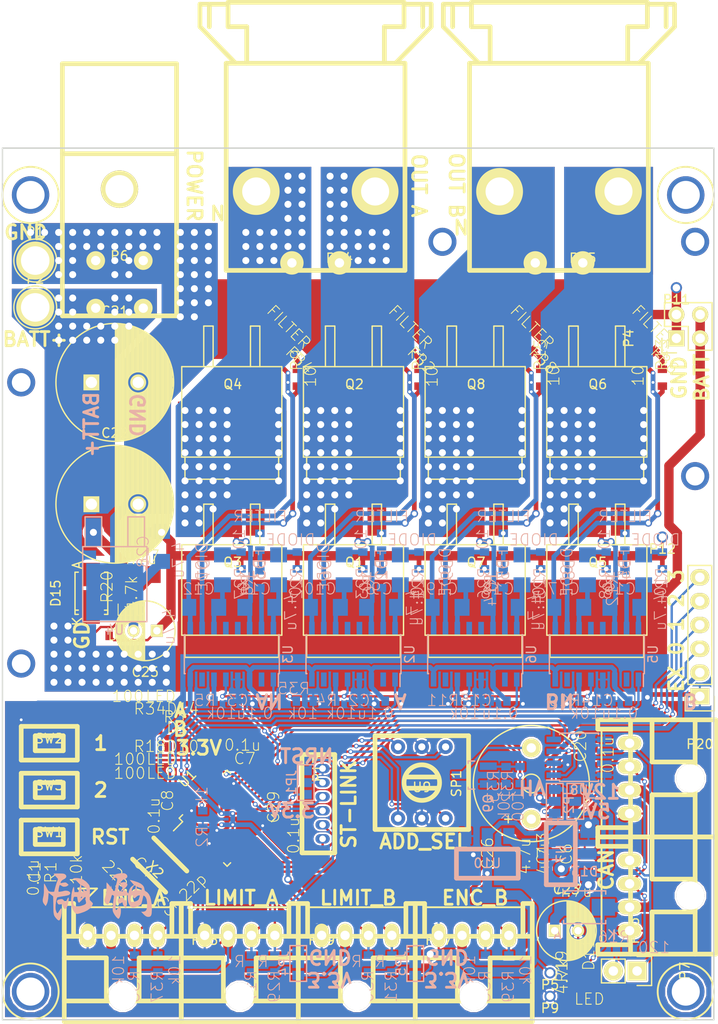
<source format=kicad_pcb>
(kicad_pcb (version 4) (host pcbnew 4.0.4-stable)
  (layers (0 F.Cu signal) (31 B.Cu signal) (34 B.Paste user) (35 F.Paste user) (36 B.SilkS user) (37 F.SilkS user) (38 B.Mask user) (39 F.Mask user) (44 Edge.Cuts user))
  (net 0 "")
  (net 1 GND)
  (net 2 /NRST)
  (net 3 /OSC_IN)
  (net 4 /OSC_OUT)
  (net 5 +3.3V)
  (net 6 "Net-(C9-Pad1)")
  (net 7 +12V)
  (net 8 GNDPWR)
  (net 9 "Net-(C11-Pad1)")
  (net 10 /OUT_AN)
  (net 11 "Net-(C16-Pad1)")
  (net 12 "Net-(C18-Pad1)")
  (net 13 /OUT_BN)
  (net 14 +BATT)
  (net 15 "Net-(D1-Pad2)")
  (net 16 /ENC_Ab)
  (net 17 /ENC_Aa)
  (net 18 /ENC_Bb)
  (net 19 /ENC_Ba)
  (net 20 /CANL)
  (net 21 "Net-(P7-Pad2)")
  (net 22 /CANH)
  (net 23 /LIMIT_A1)
  (net 24 /LIMIT_A2)
  (net 25 /LIMIT_B1)
  (net 26 /LIMIT_B2)
  (net 27 /USART_RX)
  (net 28 /USART_TX)
  (net 29 /SWDIO)
  (net 30 /SWCLK)
  (net 31 /OUT_A)
  (net 32 /OUT_B)
  (net 33 /BOOT0)
  (net 34 "Net-(R4-Pad1)")
  (net 35 "Net-(R5-Pad1)")
  (net 36 "Net-(R6-Pad2)")
  (net 37 "Net-(R7-Pad2)")
  (net 38 "Net-(R8-Pad2)")
  (net 39 "Net-(R9-Pad2)")
  (net 40 "Net-(R10-Pad1)")
  (net 41 "Net-(R11-Pad1)")
  (net 42 "Net-(R12-Pad2)")
  (net 43 "Net-(R13-Pad2)")
  (net 44 "Net-(R14-Pad2)")
  (net 45 "Net-(R15-Pad2)")
  (net 46 /MOTOR_EN)
  (net 47 /CAN_RX)
  (net 48 /PWM_A)
  (net 49 /PWM_AN)
  (net 50 /PWM_B)
  (net 51 /PWM_BN)
  (net 52 /CAN_TX)
  (net 53 /GD_12V)
  (net 54 "Net-(FB1-Pad1)")
  (net 55 "Net-(FB1-Pad2)")
  (net 56 "Net-(FB2-Pad1)")
  (net 57 "Net-(FB2-Pad2)")
  (net 58 "Net-(FB3-Pad1)")
  (net 59 "Net-(FB3-Pad2)")
  (net 60 "Net-(FB4-Pad1)")
  (net 61 "Net-(FB4-Pad2)")
  (net 62 "Net-(FB5-Pad1)")
  (net 63 "Net-(FB5-Pad2)")
  (net 64 "Net-(FB6-Pad1)")
  (net 65 "Net-(FB6-Pad2)")
  (net 66 "Net-(FB7-Pad1)")
  (net 67 "Net-(FB7-Pad2)")
  (net 68 "Net-(FB8-Pad1)")
  (net 69 "Net-(FB8-Pad2)")
  (net 70 "Net-(C10-Pad1)")
  (net 71 "Net-(C12-Pad1)")
  (net 72 "Net-(C17-Pad1)")
  (net 73 "Net-(C19-Pad1)")
  (net 74 "Net-(D10-Pad2)")
  (net 75 "Net-(D11-Pad2)")
  (net 76 "Net-(D12-Pad2)")
  (net 77 "Net-(D2-Pad1)")
  (net 78 "Net-(D3-Pad1)")
  (net 79 "Net-(D4-Pad1)")
  (net 80 "Net-(D5-Pad1)")
  (net 81 "Net-(D6-Pad1)")
  (net 82 "Net-(D7-Pad1)")
  (net 83 "Net-(D8-Pad1)")
  (net 84 "Net-(D9-Pad1)")
  (net 85 /SEL_1)
  (net 86 /SEL_2)
  (net 87 /SEL_4)
  (net 88 "Net-(JP1-Pad2)")
  (net 89 "Net-(C23-Pad1)")
  (net 90 "Net-(Q9-PadG)")
  (net 91 "Net-(Q9-PadD)")
  (net 92 /BUZZER)
  (net 93 "Net-(D14-Pad2)")
  (net 94 "Net-(C27-Pad1)")
  (net 95 +5V)
  (net 96 "Net-(JP2-Pad2)")
  (net 97 /EXIO_0)
  (net 98 /EXIO_1)
  (net 99 /EXIO_2)
  (net 100 /EXIO_3)
  (net 101 "Net-(JP2-Pad3)")
  (net 102 /LED_B)
  (net 103 /LED_A)
  (net 104 /SW1)
  (net 105 /SW2)
  (net 106 "Net-(JP4-Pad2)")
  (net 107 "Net-(JP5-Pad2)")
  (net 108 /SEL_8)
  (module Crystals:ABM3_2pads (layer F.Cu) (at 16.8 76.5 315)
    (fp_text reference X2 (at 0 0.7 315) (layer F.SilkS))
    (fp_text value CRYSTAL)
    (pad 1 smd rect (at -2.3 0 315) (size 2.2 2.6) (layers F.Cu F.Paste F.Mask) (net 3 /OSC_IN))
    (pad 2 smd rect (at 2.3 0 315) (size 2 2.6) (layers F.Cu F.Paste F.Mask) (net 4 /OSC_OUT))
  )
  (module RP_KiCAD_Connector:XA_4LC (layer F.Cu) (at 67 71 90)
    (fp_text reference P8 (at 0 0.5 90) (layer F.SilkS))
    (fp_text value CONN_01X04)
    (pad 1 thru_hole oval (at 0 0 90) (size 1.5 2.5) (drill 1) (layers *.Cu *.Mask F.SilkS) (net 1 GND))
    (pad 2 thru_hole oval (at 2.5 0 90) (size 1.5 2.5) (drill 1) (layers *.Cu *.Mask F.SilkS) (net 7 +12V))
    (pad 3 thru_hole oval (at 5 0 90) (size 1.5 2.5) (drill 1) (layers *.Cu *.Mask F.SilkS) (net 22 /CANH))
    (pad 4 thru_hole oval (at 7.5 0 90) (size 1.5 2.5) (drill 1) (layers *.Cu *.Mask F.SilkS) (net 20 /CANL))
    (pad "" thru_hole circle (at 3.75 6.5 90) (size 3 3) (drill 3) (layers *.Cu *.Mask F.SilkS) (clearance -0.3))
  )
  (module Capacitors_ThroughHole:C_Radial_D12.5_L25_P5 (layer F.Cu) (at 9.5 25)
    (fp_text reference C21 (at 2.5 -7.6) (layer F.SilkS))
    (fp_text value 470u)
    (pad 2 thru_hole circle (at 5 0) (size 1.7 1.7) (drill 1.2) (layers *.Cu *.Mask F.SilkS) (net 8 GNDPWR))
    (pad 1 thru_hole rect (at 0 0) (size 1.7 1.7) (drill 1.2) (layers *.Cu *.Mask F.SilkS) (net 14 +BATT))
  )
  (module RP_KiCAD_Connector:XA_4LC (layer F.Cu) (at 21.6 84)
    (fp_text reference P18 (at 0 0.5) (layer F.SilkS))
    (fp_text value CONN_01X04)
    (pad 1 thru_hole oval (at 0 0) (size 1.5 2.5) (drill 1) (layers *.Cu *.Mask F.SilkS) (net 1 GND))
    (pad 2 thru_hole oval (at 2.5 0) (size 1.5 2.5) (drill 1) (layers *.Cu *.Mask F.SilkS) (net 5 +3.3V))
    (pad 3 thru_hole oval (at 5 0) (size 1.5 2.5) (drill 1) (layers *.Cu *.Mask F.SilkS) (net 23 /LIMIT_A1))
    (pad 4 thru_hole oval (at 7.5 0) (size 1.5 2.5) (drill 1) (layers *.Cu *.Mask F.SilkS) (net 24 /LIMIT_A2))
    (pad "" thru_hole circle (at 3.75 6.5) (size 3 3) (drill 3) (layers *.Cu *.Mask F.SilkS) (clearance -0.3))
  )
  (module TO_SOT_Packages_SMD:TO-252-2Lead_regu (layer B.Cu) (at 12 41)
    (fp_text reference U4 (at 0 10.414) (layer B.SilkS) (effects (justify mirror)))
    (fp_text value LM7812)
    (pad VI smd rect (at -2.286 0) (size 1.651 3.048) (layers B.Cu B.Paste B.Mask) (net 94 "Net-(C27-Pad1)"))
    (pad GND smd rect (at 0 6.35) (size 6.096 6.096) (layers B.Cu B.Paste B.Mask) (net 8 GNDPWR))
    (pad VO smd rect (at 2.286 0) (size 1.651 3.048) (layers B.Cu B.Paste B.Mask) (net 53 /GD_12V))
  )
  (module RP_KiCAD_Connector:XA_4LC (layer F.Cu) (at 34.1 84)
    (fp_text reference P19 (at 0 0.5) (layer F.SilkS))
    (fp_text value CONN_01X04)
    (pad 1 thru_hole oval (at 0 0) (size 1.5 2.5) (drill 1) (layers *.Cu *.Mask F.SilkS) (net 1 GND))
    (pad 2 thru_hole oval (at 2.5 0) (size 1.5 2.5) (drill 1) (layers *.Cu *.Mask F.SilkS) (net 5 +3.3V))
    (pad 3 thru_hole oval (at 5 0) (size 1.5 2.5) (drill 1) (layers *.Cu *.Mask F.SilkS) (net 25 /LIMIT_B1))
    (pad 4 thru_hole oval (at 7.5 0) (size 1.5 2.5) (drill 1) (layers *.Cu *.Mask F.SilkS) (net 26 /LIMIT_B2))
    (pad "" thru_hole circle (at 3.75 6.5) (size 3 3) (drill 3) (layers *.Cu *.Mask F.SilkS) (clearance -0.3))
  )
  (module TO_SOT_Packages_SMD:D2-PAK (layer F.Cu) (at 24.5 45 180)
    (fp_text reference Q3 (at -0.09906 0.8001 180) (layer F.SilkS))
    (fp_text value MOSFET_N)
    (pad G smd rect (at -2.49936 5.5499 180) (size 1.99898 3.79984) (layers F.Cu F.Paste F.Mask) (net 59 "Net-(FB3-Pad2)"))
    (pad S smd rect (at 2.49936 5.5499 180) (size 1.99898 3.79984) (layers F.Cu F.Paste F.Mask) (net 10 /OUT_AN))
    (pad D smd rect (at 0 -5.5499 180) (size 11.50112 8.99922) (layers F.Cu F.Paste F.Mask) (net 14 +BATT))
  )
  (module Housings_QFP:LQFP-48_7x7mm_Pitch0.5mm (layer F.Cu) (at 24 71.5 45)
    (fp_text reference U1 (at 0 -6 45) (layer F.SilkS))
    (fp_text value STM32F103_48)
    (pad 1 smd rect (at -4.35 -2.75 45) (size 1.3 0.25) (layers F.Cu F.Paste F.Mask) (net 5 +3.3V))
    (pad 2 smd rect (at -4.35 -2.25 45) (size 1.3 0.25) (layers F.Cu F.Paste F.Mask))
    (pad 3 smd rect (at -4.35 -1.75 45) (size 1.3 0.25) (layers F.Cu F.Paste F.Mask))
    (pad 4 smd rect (at -4.35 -1.25 45) (size 1.3 0.25) (layers F.Cu F.Paste F.Mask))
    (pad 5 smd rect (at -4.35 -0.75 45) (size 1.3 0.25) (layers F.Cu F.Paste F.Mask) (net 3 /OSC_IN))
    (pad 6 smd rect (at -4.35 -0.25 45) (size 1.3 0.25) (layers F.Cu F.Paste F.Mask) (net 4 /OSC_OUT))
    (pad 7 smd rect (at -4.35 0.25 45) (size 1.3 0.25) (layers F.Cu F.Paste F.Mask) (net 2 /NRST))
    (pad 8 smd rect (at -4.35 0.75 45) (size 1.3 0.25) (layers F.Cu F.Paste F.Mask) (net 1 GND))
    (pad 9 smd rect (at -4.35 1.25 45) (size 1.3 0.25) (layers F.Cu F.Paste F.Mask) (net 5 +3.3V))
    (pad 10 smd rect (at -4.35 1.75 45) (size 1.3 0.25) (layers F.Cu F.Paste F.Mask) (net 17 /ENC_Aa))
    (pad 11 smd rect (at -4.35 2.25 45) (size 1.3 0.25) (layers F.Cu F.Paste F.Mask) (net 16 /ENC_Ab))
    (pad 12 smd rect (at -4.35 2.75 45) (size 1.3 0.25) (layers F.Cu F.Paste F.Mask) (net 23 /LIMIT_A1))
    (pad 13 smd rect (at -2.75 4.35 135) (size 1.3 0.25) (layers F.Cu F.Paste F.Mask) (net 24 /LIMIT_A2))
    (pad 14 smd rect (at -2.25 4.35 135) (size 1.3 0.25) (layers F.Cu F.Paste F.Mask) (net 25 /LIMIT_B1))
    (pad 15 smd rect (at -1.75 4.35 135) (size 1.3 0.25) (layers F.Cu F.Paste F.Mask) (net 26 /LIMIT_B2))
    (pad 16 smd rect (at -1.25 4.35 135) (size 1.3 0.25) (layers F.Cu F.Paste F.Mask) (net 19 /ENC_Ba))
    (pad 17 smd rect (at -0.75 4.35 135) (size 1.3 0.25) (layers F.Cu F.Paste F.Mask) (net 18 /ENC_Bb))
    (pad 18 smd rect (at -0.25 4.35 135) (size 1.3 0.25) (layers F.Cu F.Paste F.Mask) (net 97 /EXIO_0))
    (pad 19 smd rect (at 0.25 4.35 135) (size 1.3 0.25) (layers F.Cu F.Paste F.Mask) (net 98 /EXIO_1))
    (pad 20 smd rect (at 0.75 4.35 135) (size 1.3 0.25) (layers F.Cu F.Paste F.Mask) (net 92 /BUZZER))
    (pad 21 smd rect (at 1.25 4.35 135) (size 1.3 0.25) (layers F.Cu F.Paste F.Mask) (net 28 /USART_TX))
    (pad 22 smd rect (at 1.75 4.35 135) (size 1.3 0.25) (layers F.Cu F.Paste F.Mask) (net 27 /USART_RX))
    (pad 23 smd rect (at 2.25 4.35 135) (size 1.3 0.25) (layers F.Cu F.Paste F.Mask) (net 1 GND))
    (pad 24 smd rect (at 2.75 4.35 135) (size 1.3 0.25) (layers F.Cu F.Paste F.Mask) (net 5 +3.3V))
    (pad 25 smd rect (at 4.35 2.75 45) (size 1.3 0.25) (layers F.Cu F.Paste F.Mask) (net 85 /SEL_1))
    (pad 26 smd rect (at 4.35 2.25 45) (size 1.3 0.25) (layers F.Cu F.Paste F.Mask) (net 86 /SEL_2))
    (pad 27 smd rect (at 4.35 1.75 45) (size 1.3 0.25) (layers F.Cu F.Paste F.Mask) (net 87 /SEL_4))
    (pad 28 smd rect (at 4.35 1.25 45) (size 1.3 0.25) (layers F.Cu F.Paste F.Mask) (net 108 /SEL_8))
    (pad 29 smd rect (at 4.35 0.75 45) (size 1.3 0.25) (layers F.Cu F.Paste F.Mask) (net 46 /MOTOR_EN))
    (pad 30 smd rect (at 4.35 0.25 45) (size 1.3 0.25) (layers F.Cu F.Paste F.Mask) (net 99 /EXIO_2))
    (pad 31 smd rect (at 4.35 -0.25 45) (size 1.3 0.25) (layers F.Cu F.Paste F.Mask) (net 100 /EXIO_3))
    (pad 32 smd rect (at 4.35 -0.75 45) (size 1.3 0.25) (layers F.Cu F.Paste F.Mask) (net 47 /CAN_RX))
    (pad 33 smd rect (at 4.35 -1.25 45) (size 1.3 0.25) (layers F.Cu F.Paste F.Mask) (net 52 /CAN_TX))
    (pad 34 smd rect (at 4.35 -1.75 45) (size 1.3 0.25) (layers F.Cu F.Paste F.Mask) (net 29 /SWDIO))
    (pad 35 smd rect (at 4.35 -2.25 45) (size 1.3 0.25) (layers F.Cu F.Paste F.Mask) (net 1 GND))
    (pad 36 smd rect (at 4.35 -2.75 45) (size 1.3 0.25) (layers F.Cu F.Paste F.Mask) (net 5 +3.3V))
    (pad 37 smd rect (at 2.75 -4.35 135) (size 1.3 0.25) (layers F.Cu F.Paste F.Mask) (net 30 /SWCLK))
    (pad 38 smd rect (at 2.25 -4.35 135) (size 1.3 0.25) (layers F.Cu F.Paste F.Mask) (net 103 /LED_A))
    (pad 39 smd rect (at 1.75 -4.35 135) (size 1.3 0.25) (layers F.Cu F.Paste F.Mask) (net 102 /LED_B))
    (pad 40 smd rect (at 1.25 -4.35 135) (size 1.3 0.25) (layers F.Cu F.Paste F.Mask) (net 104 /SW1))
    (pad 41 smd rect (at 0.75 -4.35 135) (size 1.3 0.25) (layers F.Cu F.Paste F.Mask) (net 105 /SW2))
    (pad 42 smd rect (at 0.25 -4.35 135) (size 1.3 0.25) (layers F.Cu F.Paste F.Mask) (net 50 /PWM_B))
    (pad 43 smd rect (at -0.25 -4.35 135) (size 1.3 0.25) (layers F.Cu F.Paste F.Mask) (net 51 /PWM_BN))
    (pad 44 smd rect (at -0.75 -4.35 135) (size 1.3 0.25) (layers F.Cu F.Paste F.Mask) (net 33 /BOOT0))
    (pad 45 smd rect (at -1.25 -4.35 135) (size 1.3 0.25) (layers F.Cu F.Paste F.Mask) (net 48 /PWM_A))
    (pad 46 smd rect (at -1.75 -4.35 135) (size 1.3 0.25) (layers F.Cu F.Paste F.Mask) (net 49 /PWM_AN))
    (pad 47 smd rect (at -2.25 -4.35 135) (size 1.3 0.25) (layers F.Cu F.Paste F.Mask) (net 1 GND))
    (pad 48 smd rect (at -2.75 -4.35 135) (size 1.3 0.25) (layers F.Cu F.Paste F.Mask) (net 5 +3.3V))
  )
  (module Capacitors_ThroughHole:C_Radial_D6.3_L11.2_P2.5 (layer F.Cu) (at 59 83.5)
    (fp_text reference C23 (at 1.25 -4.4) (layer F.SilkS))
    (fp_text value 100u)
    (pad 2 thru_hole circle (at 2.5 0) (size 1.3 1.3) (drill 0.8) (layers *.Cu *.Mask F.SilkS) (net 1 GND))
    (pad 1 thru_hole rect (at 0 0) (size 1.3 1.3) (drill 0.8) (layers *.Cu *.Mask F.SilkS) (net 89 "Net-(C23-Pad1)"))
  )
  (module RP_KiCAD_Connector:XA_4LC (layer F.Cu) (at 67 83.5 90)
    (fp_text reference P16 (at 0 0.5 90) (layer F.SilkS))
    (fp_text value CONN_01X04)
    (pad 1 thru_hole oval (at 0 0 90) (size 1.5 2.5) (drill 1) (layers *.Cu *.Mask F.SilkS) (net 1 GND))
    (pad 2 thru_hole oval (at 2.5 0 90) (size 1.5 2.5) (drill 1) (layers *.Cu *.Mask F.SilkS) (net 7 +12V))
    (pad 3 thru_hole oval (at 5 0 90) (size 1.5 2.5) (drill 1) (layers *.Cu *.Mask F.SilkS) (net 22 /CANH))
    (pad 4 thru_hole oval (at 7.5 0 90) (size 1.5 2.5) (drill 1) (layers *.Cu *.Mask F.SilkS) (net 20 /CANL))
    (pad "" thru_hole circle (at 3.75 6.5 90) (size 3 3) (drill 3) (layers *.Cu *.Mask F.SilkS) (clearance -0.3))
  )
  (module TO_SOT_Packages_SMD:D2-PAK (layer F.Cu) (at 50.5 45 180)
    (fp_text reference Q7 (at -0.09906 0.8001 180) (layer F.SilkS))
    (fp_text value MOSFET_N)
    (pad G smd rect (at -2.49936 5.5499 180) (size 1.99898 3.79984) (layers F.Cu F.Paste F.Mask) (net 67 "Net-(FB7-Pad2)"))
    (pad S smd rect (at 2.49936 5.5499 180) (size 1.99898 3.79984) (layers F.Cu F.Paste F.Mask) (net 13 /OUT_BN))
    (pad D smd rect (at 0 -5.5499 180) (size 11.50112 8.99922) (layers F.Cu F.Paste F.Mask) (net 14 +BATT))
  )
  (module RP_KiCAD_Libs:C3216 (layer B.Cu) (at 40.5 49 180)
    (fp_text reference C9 (at -1.27 1.27 180) (layer B.SilkS) (effects (font (size 1.2065 1.2065) (thickness 0.1016)) (justify left bottom mirror)))
    (fp_text value 4.7u (at -4.5 2 270) (layer B.SilkS) (effects (font (size 1.2065 1.2065) (thickness 0.1016)) (justify left bottom mirror)))
    (pad 1 smd rect (at -1.6 0 180) (size 1.6 1.8) (layers B.Cu B.Paste B.Mask) (net 6 "Net-(C9-Pad1)"))
    (pad 2 smd rect (at 1.6 0 180) (size 1.6 1.8) (layers B.Cu B.Paste B.Mask) (net 31 /OUT_A))
  )
  (module RP_KiCAD_Libs:C3216 (layer B.Cu) (at 34.5 49 180)
    (fp_text reference C10 (at -1.27 1.27 180) (layer B.SilkS) (effects (font (size 1.2065 1.2065) (thickness 0.1016)) (justify left bottom mirror)))
    (fp_text value 4.7u (at 3 1.5 270) (layer B.SilkS) (effects (font (size 1.2065 1.2065) (thickness 0.1016)) (justify left bottom mirror)))
    (pad 1 smd rect (at -1.6 0 180) (size 1.6 1.8) (layers B.Cu B.Paste B.Mask) (net 70 "Net-(C10-Pad1)"))
    (pad 2 smd rect (at 1.6 0 180) (size 1.6 1.8) (layers B.Cu B.Paste B.Mask) (net 8 GNDPWR))
  )
  (module RP_KiCAD_Libs:C3216 (layer B.Cu) (at 27.5 49 180)
    (fp_text reference C11 (at -1.27 1.27 180) (layer B.SilkS) (effects (font (size 1.2065 1.2065) (thickness 0.1016)) (justify left bottom mirror)))
    (fp_text value 4.7u (at -4 1.5 270) (layer B.SilkS) (effects (font (size 1.2065 1.2065) (thickness 0.1016)) (justify left bottom mirror)))
    (pad 1 smd rect (at -1.6 0 180) (size 1.6 1.8) (layers B.Cu B.Paste B.Mask) (net 9 "Net-(C11-Pad1)"))
    (pad 2 smd rect (at 1.6 0 180) (size 1.6 1.8) (layers B.Cu B.Paste B.Mask) (net 10 /OUT_AN))
  )
  (module RP_KiCAD_Libs:C3216 (layer B.Cu) (at 21.5 49 180)
    (fp_text reference C12 (at -1.27 1.27 180) (layer B.SilkS) (effects (font (size 1.2065 1.2065) (thickness 0.1016)) (justify left bottom mirror)))
    (fp_text value 4.7u (at 3 0 270) (layer B.SilkS) (effects (font (size 1.2065 1.2065) (thickness 0.1016)) (justify left bottom mirror)))
    (pad 1 smd rect (at -1.6 0 180) (size 1.6 1.8) (layers B.Cu B.Paste B.Mask) (net 71 "Net-(C12-Pad1)"))
    (pad 2 smd rect (at 1.6 0 180) (size 1.6 1.8) (layers B.Cu B.Paste B.Mask) (net 8 GNDPWR))
  )
  (module RP_KiCAD_Libs:C3216 (layer B.Cu) (at 66.5 49 180)
    (fp_text reference C16 (at -1.27 1.27 180) (layer B.SilkS) (effects (font (size 1.2065 1.2065) (thickness 0.1016)) (justify left bottom mirror)))
    (fp_text value 4.7u (at -4.5 1.5 270) (layer B.SilkS) (effects (font (size 1.2065 1.2065) (thickness 0.1016)) (justify left bottom mirror)))
    (pad 1 smd rect (at -1.6 0 180) (size 1.6 1.8) (layers B.Cu B.Paste B.Mask) (net 11 "Net-(C16-Pad1)"))
    (pad 2 smd rect (at 1.6 0 180) (size 1.6 1.8) (layers B.Cu B.Paste B.Mask) (net 32 /OUT_B))
  )
  (module RP_KiCAD_Libs:C3216 (layer B.Cu) (at 60.5 49 180)
    (fp_text reference C17 (at -1.27 1.27 180) (layer B.SilkS) (effects (font (size 1.2065 1.2065) (thickness 0.1016)) (justify left bottom mirror)))
    (fp_text value 4.7u (at 3 1.5 270) (layer B.SilkS) (effects (font (size 1.2065 1.2065) (thickness 0.1016)) (justify left bottom mirror)))
    (pad 1 smd rect (at -1.6 0 180) (size 1.6 1.8) (layers B.Cu B.Paste B.Mask) (net 72 "Net-(C17-Pad1)"))
    (pad 2 smd rect (at 1.6 0 180) (size 1.6 1.8) (layers B.Cu B.Paste B.Mask) (net 8 GNDPWR))
  )
  (module RP_KiCAD_Libs:C3216 (layer B.Cu) (at 53.5 49 180)
    (fp_text reference C18 (at -1.27 1.27 180) (layer B.SilkS) (effects (font (size 1.2065 1.2065) (thickness 0.1016)) (justify left bottom mirror)))
    (fp_text value 4.7u (at -4.5 1.5 270) (layer B.SilkS) (effects (font (size 1.2065 1.2065) (thickness 0.1016)) (justify left bottom mirror)))
    (pad 1 smd rect (at -1.6 0 180) (size 1.6 1.8) (layers B.Cu B.Paste B.Mask) (net 12 "Net-(C18-Pad1)"))
    (pad 2 smd rect (at 1.6 0 180) (size 1.6 1.8) (layers B.Cu B.Paste B.Mask) (net 13 /OUT_BN))
  )
  (module RP_KiCAD_Libs:C3216 (layer B.Cu) (at 47.5 49 180)
    (fp_text reference C19 (at -1.27 1.27 180) (layer B.SilkS) (effects (font (size 1.2065 1.2065) (thickness 0.1016)) (justify left bottom mirror)))
    (fp_text value 4.7u (at 3 2 270) (layer B.SilkS) (effects (font (size 1.2065 1.2065) (thickness 0.1016)) (justify left bottom mirror)))
    (pad 1 smd rect (at -1.6 0 180) (size 1.6 1.8) (layers B.Cu B.Paste B.Mask) (net 73 "Net-(C19-Pad1)"))
    (pad 2 smd rect (at 1.6 0 180) (size 1.6 1.8) (layers B.Cu B.Paste B.Mask) (net 8 GNDPWR))
  )
  (module RP_KiCAD_Libs:C3216 (layer B.Cu) (at 42.5 45 270)
    (fp_text reference D2 (at -1.27 1.27 270) (layer B.SilkS) (effects (font (size 1.2065 1.2065) (thickness 0.1016)) (justify left bottom mirror)))
    (fp_text value DIODE (at -2.5 -4 360) (layer B.SilkS) (effects (font (size 1.2065 1.2065) (thickness 0.1016)) (justify left bottom mirror)))
    (pad 1 smd rect (at -1.6 0 270) (size 1.6 1.8) (layers B.Cu B.Paste B.Mask) (net 77 "Net-(D2-Pad1)"))
    (pad 2 smd rect (at 1.6 0 270) (size 1.6 1.8) (layers B.Cu B.Paste B.Mask) (net 6 "Net-(C9-Pad1)"))
  )
  (module RP_KiCAD_Libs:C3216 (layer B.Cu) (at 29.5 45 270)
    (fp_text reference D3 (at -1.27 1.27 270) (layer B.SilkS) (effects (font (size 1.2065 1.2065) (thickness 0.1016)) (justify left bottom mirror)))
    (fp_text value DIODE (at -2.5 -4 540) (layer B.SilkS) (effects (font (size 1.2065 1.2065) (thickness 0.1016)) (justify left bottom mirror)))
    (pad 1 smd rect (at -1.6 0 270) (size 1.6 1.8) (layers B.Cu B.Paste B.Mask) (net 78 "Net-(D3-Pad1)"))
    (pad 2 smd rect (at 1.6 0 270) (size 1.6 1.8) (layers B.Cu B.Paste B.Mask) (net 9 "Net-(C11-Pad1)"))
  )
  (module RP_KiCAD_Libs:C3216 (layer B.Cu) (at 68.5 45 270)
    (fp_text reference D4 (at -1.27 1.27 270) (layer B.SilkS) (effects (font (size 1.2065 1.2065) (thickness 0.1016)) (justify left bottom mirror)))
    (fp_text value DIODE (at -2.5 -4 360) (layer B.SilkS) (effects (font (size 1.2065 1.2065) (thickness 0.1016)) (justify left bottom mirror)))
    (pad 1 smd rect (at -1.6 0 270) (size 1.6 1.8) (layers B.Cu B.Paste B.Mask) (net 79 "Net-(D4-Pad1)"))
    (pad 2 smd rect (at 1.6 0 270) (size 1.6 1.8) (layers B.Cu B.Paste B.Mask) (net 11 "Net-(C16-Pad1)"))
  )
  (module RP_KiCAD_Libs:C3216 (layer B.Cu) (at 55.5 45 270)
    (fp_text reference D5 (at -1.27 1.27 270) (layer B.SilkS) (effects (font (size 1.2065 1.2065) (thickness 0.1016)) (justify left bottom mirror)))
    (fp_text value DIODE (at -2.5 -4 540) (layer B.SilkS) (effects (font (size 1.2065 1.2065) (thickness 0.1016)) (justify left bottom mirror)))
    (pad 1 smd rect (at -1.6 0 270) (size 1.6 1.8) (layers B.Cu B.Paste B.Mask) (net 80 "Net-(D5-Pad1)"))
    (pad 2 smd rect (at 1.6 0 270) (size 1.6 1.8) (layers B.Cu B.Paste B.Mask) (net 12 "Net-(C18-Pad1)"))
  )
  (module Pin_Headers:Pin_Header_Straight_1x02 (layer F.Cu) (at 67.8 87.8 270)
    (fp_text reference P7 (at 0 -5.1 270) (layer F.SilkS))
    (fp_text value CONN_01X02)
    (pad 1 thru_hole rect (at 0 0 270) (size 2.032 2.032) (drill 1.016) (layers *.Cu *.Mask F.SilkS) (net 20 /CANL))
    (pad 2 thru_hole oval (at 0 2.54 270) (size 2.032 2.032) (drill 1.016) (layers *.Cu *.Mask F.SilkS) (net 21 "Net-(P7-Pad2)"))
  )
  (module TO_SOT_Packages_SMD:D2-PAK (layer F.Cu) (at 37.5 45 180)
    (fp_text reference Q1 (at -0.09906 0.8001 180) (layer F.SilkS))
    (fp_text value MOSFET_N)
    (pad G smd rect (at -2.49936 5.5499 180) (size 1.99898 3.79984) (layers F.Cu F.Paste F.Mask) (net 55 "Net-(FB1-Pad2)"))
    (pad S smd rect (at 2.49936 5.5499 180) (size 1.99898 3.79984) (layers F.Cu F.Paste F.Mask) (net 31 /OUT_A))
    (pad D smd rect (at 0 -5.5499 180) (size 11.50112 8.99922) (layers F.Cu F.Paste F.Mask) (net 14 +BATT))
  )
  (module TO_SOT_Packages_SMD:D2-PAK (layer F.Cu) (at 37.5 26 180)
    (fp_text reference Q2 (at -0.09906 0.8001 180) (layer F.SilkS))
    (fp_text value MOSFET_N)
    (pad G smd rect (at -2.49936 5.5499 180) (size 1.99898 3.79984) (layers F.Cu F.Paste F.Mask) (net 57 "Net-(FB2-Pad2)"))
    (pad S smd rect (at 2.49936 5.5499 180) (size 1.99898 3.79984) (layers F.Cu F.Paste F.Mask) (net 8 GNDPWR))
    (pad D smd rect (at 0 -5.5499 180) (size 11.50112 8.99922) (layers F.Cu F.Paste F.Mask) (net 31 /OUT_A))
  )
  (module TO_SOT_Packages_SMD:D2-PAK (layer F.Cu) (at 24.5 26 180)
    (fp_text reference Q4 (at -0.09906 0.8001 180) (layer F.SilkS))
    (fp_text value MOSFET_N)
    (pad G smd rect (at -2.49936 5.5499 180) (size 1.99898 3.79984) (layers F.Cu F.Paste F.Mask) (net 61 "Net-(FB4-Pad2)"))
    (pad S smd rect (at 2.49936 5.5499 180) (size 1.99898 3.79984) (layers F.Cu F.Paste F.Mask) (net 8 GNDPWR))
    (pad D smd rect (at 0 -5.5499 180) (size 11.50112 8.99922) (layers F.Cu F.Paste F.Mask) (net 10 /OUT_AN))
  )
  (module TO_SOT_Packages_SMD:D2-PAK (layer F.Cu) (at 63.5 45 180)
    (fp_text reference Q5 (at -0.09906 0.8001 180) (layer F.SilkS))
    (fp_text value MOSFET_N)
    (pad G smd rect (at -2.49936 5.5499 180) (size 1.99898 3.79984) (layers F.Cu F.Paste F.Mask) (net 63 "Net-(FB5-Pad2)"))
    (pad S smd rect (at 2.49936 5.5499 180) (size 1.99898 3.79984) (layers F.Cu F.Paste F.Mask) (net 32 /OUT_B))
    (pad D smd rect (at 0 -5.5499 180) (size 11.50112 8.99922) (layers F.Cu F.Paste F.Mask) (net 14 +BATT))
  )
  (module TO_SOT_Packages_SMD:D2-PAK (layer F.Cu) (at 63.5 26 180)
    (fp_text reference Q6 (at -0.09906 0.8001 180) (layer F.SilkS))
    (fp_text value MOSFET_N)
    (pad G smd rect (at -2.49936 5.5499 180) (size 1.99898 3.79984) (layers F.Cu F.Paste F.Mask) (net 65 "Net-(FB6-Pad2)"))
    (pad S smd rect (at 2.49936 5.5499 180) (size 1.99898 3.79984) (layers F.Cu F.Paste F.Mask) (net 8 GNDPWR))
    (pad D smd rect (at 0 -5.5499 180) (size 11.50112 8.99922) (layers F.Cu F.Paste F.Mask) (net 32 /OUT_B))
  )
  (module TO_SOT_Packages_SMD:D2-PAK (layer F.Cu) (at 50.5 26 180)
    (fp_text reference Q8 (at -0.09906 0.8001 180) (layer F.SilkS))
    (fp_text value MOSFET_N)
    (pad G smd rect (at -2.49936 5.5499 180) (size 1.99898 3.79984) (layers F.Cu F.Paste F.Mask) (net 69 "Net-(FB8-Pad2)"))
    (pad S smd rect (at 2.49936 5.5499 180) (size 1.99898 3.79984) (layers F.Cu F.Paste F.Mask) (net 8 GNDPWR))
    (pad D smd rect (at 0 -5.5499 180) (size 11.50112 8.99922) (layers F.Cu F.Paste F.Mask) (net 13 /OUT_BN))
  )
  (module Housings_SOIC:SOIC-16_3.9x9.9mm_Pitch1.27mm (layer B.Cu) (at 37.5 54 90)
    (fp_text reference U2 (at 0 6 90) (layer B.SilkS) (effects (justify mirror)))
    (fp_text value SI8234)
    (pad 1 smd rect (at -2.7 4.445 90) (size 1.5 0.6) (layers B.Cu B.Paste B.Mask) (net 48 /PWM_A))
    (pad 2 smd rect (at -2.7 3.175 90) (size 1.5 0.6) (layers B.Cu B.Paste B.Mask))
    (pad 3 smd rect (at -2.7 1.905 90) (size 1.5 0.6) (layers B.Cu B.Paste B.Mask) (net 5 +3.3V))
    (pad 4 smd rect (at -2.7 0.635 90) (size 1.5 0.6) (layers B.Cu B.Paste B.Mask) (net 1 GND))
    (pad 5 smd rect (at -2.7 -0.635 90) (size 1.5 0.6) (layers B.Cu B.Paste B.Mask) (net 46 /MOTOR_EN))
    (pad 6 smd rect (at -2.7 -1.905 90) (size 1.5 0.6) (layers B.Cu B.Paste B.Mask) (net 34 "Net-(R4-Pad1)"))
    (pad 7 smd rect (at -2.7 -3.175 90) (size 1.5 0.6) (layers B.Cu B.Paste B.Mask))
    (pad 8 smd rect (at -2.7 -4.445 90) (size 1.5 0.6) (layers B.Cu B.Paste B.Mask) (net 5 +3.3V))
    (pad 9 smd rect (at 2.7 -4.445 90) (size 1.5 0.6) (layers B.Cu B.Paste B.Mask) (net 8 GNDPWR))
    (pad 10 smd rect (at 2.7 -3.175 90) (size 1.5 0.6) (layers B.Cu B.Paste B.Mask) (net 37 "Net-(R7-Pad2)"))
    (pad 11 smd rect (at 2.7 -1.905 90) (size 1.5 0.6) (layers B.Cu B.Paste B.Mask) (net 70 "Net-(C10-Pad1)"))
    (pad 12 smd rect (at 2.7 -0.635 90) (size 1.5 0.6) (layers B.Cu B.Paste B.Mask))
    (pad 13 smd rect (at 2.7 0.635 90) (size 1.5 0.6) (layers B.Cu B.Paste B.Mask))
    (pad 14 smd rect (at 2.7 1.905 90) (size 1.5 0.6) (layers B.Cu B.Paste B.Mask) (net 31 /OUT_A))
    (pad 15 smd rect (at 2.7 3.175 90) (size 1.5 0.6) (layers B.Cu B.Paste B.Mask) (net 36 "Net-(R6-Pad2)"))
    (pad 16 smd rect (at 2.7 4.445 90) (size 1.5 0.6) (layers B.Cu B.Paste B.Mask) (net 6 "Net-(C9-Pad1)"))
  )
  (module Housings_SOIC:SOIC-16_3.9x9.9mm_Pitch1.27mm (layer B.Cu) (at 24.5 54 90)
    (fp_text reference U3 (at 0 6 90) (layer B.SilkS) (effects (justify mirror)))
    (fp_text value SI8234)
    (pad 1 smd rect (at -2.7 4.445 90) (size 1.5 0.6) (layers B.Cu B.Paste B.Mask) (net 49 /PWM_AN))
    (pad 2 smd rect (at -2.7 3.175 90) (size 1.5 0.6) (layers B.Cu B.Paste B.Mask))
    (pad 3 smd rect (at -2.7 1.905 90) (size 1.5 0.6) (layers B.Cu B.Paste B.Mask) (net 5 +3.3V))
    (pad 4 smd rect (at -2.7 0.635 90) (size 1.5 0.6) (layers B.Cu B.Paste B.Mask) (net 1 GND))
    (pad 5 smd rect (at -2.7 -0.635 90) (size 1.5 0.6) (layers B.Cu B.Paste B.Mask) (net 46 /MOTOR_EN))
    (pad 6 smd rect (at -2.7 -1.905 90) (size 1.5 0.6) (layers B.Cu B.Paste B.Mask) (net 35 "Net-(R5-Pad1)"))
    (pad 7 smd rect (at -2.7 -3.175 90) (size 1.5 0.6) (layers B.Cu B.Paste B.Mask))
    (pad 8 smd rect (at -2.7 -4.445 90) (size 1.5 0.6) (layers B.Cu B.Paste B.Mask) (net 5 +3.3V))
    (pad 9 smd rect (at 2.7 -4.445 90) (size 1.5 0.6) (layers B.Cu B.Paste B.Mask) (net 8 GNDPWR))
    (pad 10 smd rect (at 2.7 -3.175 90) (size 1.5 0.6) (layers B.Cu B.Paste B.Mask) (net 39 "Net-(R9-Pad2)"))
    (pad 11 smd rect (at 2.7 -1.905 90) (size 1.5 0.6) (layers B.Cu B.Paste B.Mask) (net 71 "Net-(C12-Pad1)"))
    (pad 12 smd rect (at 2.7 -0.635 90) (size 1.5 0.6) (layers B.Cu B.Paste B.Mask))
    (pad 13 smd rect (at 2.7 0.635 90) (size 1.5 0.6) (layers B.Cu B.Paste B.Mask))
    (pad 14 smd rect (at 2.7 1.905 90) (size 1.5 0.6) (layers B.Cu B.Paste B.Mask) (net 10 /OUT_AN))
    (pad 15 smd rect (at 2.7 3.175 90) (size 1.5 0.6) (layers B.Cu B.Paste B.Mask) (net 38 "Net-(R8-Pad2)"))
    (pad 16 smd rect (at 2.7 4.445 90) (size 1.5 0.6) (layers B.Cu B.Paste B.Mask) (net 9 "Net-(C11-Pad1)"))
  )
  (module Housings_SOIC:SOIC-16_3.9x9.9mm_Pitch1.27mm (layer B.Cu) (at 63.5 54 90)
    (fp_text reference U5 (at 0 6 90) (layer B.SilkS) (effects (justify mirror)))
    (fp_text value SI8234)
    (pad 1 smd rect (at -2.7 4.445 90) (size 1.5 0.6) (layers B.Cu B.Paste B.Mask) (net 50 /PWM_B))
    (pad 2 smd rect (at -2.7 3.175 90) (size 1.5 0.6) (layers B.Cu B.Paste B.Mask))
    (pad 3 smd rect (at -2.7 1.905 90) (size 1.5 0.6) (layers B.Cu B.Paste B.Mask) (net 5 +3.3V))
    (pad 4 smd rect (at -2.7 0.635 90) (size 1.5 0.6) (layers B.Cu B.Paste B.Mask) (net 1 GND))
    (pad 5 smd rect (at -2.7 -0.635 90) (size 1.5 0.6) (layers B.Cu B.Paste B.Mask) (net 46 /MOTOR_EN))
    (pad 6 smd rect (at -2.7 -1.905 90) (size 1.5 0.6) (layers B.Cu B.Paste B.Mask) (net 40 "Net-(R10-Pad1)"))
    (pad 7 smd rect (at -2.7 -3.175 90) (size 1.5 0.6) (layers B.Cu B.Paste B.Mask))
    (pad 8 smd rect (at -2.7 -4.445 90) (size 1.5 0.6) (layers B.Cu B.Paste B.Mask) (net 5 +3.3V))
    (pad 9 smd rect (at 2.7 -4.445 90) (size 1.5 0.6) (layers B.Cu B.Paste B.Mask) (net 8 GNDPWR))
    (pad 10 smd rect (at 2.7 -3.175 90) (size 1.5 0.6) (layers B.Cu B.Paste B.Mask) (net 43 "Net-(R13-Pad2)"))
    (pad 11 smd rect (at 2.7 -1.905 90) (size 1.5 0.6) (layers B.Cu B.Paste B.Mask) (net 72 "Net-(C17-Pad1)"))
    (pad 12 smd rect (at 2.7 -0.635 90) (size 1.5 0.6) (layers B.Cu B.Paste B.Mask))
    (pad 13 smd rect (at 2.7 0.635 90) (size 1.5 0.6) (layers B.Cu B.Paste B.Mask))
    (pad 14 smd rect (at 2.7 1.905 90) (size 1.5 0.6) (layers B.Cu B.Paste B.Mask) (net 32 /OUT_B))
    (pad 15 smd rect (at 2.7 3.175 90) (size 1.5 0.6) (layers B.Cu B.Paste B.Mask) (net 42 "Net-(R12-Pad2)"))
    (pad 16 smd rect (at 2.7 4.445 90) (size 1.5 0.6) (layers B.Cu B.Paste B.Mask) (net 11 "Net-(C16-Pad1)"))
  )
  (module Housings_SOIC:SOIC-16_3.9x9.9mm_Pitch1.27mm (layer B.Cu) (at 50.5 54 90)
    (fp_text reference U6 (at 0 6 90) (layer B.SilkS) (effects (justify mirror)))
    (fp_text value SI8234)
    (pad 1 smd rect (at -2.7 4.445 90) (size 1.5 0.6) (layers B.Cu B.Paste B.Mask) (net 51 /PWM_BN))
    (pad 2 smd rect (at -2.7 3.175 90) (size 1.5 0.6) (layers B.Cu B.Paste B.Mask))
    (pad 3 smd rect (at -2.7 1.905 90) (size 1.5 0.6) (layers B.Cu B.Paste B.Mask) (net 5 +3.3V))
    (pad 4 smd rect (at -2.7 0.635 90) (size 1.5 0.6) (layers B.Cu B.Paste B.Mask) (net 1 GND))
    (pad 5 smd rect (at -2.7 -0.635 90) (size 1.5 0.6) (layers B.Cu B.Paste B.Mask) (net 46 /MOTOR_EN))
    (pad 6 smd rect (at -2.7 -1.905 90) (size 1.5 0.6) (layers B.Cu B.Paste B.Mask) (net 41 "Net-(R11-Pad1)"))
    (pad 7 smd rect (at -2.7 -3.175 90) (size 1.5 0.6) (layers B.Cu B.Paste B.Mask))
    (pad 8 smd rect (at -2.7 -4.445 90) (size 1.5 0.6) (layers B.Cu B.Paste B.Mask) (net 5 +3.3V))
    (pad 9 smd rect (at 2.7 -4.445 90) (size 1.5 0.6) (layers B.Cu B.Paste B.Mask) (net 8 GNDPWR))
    (pad 10 smd rect (at 2.7 -3.175 90) (size 1.5 0.6) (layers B.Cu B.Paste B.Mask) (net 45 "Net-(R15-Pad2)"))
    (pad 11 smd rect (at 2.7 -1.905 90) (size 1.5 0.6) (layers B.Cu B.Paste B.Mask) (net 73 "Net-(C19-Pad1)"))
    (pad 12 smd rect (at 2.7 -0.635 90) (size 1.5 0.6) (layers B.Cu B.Paste B.Mask))
    (pad 13 smd rect (at 2.7 0.635 90) (size 1.5 0.6) (layers B.Cu B.Paste B.Mask))
    (pad 14 smd rect (at 2.7 1.905 90) (size 1.5 0.6) (layers B.Cu B.Paste B.Mask) (net 13 /OUT_BN))
    (pad 15 smd rect (at 2.7 3.175 90) (size 1.5 0.6) (layers B.Cu B.Paste B.Mask) (net 44 "Net-(R14-Pad2)"))
    (pad 16 smd rect (at 2.7 4.445 90) (size 1.5 0.6) (layers B.Cu B.Paste B.Mask) (net 12 "Net-(C18-Pad1)"))
  )
  (module Housings_SOIC:SOIC-8_3.9x4.9mm_Pitch1.27mm (layer B.Cu) (at 61.6 65)
    (fp_text reference U8 (at 0 3.5) (layer B.SilkS) (effects (justify mirror)))
    (fp_text value MAX3051)
    (pad 1 smd rect (at -2.7 1.905) (size 1.55 0.6) (layers B.Cu B.Paste B.Mask) (net 52 /CAN_TX))
    (pad 2 smd rect (at -2.7 0.635) (size 1.55 0.6) (layers B.Cu B.Paste B.Mask) (net 1 GND))
    (pad 3 smd rect (at -2.7 -0.635) (size 1.55 0.6) (layers B.Cu B.Paste B.Mask) (net 5 +3.3V))
    (pad 4 smd rect (at -2.7 -1.905) (size 1.55 0.6) (layers B.Cu B.Paste B.Mask) (net 47 /CAN_RX))
    (pad 5 smd rect (at 2.7 -1.905) (size 1.55 0.6) (layers B.Cu B.Paste B.Mask) (net 1 GND))
    (pad 6 smd rect (at 2.7 -0.635) (size 1.55 0.6) (layers B.Cu B.Paste B.Mask) (net 20 /CANL))
    (pad 7 smd rect (at 2.7 0.635) (size 1.55 0.6) (layers B.Cu B.Paste B.Mask) (net 22 /CANH))
    (pad 8 smd rect (at 2.7 1.905) (size 1.55 0.6) (layers B.Cu B.Paste B.Mask) (net 1 GND))
  )
  (module RP_KiCAD_Connector:D-3500D_4S (layer F.Cu) (at 12.5 12 180)
    (fp_text reference P6 (at 0 0.5 180) (layer F.SilkS))
    (fp_text value CONN_01X04)
    (pad 1 thru_hole circle (at -2.54 0 180) (size 2 2) (drill 1) (layers *.Cu *.Mask F.SilkS) (net 8 GNDPWR))
    (pad 2 thru_hole circle (at -2.54 -5.08 180) (size 2 2) (drill 1) (layers *.Cu *.Mask F.SilkS) (net 14 +BATT))
    (pad 3 thru_hole circle (at 2.54 0 180) (size 2 2) (drill 1) (layers *.Cu *.Mask F.SilkS) (net 8 GNDPWR))
    (pad 4 thru_hole circle (at 2.54 -5.08 180) (size 2 2) (drill 1) (layers *.Cu *.Mask F.SilkS) (net 14 +BATT))
    (pad "" thru_hole circle (at 0 7.62 180) (size 4 4) (drill 3) (layers *.Cu *.Mask F.SilkS))
  )
  (module RP_KiCAD_Libs:C3216 (layer F.Cu) (at 14.5 45.5)
    (fp_text reference C27 (at -1.27 -1.27) (layer F.SilkS) (effects (font (size 1.2065 1.2065) (thickness 0.1016)) (justify left bottom)))
    (fp_text value 4.7u (at -2 -1) (layer F.SilkS) (effects (font (size 1.2065 1.2065) (thickness 0.1016)) (justify left bottom)))
    (pad 1 smd rect (at -1.6 0) (size 1.6 1.8) (layers F.Cu F.Paste F.Mask) (net 94 "Net-(C27-Pad1)"))
    (pad 2 smd rect (at 1.6 0) (size 1.6 1.8) (layers F.Cu F.Paste F.Mask) (net 8 GNDPWR))
  )
  (module RP_KiCAD_Libs:C3216 (layer B.Cu) (at 17 42.5 270)
    (fp_text reference C28 (at -1.27 1.27 270) (layer B.SilkS) (effects (font (size 1.2065 1.2065) (thickness 0.1016)) (justify left bottom mirror)))
    (fp_text value 4.7u (at -0.6 -2.5 270) (layer B.SilkS) (effects (font (size 1.2065 1.2065) (thickness 0.1016)) (justify left bottom mirror)))
    (pad 1 smd rect (at -1.6 0 270) (size 1.6 1.8) (layers B.Cu B.Paste B.Mask) (net 53 /GD_12V))
    (pad 2 smd rect (at 1.6 0 270) (size 1.6 1.8) (layers B.Cu B.Paste B.Mask) (net 8 GNDPWR))
  )
  (module RP_KiCAD_Libs:C1608_WP (layer F.Cu) (at 4.8 77.9 90)
    (fp_text reference C1 (at -0.635 -0.635 90) (layer F.SilkS) (effects (font (size 1.2065 1.2065) (thickness 0.1016)) (justify left bottom)))
    (fp_text value 0.1u (at -2 -0.8 270) (layer F.SilkS) (effects (font (size 1.2065 1.2065) (thickness 0.1016)) (justify left bottom)))
    (pad 1 smd rect (at -0.9 0 90) (size 0.8 1) (layers F.Cu F.Paste F.Mask) (net 1 GND))
    (pad 2 smd rect (at 0.9 0 90) (size 0.8 1) (layers F.Cu F.Paste F.Mask) (net 2 /NRST))
  )
  (module RP_KiCAD_Libs:C1608_WP (layer B.Cu) (at 40 59)
    (fp_text reference C2 (at -0.635 0.635) (layer B.SilkS) (effects (font (size 1.2065 1.2065) (thickness 0.1016)) (justify left bottom mirror)))
    (fp_text value 0.1u (at 1.9 2) (layer B.SilkS) (effects (font (size 1.2065 1.2065) (thickness 0.1016)) (justify left bottom mirror)))
    (pad 1 smd rect (at -0.9 0) (size 0.8 1) (layers B.Cu B.Paste B.Mask) (net 1 GND))
    (pad 2 smd rect (at 0.9 0) (size 0.8 1) (layers B.Cu B.Paste B.Mask) (net 5 +3.3V))
  )
  (module RP_KiCAD_Libs:C1608_WP (layer B.Cu) (at 27 59)
    (fp_text reference C3 (at -0.635 0.635) (layer B.SilkS) (effects (font (size 1.2065 1.2065) (thickness 0.1016)) (justify left bottom mirror)))
    (fp_text value 0.1u (at 2 2) (layer B.SilkS) (effects (font (size 1.2065 1.2065) (thickness 0.1016)) (justify left bottom mirror)))
    (pad 1 smd rect (at -0.9 0) (size 0.8 1) (layers B.Cu B.Paste B.Mask) (net 1 GND))
    (pad 2 smd rect (at 0.9 0) (size 0.8 1) (layers B.Cu B.Paste B.Mask) (net 5 +3.3V))
  )
  (module RP_KiCAD_Libs:C1608_WP (layer F.Cu) (at 13.7 77.2 315)
    (fp_text reference C4 (at -0.635 -0.635 315) (layer F.SilkS) (effects (font (size 1.2065 1.2065) (thickness 0.1016)) (justify left bottom)))
    (fp_text value 22p (at -2.687006 1.979899 315) (layer F.SilkS) (effects (font (size 1.2065 1.2065) (thickness 0.1016)) (justify left bottom)))
    (pad 1 smd rect (at -0.9 0 315) (size 0.8 1) (layers F.Cu F.Paste F.Mask) (net 3 /OSC_IN))
    (pad 2 smd rect (at 0.9 0 315) (size 0.8 1) (layers F.Cu F.Paste F.Mask) (net 1 GND))
  )
  (module RP_KiCAD_Libs:C1608_WP (layer F.Cu) (at 16.1 79.6 135)
    (fp_text reference C5 (at -0.635 -0.635 135) (layer F.SilkS) (effects (font (size 1.2065 1.2065) (thickness 0.1016)) (justify left bottom)))
    (fp_text value 22p (at -3.181981 1.767767 225) (layer F.SilkS) (effects (font (size 1.2065 1.2065) (thickness 0.1016)) (justify left bottom)))
    (pad 1 smd rect (at -0.9 0 135) (size 0.8 1) (layers F.Cu F.Paste F.Mask) (net 4 /OSC_OUT))
    (pad 2 smd rect (at 0.9 0 135) (size 0.8 1) (layers F.Cu F.Paste F.Mask) (net 1 GND))
  )
  (module RP_KiCAD_Libs:C1608_WP (layer F.Cu) (at 24 65.2 180)
    (fp_text reference C7 (at -0.635 -0.635 180) (layer F.SilkS) (effects (font (size 1.2065 1.2065) (thickness 0.1016)) (justify left bottom)))
    (fp_text value 0.1u (at 0.4 0.8 180) (layer F.SilkS) (effects (font (size 1.2065 1.2065) (thickness 0.1016)) (justify left bottom)))
    (pad 1 smd rect (at -0.9 0 180) (size 0.8 1) (layers F.Cu F.Paste F.Mask) (net 1 GND))
    (pad 2 smd rect (at 0.9 0 180) (size 0.8 1) (layers F.Cu F.Paste F.Mask) (net 5 +3.3V))
  )
  (module RP_KiCAD_Libs:C1608_WP (layer F.Cu) (at 17.7 71.5 270)
    (fp_text reference C8 (at -0.635 -0.635 270) (layer F.SilkS) (effects (font (size 1.2065 1.2065) (thickness 0.1016)) (justify left bottom)))
    (fp_text value 0.1u (at 1.8 0.8 270) (layer F.SilkS) (effects (font (size 1.2065 1.2065) (thickness 0.1016)) (justify left bottom)))
    (pad 1 smd rect (at -0.9 0 270) (size 0.8 1) (layers F.Cu F.Paste F.Mask) (net 1 GND))
    (pad 2 smd rect (at 0.9 0 270) (size 0.8 1) (layers F.Cu F.Paste F.Mask) (net 5 +3.3V))
  )
  (module RP_KiCAD_Libs:C1608_WP (layer B.Cu) (at 66 59)
    (fp_text reference C14 (at -0.635 0.635) (layer B.SilkS) (effects (font (size 1.2065 1.2065) (thickness 0.1016)) (justify left bottom mirror)))
    (fp_text value 0.1u (at 2 2) (layer B.SilkS) (effects (font (size 1.2065 1.2065) (thickness 0.1016)) (justify left bottom mirror)))
    (pad 1 smd rect (at -0.9 0) (size 0.8 1) (layers B.Cu B.Paste B.Mask) (net 1 GND))
    (pad 2 smd rect (at 0.9 0) (size 0.8 1) (layers B.Cu B.Paste B.Mask) (net 5 +3.3V))
  )
  (module RP_KiCAD_Libs:C1608_WP (layer B.Cu) (at 53 59)
    (fp_text reference C15 (at -0.635 0.635) (layer B.SilkS) (effects (font (size 1.2065 1.2065) (thickness 0.1016)) (justify left bottom mirror)))
    (fp_text value 0.1u (at 2.2 2) (layer B.SilkS) (effects (font (size 1.2065 1.2065) (thickness 0.1016)) (justify left bottom mirror)))
    (pad 1 smd rect (at -0.9 0) (size 0.8 1) (layers B.Cu B.Paste B.Mask) (net 1 GND))
    (pad 2 smd rect (at 0.9 0) (size 0.8 1) (layers B.Cu B.Paste B.Mask) (net 5 +3.3V))
  )
  (module RP_KiCAD_Libs:C1608_WP (layer F.Cu) (at 6.5 77.9 90)
    (fp_text reference R1 (at -0.635 -0.635 90) (layer F.SilkS) (effects (font (size 1.2065 1.2065) (thickness 0.1016)) (justify left bottom)))
    (fp_text value 10k (at -0.8 2.1 90) (layer F.SilkS) (effects (font (size 1.2065 1.2065) (thickness 0.1016)) (justify left bottom)))
    (pad 1 smd rect (at -0.9 0 90) (size 0.8 1) (layers F.Cu F.Paste F.Mask) (net 5 +3.3V))
    (pad 2 smd rect (at 0.9 0 90) (size 0.8 1) (layers F.Cu F.Paste F.Mask) (net 2 /NRST))
  )
  (module RP_KiCAD_Libs:C1608_WP (layer B.Cu) (at 21.4 71.6 90)
    (fp_text reference R2 (at -0.635 0.635 90) (layer B.SilkS) (effects (font (size 1.2065 1.2065) (thickness 0.1016)) (justify left bottom mirror)))
    (fp_text value 1k (at 3.6 0.6 90) (layer B.SilkS) (effects (font (size 1.2065 1.2065) (thickness 0.1016)) (justify left bottom mirror)))
    (pad 1 smd rect (at -0.9 0 90) (size 0.8 1) (layers B.Cu B.Paste B.Mask) (net 1 GND))
    (pad 2 smd rect (at 0.9 0 90) (size 0.8 1) (layers B.Cu B.Paste B.Mask) (net 33 /BOOT0))
  )
  (module RP_KiCAD_Libs:C1608_WP (layer F.Cu) (at 13.3 61.9 180)
    (fp_text reference R3 (at -3.81 0.508 180) (layer F.SilkS) (effects (font (size 1.2065 1.2065) (thickness 0.1016)) (justify left bottom)))
    (fp_text value 100 (at 1.5 -4 180) (layer F.SilkS) (effects (font (size 1.2065 1.2065) (thickness 0.1016)) (justify left bottom)))
    (pad 1 smd rect (at -0.9 0 180) (size 0.8 1) (layers F.Cu F.Paste F.Mask) (net 15 "Net-(D1-Pad2)"))
    (pad 2 smd rect (at 0.9 0 180) (size 0.8 1) (layers F.Cu F.Paste F.Mask) (net 1 GND))
  )
  (module RP_KiCAD_Libs:C1608_WP (layer B.Cu) (at 36.5 59)
    (fp_text reference R4 (at -0.635 0.635) (layer B.SilkS) (effects (font (size 1.2065 1.2065) (thickness 0.1016)) (justify left bottom mirror)))
    (fp_text value 10k (at 1.4 2) (layer B.SilkS) (effects (font (size 1.2065 1.2065) (thickness 0.1016)) (justify left bottom mirror)))
    (pad 1 smd rect (at -0.9 0) (size 0.8 1) (layers B.Cu B.Paste B.Mask) (net 34 "Net-(R4-Pad1)"))
    (pad 2 smd rect (at 0.9 0) (size 0.8 1) (layers B.Cu B.Paste B.Mask) (net 1 GND))
  )
  (module RP_KiCAD_Libs:C1608_WP (layer B.Cu) (at 23.5 59)
    (fp_text reference R5 (at -0.635 0.635) (layer B.SilkS) (effects (font (size 1.2065 1.2065) (thickness 0.1016)) (justify left bottom mirror)))
    (fp_text value 10k (at 1.6 2) (layer B.SilkS) (effects (font (size 1.2065 1.2065) (thickness 0.1016)) (justify left bottom mirror)))
    (pad 1 smd rect (at -0.9 0) (size 0.8 1) (layers B.Cu B.Paste B.Mask) (net 35 "Net-(R5-Pad1)"))
    (pad 2 smd rect (at 0.9 0) (size 0.8 1) (layers B.Cu B.Paste B.Mask) (net 1 GND))
  )
  (module RP_KiCAD_Libs:C1608_WP (layer B.Cu) (at 40.5 46 270)
    (fp_text reference R6 (at -0.635 0.635 270) (layer B.SilkS) (effects (font (size 1.2065 1.2065) (thickness 0.1016)) (justify left bottom mirror)))
    (fp_text value 10 (at -1 1 270) (layer B.SilkS) (effects (font (size 1.2065 1.2065) (thickness 0.1016)) (justify left bottom mirror)))
    (pad 1 smd rect (at -0.9 0 270) (size 0.8 1) (layers B.Cu B.Paste B.Mask) (net 54 "Net-(FB1-Pad1)"))
    (pad 2 smd rect (at 0.9 0 270) (size 0.8 1) (layers B.Cu B.Paste B.Mask) (net 36 "Net-(R6-Pad2)"))
  )
  (module RP_KiCAD_Libs:C1608_WP (layer F.Cu) (at 44.5 24.5 270)
    (fp_text reference R7 (at -0.635 -0.635 270) (layer F.SilkS) (effects (font (size 1.2065 1.2065) (thickness 0.1016)) (justify left bottom)))
    (fp_text value 10 (at 1.1 -2.1 270) (layer F.SilkS) (effects (font (size 1.2065 1.2065) (thickness 0.1016)) (justify left bottom)))
    (pad 1 smd rect (at -0.9 0 270) (size 0.8 1) (layers F.Cu F.Paste F.Mask) (net 56 "Net-(FB2-Pad1)"))
    (pad 2 smd rect (at 0.9 0 270) (size 0.8 1) (layers F.Cu F.Paste F.Mask) (net 37 "Net-(R7-Pad2)"))
  )
  (module RP_KiCAD_Libs:C1608_WP (layer B.Cu) (at 27.5 46 270)
    (fp_text reference R8 (at -0.635 0.635 270) (layer B.SilkS) (effects (font (size 1.2065 1.2065) (thickness 0.1016)) (justify left bottom mirror)))
    (fp_text value 10 (at -1 1 270) (layer B.SilkS) (effects (font (size 1.2065 1.2065) (thickness 0.1016)) (justify left bottom mirror)))
    (pad 1 smd rect (at -0.9 0 270) (size 0.8 1) (layers B.Cu B.Paste B.Mask) (net 58 "Net-(FB3-Pad1)"))
    (pad 2 smd rect (at 0.9 0 270) (size 0.8 1) (layers B.Cu B.Paste B.Mask) (net 38 "Net-(R8-Pad2)"))
  )
  (module RP_KiCAD_Libs:C1608_WP (layer F.Cu) (at 31.5 24.5 270)
    (fp_text reference R9 (at -0.635 -0.635 270) (layer F.SilkS) (effects (font (size 1.2065 1.2065) (thickness 0.1016)) (justify left bottom)))
    (fp_text value 10 (at 1.1 -2.1 270) (layer F.SilkS) (effects (font (size 1.2065 1.2065) (thickness 0.1016)) (justify left bottom)))
    (pad 1 smd rect (at -0.9 0 270) (size 0.8 1) (layers F.Cu F.Paste F.Mask) (net 60 "Net-(FB4-Pad1)"))
    (pad 2 smd rect (at 0.9 0 270) (size 0.8 1) (layers F.Cu F.Paste F.Mask) (net 39 "Net-(R9-Pad2)"))
  )
  (module RP_KiCAD_Libs:C1608_WP (layer B.Cu) (at 62.5 59)
    (fp_text reference R10 (at -0.635 0.635) (layer B.SilkS) (effects (font (size 1.2065 1.2065) (thickness 0.1016)) (justify left bottom mirror)))
    (fp_text value 10k (at 1.5 2) (layer B.SilkS) (effects (font (size 1.2065 1.2065) (thickness 0.1016)) (justify left bottom mirror)))
    (pad 1 smd rect (at -0.9 0) (size 0.8 1) (layers B.Cu B.Paste B.Mask) (net 40 "Net-(R10-Pad1)"))
    (pad 2 smd rect (at 0.9 0) (size 0.8 1) (layers B.Cu B.Paste B.Mask) (net 1 GND))
  )
  (module RP_KiCAD_Libs:C1608_WP (layer B.Cu) (at 49.5 59)
    (fp_text reference R11 (at -0.635 0.635) (layer B.SilkS) (effects (font (size 1.2065 1.2065) (thickness 0.1016)) (justify left bottom mirror)))
    (fp_text value 10k (at 1.6 2) (layer B.SilkS) (effects (font (size 1.2065 1.2065) (thickness 0.1016)) (justify left bottom mirror)))
    (pad 1 smd rect (at -0.9 0) (size 0.8 1) (layers B.Cu B.Paste B.Mask) (net 41 "Net-(R11-Pad1)"))
    (pad 2 smd rect (at 0.9 0) (size 0.8 1) (layers B.Cu B.Paste B.Mask) (net 1 GND))
  )
  (module RP_KiCAD_Libs:C1608_WP (layer B.Cu) (at 66.5 46 270)
    (fp_text reference R12 (at -0.635 0.635 270) (layer B.SilkS) (effects (font (size 1.2065 1.2065) (thickness 0.1016)) (justify left bottom mirror)))
    (fp_text value 10 (at -1 1 270) (layer B.SilkS) (effects (font (size 1.2065 1.2065) (thickness 0.1016)) (justify left bottom mirror)))
    (pad 1 smd rect (at -0.9 0 270) (size 0.8 1) (layers B.Cu B.Paste B.Mask) (net 62 "Net-(FB5-Pad1)"))
    (pad 2 smd rect (at 0.9 0 270) (size 0.8 1) (layers B.Cu B.Paste B.Mask) (net 42 "Net-(R12-Pad2)"))
  )
  (module RP_KiCAD_Libs:C1608_WP (layer F.Cu) (at 70.5 24.5 270)
    (fp_text reference R13 (at -0.635 -0.635 270) (layer F.SilkS) (effects (font (size 1.2065 1.2065) (thickness 0.1016)) (justify left bottom)))
    (fp_text value 10 (at 1 1.9 270) (layer F.SilkS) (effects (font (size 1.2065 1.2065) (thickness 0.1016)) (justify left bottom)))
    (pad 1 smd rect (at -0.9 0 270) (size 0.8 1) (layers F.Cu F.Paste F.Mask) (net 64 "Net-(FB6-Pad1)"))
    (pad 2 smd rect (at 0.9 0 270) (size 0.8 1) (layers F.Cu F.Paste F.Mask) (net 43 "Net-(R13-Pad2)"))
  )
  (module RP_KiCAD_Libs:C1608_WP (layer B.Cu) (at 53.5 46 270)
    (fp_text reference R14 (at -0.635 0.635 270) (layer B.SilkS) (effects (font (size 1.2065 1.2065) (thickness 0.1016)) (justify left bottom mirror)))
    (fp_text value 10 (at -1 0.5 270) (layer B.SilkS) (effects (font (size 1.2065 1.2065) (thickness 0.1016)) (justify left bottom mirror)))
    (pad 1 smd rect (at -0.9 0 270) (size 0.8 1) (layers B.Cu B.Paste B.Mask) (net 66 "Net-(FB7-Pad1)"))
    (pad 2 smd rect (at 0.9 0 270) (size 0.8 1) (layers B.Cu B.Paste B.Mask) (net 44 "Net-(R14-Pad2)"))
  )
  (module RP_KiCAD_Libs:C1608_WP (layer F.Cu) (at 57.5 24.5 270)
    (fp_text reference R15 (at -0.635 -0.635 270) (layer F.SilkS) (effects (font (size 1.2065 1.2065) (thickness 0.1016)) (justify left bottom)))
    (fp_text value 10 (at 1 -2.1 270) (layer F.SilkS) (effects (font (size 1.2065 1.2065) (thickness 0.1016)) (justify left bottom)))
    (pad 1 smd rect (at -0.9 0 270) (size 0.8 1) (layers F.Cu F.Paste F.Mask) (net 68 "Net-(FB8-Pad1)"))
    (pad 2 smd rect (at 0.9 0 270) (size 0.8 1) (layers F.Cu F.Paste F.Mask) (net 45 "Net-(R15-Pad2)"))
  )
  (module RP_KiCAD_Libs:C1608_WP (layer B.Cu) (at 66.5 85.5 180)
    (fp_text reference R16 (at -0.635 0.635 180) (layer B.SilkS) (effects (font (size 1.2065 1.2065) (thickness 0.1016)) (justify left bottom mirror)))
    (fp_text value 120 (at -4.9 -0.5 360) (layer B.SilkS) (effects (font (size 1.2065 1.2065) (thickness 0.1016)) (justify left bottom mirror)))
    (pad 1 smd rect (at -0.9 0 180) (size 0.8 1) (layers B.Cu B.Paste B.Mask) (net 22 /CANH))
    (pad 2 smd rect (at 0.9 0 180) (size 0.8 1) (layers B.Cu B.Paste B.Mask) (net 21 "Net-(P7-Pad2)"))
  )
  (module RP_KiCAD_Libs:C1608_WP (layer F.Cu) (at 30.3 71.5 90)
    (fp_text reference C29 (at -0.635 -0.635 90) (layer F.SilkS) (effects (font (size 1.2065 1.2065) (thickness 0.1016)) (justify left bottom)))
    (fp_text value 0.1u (at -3.9 1.5 270) (layer F.SilkS) (effects (font (size 1.2065 1.2065) (thickness 0.1016)) (justify left bottom)))
    (pad 1 smd rect (at -0.9 0 90) (size 0.8 1) (layers F.Cu F.Paste F.Mask) (net 1 GND))
    (pad 2 smd rect (at 0.9 0 90) (size 0.8 1) (layers F.Cu F.Paste F.Mask) (net 5 +3.3V))
  )
  (module RP_KiCAD_Libs:C1608_WP (layer B.Cu) (at 40.5 42 90)
    (fp_text reference FB1 (at -0.635 0.635 90) (layer B.SilkS) (effects (font (size 1.2065 1.2065) (thickness 0.1016)) (justify left bottom mirror)))
    (fp_text value FILTER (at 2 3 180) (layer B.SilkS) (effects (font (size 1.2065 1.2065) (thickness 0.1016)) (justify left bottom mirror)))
    (pad 1 smd rect (at -0.9 0 90) (size 0.8 1) (layers B.Cu B.Paste B.Mask) (net 54 "Net-(FB1-Pad1)"))
    (pad 2 smd rect (at 0.9 0 90) (size 0.8 1) (layers B.Cu B.Paste B.Mask) (net 55 "Net-(FB1-Pad2)"))
  )
  (module RP_KiCAD_Libs:C1608_WP (layer F.Cu) (at 43 21 135)
    (fp_text reference FB2 (at -0.635 -0.635 135) (layer F.SilkS) (effects (font (size 1.2065 1.2065) (thickness 0.1016)) (justify left bottom)))
    (fp_text value FILTER (at 3.889087 1.06066 135) (layer F.SilkS) (effects (font (size 1.2065 1.2065) (thickness 0.1016)) (justify left bottom)))
    (pad 1 smd rect (at -0.9 0 135) (size 0.8 1) (layers F.Cu F.Paste F.Mask) (net 56 "Net-(FB2-Pad1)"))
    (pad 2 smd rect (at 0.9 0 135) (size 0.8 1) (layers F.Cu F.Paste F.Mask) (net 57 "Net-(FB2-Pad2)"))
  )
  (module RP_KiCAD_Libs:C1608_WP (layer B.Cu) (at 27.5 42 90)
    (fp_text reference FB3 (at -0.635 0.635 90) (layer B.SilkS) (effects (font (size 1.2065 1.2065) (thickness 0.1016)) (justify left bottom mirror)))
    (fp_text value FILTER (at 2 3 180) (layer B.SilkS) (effects (font (size 1.2065 1.2065) (thickness 0.1016)) (justify left bottom mirror)))
    (pad 1 smd rect (at -0.9 0 90) (size 0.8 1) (layers B.Cu B.Paste B.Mask) (net 58 "Net-(FB3-Pad1)"))
    (pad 2 smd rect (at 0.9 0 90) (size 0.8 1) (layers B.Cu B.Paste B.Mask) (net 59 "Net-(FB3-Pad2)"))
  )
  (module RP_KiCAD_Libs:C1608_WP (layer F.Cu) (at 30 21 135)
    (fp_text reference FB4 (at -0.635 -0.635 135) (layer F.SilkS) (effects (font (size 1.2065 1.2065) (thickness 0.1016)) (justify left bottom)))
    (fp_text value FILTER (at 3.889087 1.06066 135) (layer F.SilkS) (effects (font (size 1.2065 1.2065) (thickness 0.1016)) (justify left bottom)))
    (pad 1 smd rect (at -0.9 0 135) (size 0.8 1) (layers F.Cu F.Paste F.Mask) (net 60 "Net-(FB4-Pad1)"))
    (pad 2 smd rect (at 0.9 0 135) (size 0.8 1) (layers F.Cu F.Paste F.Mask) (net 61 "Net-(FB4-Pad2)"))
  )
  (module RP_KiCAD_Libs:C1608_WP (layer B.Cu) (at 66.5 42 90)
    (fp_text reference FB5 (at -0.635 0.635 90) (layer B.SilkS) (effects (font (size 1.2065 1.2065) (thickness 0.1016)) (justify left bottom mirror)))
    (fp_text value FILTER (at 2 3 180) (layer B.SilkS) (effects (font (size 1.2065 1.2065) (thickness 0.1016)) (justify left bottom mirror)))
    (pad 1 smd rect (at -0.9 0 90) (size 0.8 1) (layers B.Cu B.Paste B.Mask) (net 62 "Net-(FB5-Pad1)"))
    (pad 2 smd rect (at 0.9 0 90) (size 0.8 1) (layers B.Cu B.Paste B.Mask) (net 63 "Net-(FB5-Pad2)"))
  )
  (module RP_KiCAD_Libs:C1608_WP (layer F.Cu) (at 69 21 135)
    (fp_text reference FB6 (at -0.635 -0.635 135) (layer F.SilkS) (effects (font (size 1.2065 1.2065) (thickness 0.1016)) (justify left bottom)))
    (fp_text value FILTER (at 3.889087 1.06066 135) (layer F.SilkS) (effects (font (size 1.2065 1.2065) (thickness 0.1016)) (justify left bottom)))
    (pad 1 smd rect (at -0.9 0 135) (size 0.8 1) (layers F.Cu F.Paste F.Mask) (net 64 "Net-(FB6-Pad1)"))
    (pad 2 smd rect (at 0.9 0 135) (size 0.8 1) (layers F.Cu F.Paste F.Mask) (net 65 "Net-(FB6-Pad2)"))
  )
  (module RP_KiCAD_Libs:C1608_WP (layer B.Cu) (at 53.5 42 90)
    (fp_text reference FB7 (at -0.635 0.635 90) (layer B.SilkS) (effects (font (size 1.2065 1.2065) (thickness 0.1016)) (justify left bottom mirror)))
    (fp_text value FILTER (at 2 3 180) (layer B.SilkS) (effects (font (size 1.2065 1.2065) (thickness 0.1016)) (justify left bottom mirror)))
    (pad 1 smd rect (at -0.9 0 90) (size 0.8 1) (layers B.Cu B.Paste B.Mask) (net 66 "Net-(FB7-Pad1)"))
    (pad 2 smd rect (at 0.9 0 90) (size 0.8 1) (layers B.Cu B.Paste B.Mask) (net 67 "Net-(FB7-Pad2)"))
  )
  (module RP_KiCAD_Libs:C1608_WP (layer F.Cu) (at 56 21 135)
    (fp_text reference FB8 (at -0.635 -0.635 135) (layer F.SilkS) (effects (font (size 1.2065 1.2065) (thickness 0.1016)) (justify left bottom)))
    (fp_text value FILTER (at 3.889087 1.06066 135) (layer F.SilkS) (effects (font (size 1.2065 1.2065) (thickness 0.1016)) (justify left bottom)))
    (pad 1 smd rect (at -0.9 0 135) (size 0.8 1) (layers F.Cu F.Paste F.Mask) (net 68 "Net-(FB8-Pad1)"))
    (pad 2 smd rect (at 0.9 0 135) (size 0.8 1) (layers F.Cu F.Paste F.Mask) (net 69 "Net-(FB8-Pad2)"))
  )
  (module RP_KiCAD_Libs:C3216 (layer B.Cu) (at 36.5 45 270)
    (fp_text reference D6 (at -1.27 1.27 270) (layer B.SilkS) (effects (font (size 1.2065 1.2065) (thickness 0.1016)) (justify left bottom mirror)))
    (fp_text value DIODE (at -3 1.5 270) (layer B.SilkS) (effects (font (size 1.2065 1.2065) (thickness 0.1016)) (justify left bottom mirror)))
    (pad 1 smd rect (at -1.6 0 270) (size 1.6 1.8) (layers B.Cu B.Paste B.Mask) (net 81 "Net-(D6-Pad1)"))
    (pad 2 smd rect (at 1.6 0 270) (size 1.6 1.8) (layers B.Cu B.Paste B.Mask) (net 70 "Net-(C10-Pad1)"))
  )
  (module RP_KiCAD_Libs:C3216 (layer B.Cu) (at 23.5 45 270)
    (fp_text reference D7 (at -1.27 1.27 270) (layer B.SilkS) (effects (font (size 1.2065 1.2065) (thickness 0.1016)) (justify left bottom mirror)))
    (fp_text value DIODE (at -3 1.5 270) (layer B.SilkS) (effects (font (size 1.2065 1.2065) (thickness 0.1016)) (justify left bottom mirror)))
    (pad 1 smd rect (at -1.6 0 270) (size 1.6 1.8) (layers B.Cu B.Paste B.Mask) (net 82 "Net-(D7-Pad1)"))
    (pad 2 smd rect (at 1.6 0 270) (size 1.6 1.8) (layers B.Cu B.Paste B.Mask) (net 71 "Net-(C12-Pad1)"))
  )
  (module RP_KiCAD_Libs:C3216 (layer B.Cu) (at 62.5 45 270)
    (fp_text reference D8 (at -1.27 1.27 270) (layer B.SilkS) (effects (font (size 1.2065 1.2065) (thickness 0.1016)) (justify left bottom mirror)))
    (fp_text value DIODE (at -2.5 1.5 270) (layer B.SilkS) (effects (font (size 1.2065 1.2065) (thickness 0.1016)) (justify left bottom mirror)))
    (pad 1 smd rect (at -1.6 0 270) (size 1.6 1.8) (layers B.Cu B.Paste B.Mask) (net 83 "Net-(D8-Pad1)"))
    (pad 2 smd rect (at 1.6 0 270) (size 1.6 1.8) (layers B.Cu B.Paste B.Mask) (net 72 "Net-(C17-Pad1)"))
  )
  (module RP_KiCAD_Libs:C3216 (layer B.Cu) (at 49.5 45 270)
    (fp_text reference D9 (at -1.27 1.27 270) (layer B.SilkS) (effects (font (size 1.2065 1.2065) (thickness 0.1016)) (justify left bottom mirror)))
    (fp_text value DIODE (at -2.5 1.5 270) (layer B.SilkS) (effects (font (size 1.2065 1.2065) (thickness 0.1016)) (justify left bottom mirror)))
    (pad 1 smd rect (at -1.6 0 270) (size 1.6 1.8) (layers B.Cu B.Paste B.Mask) (net 84 "Net-(D9-Pad1)"))
    (pad 2 smd rect (at 1.6 0 270) (size 1.6 1.8) (layers B.Cu B.Paste B.Mask) (net 73 "Net-(C19-Pad1)"))
  )
  (module RP_KiCAD_Libs:C1608_WP (layer F.Cu) (at 13.3 63.9 180)
    (fp_text reference R18 (at -0.635 -0.635 180) (layer F.SilkS) (effects (font (size 1.2065 1.2065) (thickness 0.1016)) (justify left bottom)))
    (fp_text value 100 (at 1.5 -3.5 360) (layer F.SilkS) (effects (font (size 1.2065 1.2065) (thickness 0.1016)) (justify left bottom)))
    (pad 1 smd rect (at -0.9 0 180) (size 0.8 1) (layers F.Cu F.Paste F.Mask) (net 74 "Net-(D10-Pad2)"))
    (pad 2 smd rect (at 0.9 0 180) (size 0.8 1) (layers F.Cu F.Paste F.Mask) (net 1 GND))
  )
  (module RP_KiCAD_Libs:C1608_WP (layer F.Cu) (at 61.1 88.5 90)
    (fp_text reference R19 (at -0.635 -0.635 90) (layer F.SilkS) (effects (font (size 1.2065 1.2065) (thickness 0.1016)) (justify left bottom)))
    (fp_text value 4.7k (at -1.9 -0.6 90) (layer F.SilkS) (effects (font (size 1.2065 1.2065) (thickness 0.1016)) (justify left bottom)))
    (pad 1 smd rect (at -0.9 0 90) (size 0.8 1) (layers F.Cu F.Paste F.Mask) (net 75 "Net-(D11-Pad2)"))
    (pad 2 smd rect (at 0.9 0 90) (size 0.8 1) (layers F.Cu F.Paste F.Mask) (net 1 GND))
  )
  (module RP_KiCAD_Libs:C1608_WP (layer F.Cu) (at 12.5 48 90)
    (fp_text reference R20 (at -0.635 -0.635 90) (layer F.SilkS) (effects (font (size 1.2065 1.2065) (thickness 0.1016)) (justify left bottom)))
    (fp_text value 4.7k (at -1.5 2 90) (layer F.SilkS) (effects (font (size 1.2065 1.2065) (thickness 0.1016)) (justify left bottom)))
    (pad 1 smd rect (at -0.9 0 90) (size 0.8 1) (layers F.Cu F.Paste F.Mask) (net 76 "Net-(D12-Pad2)"))
    (pad 2 smd rect (at 0.9 0 90) (size 0.8 1) (layers F.Cu F.Paste F.Mask) (net 8 GNDPWR))
  )
  (module RP_KiCAD_Libs:C1608_WP (layer B.Cu) (at 44.5 44 90)
    (fp_text reference R21 (at -0.635 0.635 90) (layer B.SilkS) (effects (font (size 1.2065 1.2065) (thickness 0.1016)) (justify left bottom mirror)))
    (fp_text value 10 (at -1.5 0.5 90) (layer B.SilkS) (effects (font (size 1.2065 1.2065) (thickness 0.1016)) (justify left bottom mirror)))
    (pad 1 smd rect (at -0.9 0 90) (size 0.8 1) (layers B.Cu B.Paste B.Mask) (net 53 /GD_12V))
    (pad 2 smd rect (at 0.9 0 90) (size 0.8 1) (layers B.Cu B.Paste B.Mask) (net 77 "Net-(D2-Pad1)"))
  )
  (module RP_KiCAD_Libs:C1608_WP (layer B.Cu) (at 31.5 44 90)
    (fp_text reference R22 (at -0.635 0.635 90) (layer B.SilkS) (effects (font (size 1.2065 1.2065) (thickness 0.1016)) (justify left bottom mirror)))
    (fp_text value 10 (at -1.5 0.5 90) (layer B.SilkS) (effects (font (size 1.2065 1.2065) (thickness 0.1016)) (justify left bottom mirror)))
    (pad 1 smd rect (at -0.9 0 90) (size 0.8 1) (layers B.Cu B.Paste B.Mask) (net 53 /GD_12V))
    (pad 2 smd rect (at 0.9 0 90) (size 0.8 1) (layers B.Cu B.Paste B.Mask) (net 78 "Net-(D3-Pad1)"))
  )
  (module RP_KiCAD_Libs:C1608_WP (layer B.Cu) (at 38.5 44 90)
    (fp_text reference R23 (at -0.635 0.635 90) (layer B.SilkS) (effects (font (size 1.2065 1.2065) (thickness 0.1016)) (justify left bottom mirror)))
    (fp_text value 10 (at 3.5 0.5 90) (layer B.SilkS) (effects (font (size 1.2065 1.2065) (thickness 0.1016)) (justify left bottom mirror)))
    (pad 1 smd rect (at -0.9 0 90) (size 0.8 1) (layers B.Cu B.Paste B.Mask) (net 53 /GD_12V))
    (pad 2 smd rect (at 0.9 0 90) (size 0.8 1) (layers B.Cu B.Paste B.Mask) (net 81 "Net-(D6-Pad1)"))
  )
  (module RP_KiCAD_Libs:C1608_WP (layer B.Cu) (at 70.5 44 90)
    (fp_text reference R24 (at -0.635 0.635 90) (layer B.SilkS) (effects (font (size 1.2065 1.2065) (thickness 0.1016)) (justify left bottom mirror)))
    (fp_text value 10 (at -1.5 0.5 90) (layer B.SilkS) (effects (font (size 1.2065 1.2065) (thickness 0.1016)) (justify left bottom mirror)))
    (pad 1 smd rect (at -0.9 0 90) (size 0.8 1) (layers B.Cu B.Paste B.Mask) (net 53 /GD_12V))
    (pad 2 smd rect (at 0.9 0 90) (size 0.8 1) (layers B.Cu B.Paste B.Mask) (net 79 "Net-(D4-Pad1)"))
  )
  (module RP_KiCAD_Libs:C1608_WP (layer B.Cu) (at 57.5 44 90)
    (fp_text reference R25 (at -0.635 0.635 90) (layer B.SilkS) (effects (font (size 1.2065 1.2065) (thickness 0.1016)) (justify left bottom mirror)))
    (fp_text value 10 (at -1.5 0.5 90) (layer B.SilkS) (effects (font (size 1.2065 1.2065) (thickness 0.1016)) (justify left bottom mirror)))
    (pad 1 smd rect (at -0.9 0 90) (size 0.8 1) (layers B.Cu B.Paste B.Mask) (net 53 /GD_12V))
    (pad 2 smd rect (at 0.9 0 90) (size 0.8 1) (layers B.Cu B.Paste B.Mask) (net 80 "Net-(D5-Pad1)"))
  )
  (module RP_KiCAD_Libs:C1608_WP (layer B.Cu) (at 51.5 44 90)
    (fp_text reference R26 (at -0.635 0.635 90) (layer B.SilkS) (effects (font (size 1.2065 1.2065) (thickness 0.1016)) (justify left bottom mirror)))
    (fp_text value 10 (at 3.5 0.5 90) (layer B.SilkS) (effects (font (size 1.2065 1.2065) (thickness 0.1016)) (justify left bottom mirror)))
    (pad 1 smd rect (at -0.9 0 90) (size 0.8 1) (layers B.Cu B.Paste B.Mask) (net 53 /GD_12V))
    (pad 2 smd rect (at 0.9 0 90) (size 0.8 1) (layers B.Cu B.Paste B.Mask) (net 84 "Net-(D9-Pad1)"))
  )
  (module RP_KiCAD_Libs:C1608_WP (layer B.Cu) (at 25.5 44 90)
    (fp_text reference R27 (at -0.635 0.635 90) (layer B.SilkS) (effects (font (size 1.2065 1.2065) (thickness 0.1016)) (justify left bottom mirror)))
    (fp_text value 10 (at 3.5 0.5 270) (layer B.SilkS) (effects (font (size 1.2065 1.2065) (thickness 0.1016)) (justify left bottom mirror)))
    (pad 1 smd rect (at -0.9 0 90) (size 0.8 1) (layers B.Cu B.Paste B.Mask) (net 53 /GD_12V))
    (pad 2 smd rect (at 0.9 0 90) (size 0.8 1) (layers B.Cu B.Paste B.Mask) (net 82 "Net-(D7-Pad1)"))
  )
  (module RP_KiCAD_Libs:C1608_WP (layer B.Cu) (at 64.5 44 90)
    (fp_text reference R28 (at -0.635 0.635 90) (layer B.SilkS) (effects (font (size 1.2065 1.2065) (thickness 0.1016)) (justify left bottom mirror)))
    (fp_text value 10 (at 3.5 0.5 90) (layer B.SilkS) (effects (font (size 1.2065 1.2065) (thickness 0.1016)) (justify left bottom mirror)))
    (pad 1 smd rect (at -0.9 0 90) (size 0.8 1) (layers B.Cu B.Paste B.Mask) (net 53 /GD_12V))
    (pad 2 smd rect (at 0.9 0 90) (size 0.8 1) (layers B.Cu B.Paste B.Mask) (net 83 "Net-(D8-Pad1)"))
  )
  (module RP_KiCAD_Libs:C3216 (layer F.Cu) (at 53.8 75.8 90)
    (fp_text reference C26 (at -1.27 -1.27 90) (layer F.SilkS) (effects (font (size 1.2065 1.2065) (thickness 0.1016)) (justify left bottom)))
    (fp_text value 4.7u (at -1.8 2.7 90) (layer F.SilkS) (effects (font (size 1.2065 1.2065) (thickness 0.1016)) (justify left bottom)))
    (pad 1 smd rect (at -1.6 0 90) (size 1.6 1.8) (layers F.Cu F.Paste F.Mask) (net 5 +3.3V))
    (pad 2 smd rect (at 1.6 0 90) (size 1.6 1.8) (layers F.Cu F.Paste F.Mask) (net 1 GND))
  )
  (module RP_KiCAD_Connector:ZH_6T (layer F.Cu) (at 34.2 66.2 270)
    (fp_text reference P13 (at 0 0.5 270) (layer F.SilkS))
    (fp_text value CONN_01X06)
    (pad 1 thru_hole oval (at 0 0 270) (size 1 1.524) (drill 0.7) (layers *.Cu *.Mask) (net 1 GND))
    (pad 2 thru_hole oval (at 1.5 0 270) (size 1 1.524) (drill 0.7) (layers *.Cu *.Mask) (net 88 "Net-(JP1-Pad2)"))
    (pad 3 thru_hole oval (at 3 0 270) (size 1 1.524) (drill 0.7) (layers *.Cu *.Mask) (net 30 /SWCLK))
    (pad 4 thru_hole oval (at 4.5 0 270) (size 1 1.524) (drill 0.7) (layers *.Cu *.Mask) (net 29 /SWDIO))
    (pad 5 thru_hole oval (at 6 0 270) (size 1 1.524) (drill 0.7) (layers *.Cu *.Mask) (net 28 /USART_TX))
    (pad 6 thru_hole oval (at 7.5 0 270) (size 1 1.524) (drill 0.7) (layers *.Cu *.Mask) (net 27 /USART_RX))
  )
  (module Buttons_Switches_ThroughHole:rotary_0F (layer F.Cu) (at 44.8 67.7)
    (fp_text reference U9 (at 0 0.5) (layer F.SilkS))
    (fp_text value SW_ROTARY_16)
    (pad 1 thru_hole circle (at -2.54 3.81) (size 1.524 1.524) (drill 0.762) (layers *.Cu *.Mask) (net 86 /SEL_2))
    (pad 2 thru_hole circle (at 0 3.81) (size 1.524 1.524) (drill 0.762) (layers *.Cu *.Mask) (net 1 GND))
    (pad 3 thru_hole circle (at 2.54 3.81) (size 1.524 1.524) (drill 0.762) (layers *.Cu *.Mask) (net 85 /SEL_1))
    (pad 4 thru_hole circle (at 2.54 -3.81) (size 1.524 1.524) (drill 0.762) (layers *.Cu *.Mask) (net 87 /SEL_4))
    (pad 5 thru_hole circle (at 0 -3.81) (size 1.524 1.524) (drill 0.762) (layers *.Cu *.Mask) (net 1 GND))
    (pad 6 thru_hole circle (at -2.54 -3.81) (size 1.524 1.524) (drill 0.762) (layers *.Cu *.Mask) (net 108 /SEL_8))
  )
  (module Capacitors_ThroughHole:C_Radial_D12.5_L25_P5 (layer F.Cu) (at 9.5 38)
    (fp_text reference C22 (at 2.5 -7.6) (layer F.SilkS))
    (fp_text value 470u)
    (pad 2 thru_hole circle (at 5 0) (size 1.7 1.7) (drill 1.2) (layers *.Cu *.Mask F.SilkS) (net 8 GNDPWR))
    (pad 1 thru_hole rect (at 0 0) (size 1.7 1.7) (drill 1.2) (layers *.Cu *.Mask F.SilkS) (net 14 +BATT))
  )
  (module RP_KiCAD_Libs:C1608_WP (layer F.Cu) (at 63.1 65 90)
    (fp_text reference C20 (at -0.635 -0.635 90) (layer F.SilkS) (effects (font (size 1.2065 1.2065) (thickness 0.1016)) (justify left bottom)))
    (fp_text value 0.1u (at -1.8 2.3 90) (layer F.SilkS) (effects (font (size 1.2065 1.2065) (thickness 0.1016)) (justify left bottom)))
    (pad 1 smd rect (at -0.9 0 90) (size 0.8 1) (layers F.Cu F.Paste F.Mask) (net 1 GND))
    (pad 2 smd rect (at 0.9 0 90) (size 0.8 1) (layers F.Cu F.Paste F.Mask) (net 5 +3.3V))
  )
  (module Diodes_SMD:SMA_Standard (layer B.Cu) (at 62.2 81 180)
    (fp_text reference D13 (at 0 3.81 180) (layer B.SilkS) (effects (justify mirror)))
    (fp_text value DIODE)
    (fp_text user K (at -2.9 -2.95 180) (layer B.SilkS) (effects (justify mirror)))
    (fp_text user A (at 2.9 -2.9 180) (layer B.SilkS) (effects (justify mirror)))
    (pad 1 smd rect (at -1.99898 0 180) (size 2.49936 1.80086) (layers B.Cu B.Paste B.Mask) (net 7 +12V))
    (pad 2 smd rect (at 1.99898 0 180) (size 2.49936 1.80086) (layers B.Cu B.Paste B.Mask) (net 89 "Net-(C23-Pad1)"))
  )
  (module TO_SOT_Packages_SMD:SOT-23_Handsoldering (layer B.Cu) (at 50.4 66.9 270)
    (fp_text reference Q9 (at 3 -1.5 450) (layer B.SilkS) (effects (justify mirror)))
    (fp_text value MOSFET_N)
    (pad G smd rect (at -0.95 -1.50114 270) (size 0.8001 1.80086) (layers B.Cu B.Paste B.Mask) (net 90 "Net-(Q9-PadG)"))
    (pad S smd rect (at 0.95 -1.50114 270) (size 0.8001 1.80086) (layers B.Cu B.Paste B.Mask) (net 1 GND))
    (pad D smd rect (at 0 1.50114 270) (size 0.8001 1.80086) (layers B.Cu B.Paste B.Mask) (net 91 "Net-(Q9-PadD)"))
  )
  (module RP_KiCAD_Libs:C1608_WP (layer B.Cu) (at 55.3 66.9 270)
    (fp_text reference R32 (at -0.635 0.635 270) (layer B.SilkS) (effects (font (size 1.2065 1.2065) (thickness 0.1016)) (justify left bottom mirror)))
    (fp_text value 100 (at 1.5 -0.5 270) (layer B.SilkS) (effects (font (size 1.2065 1.2065) (thickness 0.1016)) (justify left bottom mirror)))
    (pad 1 smd rect (at -0.9 0 270) (size 0.8 1) (layers B.Cu B.Paste B.Mask) (net 90 "Net-(Q9-PadG)"))
    (pad 2 smd rect (at 0.9 0 270) (size 0.8 1) (layers B.Cu B.Paste B.Mask) (net 92 /BUZZER))
  )
  (module RP_KiCAD_Libs:C1608_WP (layer B.Cu) (at 53.8 66.9 270)
    (fp_text reference R33 (at -0.635 0.635 270) (layer B.SilkS) (effects (font (size 1.2065 1.2065) (thickness 0.1016)) (justify left bottom mirror)))
    (fp_text value 10k (at 1.5 -0.5 270) (layer B.SilkS) (effects (font (size 1.2065 1.2065) (thickness 0.1016)) (justify left bottom mirror)))
    (pad 1 smd rect (at -0.9 0 270) (size 0.8 1) (layers B.Cu B.Paste B.Mask) (net 90 "Net-(Q9-PadG)"))
    (pad 2 smd rect (at 0.9 0 270) (size 0.8 1) (layers B.Cu B.Paste B.Mask) (net 1 GND))
  )
  (module Buzzers_Beepers:Buzzer_12x9.5RM7.6 (layer F.Cu) (at 56.5 67.8 90)
    (fp_text reference SP1 (at 0 -8.001 90) (layer F.SilkS))
    (fp_text value SPEAKER)
    (fp_text user + (at -3.81 -2.54 90) (layer F.SilkS))
    (pad 1 thru_hole circle (at -3.79984 0 90) (size 2 2) (drill 1.00076) (layers *.Cu *.Mask F.SilkS) (net 7 +12V))
    (pad 2 thru_hole circle (at 3.79984 0 90) (size 2 2) (drill 1.00076) (layers *.Cu *.Mask F.SilkS) (net 91 "Net-(Q9-PadD)"))
  )
  (module RP_KiCAD_Libs:C1608_WP (layer F.Cu) (at 13.3 59.9 180)
    (fp_text reference R34 (at -0.635 -0.635 180) (layer F.SilkS) (effects (font (size 1.2065 1.2065) (thickness 0.1016)) (justify left bottom)))
    (fp_text value 100 (at 1.7 0.7 180) (layer F.SilkS) (effects (font (size 1.2065 1.2065) (thickness 0.1016)) (justify left bottom)))
    (pad 1 smd rect (at -0.9 0 180) (size 0.8 1) (layers F.Cu F.Paste F.Mask) (net 93 "Net-(D14-Pad2)"))
    (pad 2 smd rect (at 0.9 0 180) (size 0.8 1) (layers F.Cu F.Paste F.Mask) (net 1 GND))
  )
  (module Connect:GS3 (layer B.Cu) (at 32.4 67.7 180)
    (fp_text reference JP1 (at 1.524 0 450) (layer B.SilkS) (effects (justify mirror)))
    (fp_text value JUMPER3)
    (pad 1 smd rect (at 0 1.27 180) (size 1.27 0.9652) (layers B.Cu B.Paste B.Mask) (net 2 /NRST))
    (pad 2 smd rect (at 0 0 180) (size 1.27 0.9652) (layers B.Cu B.Paste B.Mask) (net 88 "Net-(JP1-Pad2)"))
    (pad 3 smd rect (at 0 -1.27 180) (size 1.27 0.9652) (layers B.Cu B.Paste B.Mask) (net 5 +3.3V))
  )
  (module RP_KiCAD_Connector:XA_4LC (layer F.Cu) (at 9.1 84)
    (fp_text reference P3 (at 0 0.5) (layer F.SilkS))
    (fp_text value CONN_01X04)
    (pad 1 thru_hole oval (at 0 0) (size 1.5 2.5) (drill 1) (layers *.Cu *.Mask F.SilkS) (net 1 GND))
    (pad 2 thru_hole oval (at 2.5 0) (size 1.5 2.5) (drill 1) (layers *.Cu *.Mask F.SilkS) (net 95 +5V))
    (pad 3 thru_hole oval (at 5 0) (size 1.5 2.5) (drill 1) (layers *.Cu *.Mask F.SilkS) (net 17 /ENC_Aa))
    (pad 4 thru_hole oval (at 7.5 0) (size 1.5 2.5) (drill 1) (layers *.Cu *.Mask F.SilkS) (net 16 /ENC_Ab))
    (pad "" thru_hole circle (at 3.75 6.5) (size 3 3) (drill 3) (layers *.Cu *.Mask F.SilkS) (clearance -0.3))
  )
  (module RP_KiCAD_Connector:XA_4LC (layer F.Cu) (at 46.6 84)
    (fp_text reference P17 (at 0 0.5) (layer F.SilkS))
    (fp_text value CONN_01X04)
    (pad 1 thru_hole oval (at 0 0) (size 1.5 2.5) (drill 1) (layers *.Cu *.Mask F.SilkS) (net 1 GND))
    (pad 2 thru_hole oval (at 2.5 0) (size 1.5 2.5) (drill 1) (layers *.Cu *.Mask F.SilkS) (net 95 +5V))
    (pad 3 thru_hole oval (at 5 0) (size 1.5 2.5) (drill 1) (layers *.Cu *.Mask F.SilkS) (net 19 /ENC_Ba))
    (pad 4 thru_hole oval (at 7.5 0) (size 1.5 2.5) (drill 1) (layers *.Cu *.Mask F.SilkS) (net 18 /ENC_Bb))
    (pad "" thru_hole circle (at 3.75 6.5) (size 3 3) (drill 3) (layers *.Cu *.Mask F.SilkS) (clearance -0.3))
  )
  (module RP_KiCAD_Libs:C1608_WP (layer B.Cu) (at 32.3 59 180)
    (fp_text reference R35 (at -0.635 0.635 180) (layer B.SilkS) (effects (font (size 1.2065 1.2065) (thickness 0.1016)) (justify left bottom mirror)))
    (fp_text value 10k (at -1.5 -2 180) (layer B.SilkS) (effects (font (size 1.2065 1.2065) (thickness 0.1016)) (justify left bottom mirror)))
    (pad 1 smd rect (at -0.9 0 180) (size 0.8 1) (layers B.Cu B.Paste B.Mask) (net 1 GND))
    (pad 2 smd rect (at 0.9 0 180) (size 0.8 1) (layers B.Cu B.Paste B.Mask) (net 46 /MOTOR_EN))
  )
  (module RP_KiCAD_Libs:C1608_WP (layer B.Cu) (at 14.1 87 90)
    (fp_text reference R36 (at -0.635 0.635 90) (layer B.SilkS) (effects (font (size 1.2065 1.2065) (thickness 0.1016)) (justify left bottom mirror)))
    (fp_text value 10k (at 1 -1 90) (layer B.SilkS) (effects (font (size 1.2065 1.2065) (thickness 0.1016)) (justify left bottom mirror)))
    (pad 1 smd rect (at -0.9 0 90) (size 0.8 1) (layers B.Cu B.Paste B.Mask) (net 5 +3.3V))
    (pad 2 smd rect (at 0.9 0 90) (size 0.8 1) (layers B.Cu B.Paste B.Mask) (net 17 /ENC_Aa))
  )
  (module RP_KiCAD_Libs:C1608_WP (layer B.Cu) (at 16.6 87 90)
    (fp_text reference R37 (at -0.635 0.635 90) (layer B.SilkS) (effects (font (size 1.2065 1.2065) (thickness 0.1016)) (justify left bottom mirror)))
    (fp_text value 10k (at 1 2.5 90) (layer B.SilkS) (effects (font (size 1.2065 1.2065) (thickness 0.1016)) (justify left bottom mirror)))
    (pad 1 smd rect (at -0.9 0 90) (size 0.8 1) (layers B.Cu B.Paste B.Mask) (net 5 +3.3V))
    (pad 2 smd rect (at 0.9 0 90) (size 0.8 1) (layers B.Cu B.Paste B.Mask) (net 16 /ENC_Ab))
  )
  (module RP_KiCAD_Libs:C1608_WP (layer B.Cu) (at 51.6 87 90)
    (fp_text reference R38 (at -0.635 0.635 90) (layer B.SilkS) (effects (font (size 1.2065 1.2065) (thickness 0.1016)) (justify left bottom mirror)))
    (fp_text value 10k (at 1 -1 90) (layer B.SilkS) (effects (font (size 1.2065 1.2065) (thickness 0.1016)) (justify left bottom mirror)))
    (pad 1 smd rect (at -0.9 0 90) (size 0.8 1) (layers B.Cu B.Paste B.Mask) (net 5 +3.3V))
    (pad 2 smd rect (at 0.9 0 90) (size 0.8 1) (layers B.Cu B.Paste B.Mask) (net 19 /ENC_Ba))
  )
  (module RP_KiCAD_Libs:C1608_WP (layer B.Cu) (at 54.1 87 90)
    (fp_text reference R39 (at -0.635 0.635 90) (layer B.SilkS) (effects (font (size 1.2065 1.2065) (thickness 0.1016)) (justify left bottom mirror)))
    (fp_text value 10k (at 1 2.5 90) (layer B.SilkS) (effects (font (size 1.2065 1.2065) (thickness 0.1016)) (justify left bottom mirror)))
    (pad 1 smd rect (at -0.9 0 90) (size 0.8 1) (layers B.Cu B.Paste B.Mask) (net 5 +3.3V))
    (pad 2 smd rect (at 0.9 0 90) (size 0.8 1) (layers B.Cu B.Paste B.Mask) (net 18 /ENC_Bb))
  )
  (module RP_KiCAD_Libs:C1608_WP (layer F.Cu) (at 16.8 61.9 180)
    (fp_text reference D1 (at -0.635 -0.635 180) (layer F.SilkS) (effects (font (size 1.2065 1.2065) (thickness 0.1016)) (justify left bottom)))
    (fp_text value LED (at 1.5 -4 180) (layer F.SilkS) (effects (font (size 1.2065 1.2065) (thickness 0.1016)) (justify left bottom)))
    (pad 1 smd rect (at -0.9 0 180) (size 0.8 1) (layers F.Cu F.Paste F.Mask) (net 102 /LED_B))
    (pad 2 smd rect (at 0.9 0 180) (size 0.8 1) (layers F.Cu F.Paste F.Mask) (net 15 "Net-(D1-Pad2)"))
  )
  (module RP_KiCAD_Libs:C1608_WP (layer F.Cu) (at 16.8 63.9 180)
    (fp_text reference D10 (at -0.635 -0.635 180) (layer F.SilkS) (effects (font (size 1.2065 1.2065) (thickness 0.1016)) (justify left bottom)))
    (fp_text value LED (at 1.5 -3.5 180) (layer F.SilkS) (effects (font (size 1.2065 1.2065) (thickness 0.1016)) (justify left bottom)))
    (pad 1 smd rect (at -0.9 0 180) (size 0.8 1) (layers F.Cu F.Paste F.Mask) (net 5 +3.3V))
    (pad 2 smd rect (at 0.9 0 180) (size 0.8 1) (layers F.Cu F.Paste F.Mask) (net 74 "Net-(D10-Pad2)"))
  )
  (module RP_KiCAD_Libs:C1608_WP (layer F.Cu) (at 62.7 88.5 270)
    (fp_text reference D11 (at -0.635 -0.635 270) (layer F.SilkS) (effects (font (size 1.2065 1.2065) (thickness 0.1016)) (justify left bottom)))
    (fp_text value LED (at 3 1.7 360) (layer F.SilkS) (effects (font (size 1.2065 1.2065) (thickness 0.1016)) (justify left bottom)))
    (pad 1 smd rect (at -0.9 0 270) (size 0.8 1) (layers F.Cu F.Paste F.Mask) (net 7 +12V))
    (pad 2 smd rect (at 0.9 0 270) (size 0.8 1) (layers F.Cu F.Paste F.Mask) (net 75 "Net-(D11-Pad2)"))
  )
  (module RP_KiCAD_Libs:C1608_WP (layer F.Cu) (at 10.5 52 180)
    (fp_text reference D12 (at -0.635 -0.635 180) (layer F.SilkS) (effects (font (size 1.2065 1.2065) (thickness 0.1016)) (justify left bottom)))
    (fp_text value LED (at -1.5 2 180) (layer F.SilkS) (effects (font (size 1.2065 1.2065) (thickness 0.1016)) (justify left bottom)))
    (pad 1 smd rect (at -0.9 0 180) (size 0.8 1) (layers F.Cu F.Paste F.Mask) (net 53 /GD_12V))
    (pad 2 smd rect (at 0.9 0 180) (size 0.8 1) (layers F.Cu F.Paste F.Mask) (net 76 "Net-(D12-Pad2)"))
  )
  (module RP_KiCAD_Libs:C1608_WP (layer F.Cu) (at 16.8 59.9 180)
    (fp_text reference D14 (at -0.635 -0.635 180) (layer F.SilkS) (effects (font (size 1.2065 1.2065) (thickness 0.1016)) (justify left bottom)))
    (fp_text value LED (at 1.6 0.7 180) (layer F.SilkS) (effects (font (size 1.2065 1.2065) (thickness 0.1016)) (justify left bottom)))
    (pad 1 smd rect (at -0.9 0 180) (size 0.8 1) (layers F.Cu F.Paste F.Mask) (net 103 /LED_A))
    (pad 2 smd rect (at 0.9 0 180) (size 0.8 1) (layers F.Cu F.Paste F.Mask) (net 93 "Net-(D14-Pad2)"))
  )
  (module Diodes_SMD:SMA_Standard (layer F.Cu) (at 9.5 47.5 90)
    (fp_text reference D15 (at 0 -3.81 90) (layer F.SilkS))
    (fp_text value DIODE)
    (fp_text user K (at -3 -1.5 90) (layer F.SilkS))
    (fp_text user A (at 3 -1.5 90) (layer F.SilkS))
    (pad 1 smd rect (at -1.99898 0 90) (size 2.49936 1.80086) (layers F.Cu F.Paste F.Mask) (net 14 +BATT))
    (pad 2 smd rect (at 1.99898 0 90) (size 2.49936 1.80086) (layers F.Cu F.Paste F.Mask) (net 94 "Net-(C27-Pad1)"))
  )
  (module RP_KiCAD_Libs:C3216 (layer F.Cu) (at 62.2 75.3 90)
    (fp_text reference C6 (at -1.27 -1.27 90) (layer F.SilkS) (effects (font (size 1.2065 1.2065) (thickness 0.1016)) (justify left bottom)))
    (fp_text value 4.7u (at -4.7 -3.2 180) (layer F.SilkS) (effects (font (size 1.2065 1.2065) (thickness 0.1016)) (justify left bottom)))
    (pad 1 smd rect (at -1.6 0 90) (size 1.6 1.8) (layers F.Cu F.Paste F.Mask) (net 89 "Net-(C23-Pad1)"))
    (pad 2 smd rect (at 1.6 0 90) (size 1.6 1.8) (layers F.Cu F.Paste F.Mask) (net 1 GND))
  )
  (module RP_KiCAD_Libs:C3216 (layer F.Cu) (at 59.7 75.3 90)
    (fp_text reference C13 (at -1.27 -1.27 90) (layer F.SilkS) (effects (font (size 1.2065 1.2065) (thickness 0.1016)) (justify left bottom)))
    (fp_text value 4.7u (at -2.3 -1.2 90) (layer F.SilkS) (effects (font (size 1.2065 1.2065) (thickness 0.1016)) (justify left bottom)))
    (pad 1 smd rect (at -1.6 0 90) (size 1.6 1.8) (layers F.Cu F.Paste F.Mask) (net 95 +5V))
    (pad 2 smd rect (at 1.6 0 90) (size 1.6 1.8) (layers F.Cu F.Paste F.Mask) (net 1 GND))
  )
  (module TO_SOT_Packages_SMD:SOT-223_reg (layer B.Cu) (at 62.6 75.3 270)
    (fp_text reference U7 (at 0 2.9 270) (layer B.SilkS) (effects (justify mirror)))
    (fp_text value NCP1117ST33T3G)
    (pad 1 smd rect (at -2.3 0 270) (size 1.2 1.7) (layers B.Cu B.Paste B.Mask) (net 1 GND))
    (pad 2 smd rect (at 0 0 270) (size 1.2 1.7) (layers B.Cu B.Paste B.Mask) (net 95 +5V))
    (pad 3 smd rect (at 2.3 0 270) (size 1.2 1.7) (layers B.Cu B.Paste B.Mask) (net 89 "Net-(C23-Pad1)"))
    (pad 2 smd rect (at 0 6.3 270) (size 3.3 1.7) (layers B.Cu B.Paste B.Mask) (net 95 +5V))
  )
  (module TO_SOT_Packages_SMD:SOT-223_reg (layer B.Cu) (at 51.8 73.4)
    (fp_text reference U10 (at 0 2.9) (layer B.SilkS) (effects (justify mirror)))
    (fp_text value NCP1117ST33T3G)
    (pad 1 smd rect (at -2.3 0) (size 1.2 1.7) (layers B.Cu B.Paste B.Mask) (net 1 GND))
    (pad 2 smd rect (at 0 0) (size 1.2 1.7) (layers B.Cu B.Paste B.Mask) (net 5 +3.3V))
    (pad 3 smd rect (at 2.3 0) (size 1.2 1.7) (layers B.Cu B.Paste B.Mask) (net 95 +5V))
    (pad 2 smd rect (at 0 6.3) (size 3.3 1.7) (layers B.Cu B.Paste B.Mask) (net 5 +3.3V))
  )
  (module RP_KiCAD_Connector:D-3200S_2L_PW (layer F.Cu) (at 36 12.25 180)
    (fp_text reference P14 (at 0 0.5 180) (layer F.SilkS))
    (fp_text value CONN_01X02)
    (pad 1 thru_hole circle (at 0 0 180) (size 2.5 2.5) (drill 1) (layers *.Cu *.Mask F.SilkS) (net 31 /OUT_A))
    (pad 2 thru_hole circle (at 5.08 0 180) (size 2.5 2.5) (drill 1) (layers *.Cu *.Mask F.SilkS) (net 10 /OUT_AN))
    (pad 1 thru_hole circle (at -3.81 7.62 180) (size 5 5) (drill 3) (layers *.Cu *.Mask F.SilkS) (net 31 /OUT_A))
    (pad 2 thru_hole circle (at 8.89 7.62 180) (size 5 5) (drill 3) (layers *.Cu *.Mask F.SilkS) (net 10 /OUT_AN))
  )
  (module RP_KiCAD_Connector:D-3200S_2L_PW (layer F.Cu) (at 62 12.25 180)
    (fp_text reference P15 (at 0 0.5 180) (layer F.SilkS))
    (fp_text value CONN_01X02)
    (pad 1 thru_hole circle (at 0 0 180) (size 2.5 2.5) (drill 1) (layers *.Cu *.Mask F.SilkS) (net 32 /OUT_B))
    (pad 2 thru_hole circle (at 5.08 0 180) (size 2.5 2.5) (drill 1) (layers *.Cu *.Mask F.SilkS) (net 13 /OUT_BN))
    (pad 1 thru_hole circle (at -3.81 7.62 180) (size 5 5) (drill 3) (layers *.Cu *.Mask F.SilkS) (net 32 /OUT_B))
    (pad 2 thru_hole circle (at 8.89 7.62 180) (size 5 5) (drill 3) (layers *.Cu *.Mask F.SilkS) (net 13 /OUT_BN))
  )
  (module Capacitors_ThroughHole:C_Radial_D6.3_L11.2_P2.5 (layer F.Cu) (at 16.5 51.5 180)
    (fp_text reference C25 (at 1.25 -4.4 180) (layer F.SilkS))
    (fp_text value 100u)
    (pad 2 thru_hole circle (at 2.5 0 180) (size 1.3 1.3) (drill 0.8) (layers *.Cu *.Mask F.SilkS) (net 8 GNDPWR))
    (pad 1 thru_hole rect (at 0 0 180) (size 1.3 1.3) (drill 0.8) (layers *.Cu *.Mask F.SilkS) (net 53 /GD_12V))
  )
  (module RP_KiCAD_Libs:RP_SMD_Button (layer F.Cu) (at 5 73.5 180)
    (fp_text reference SW1 (at 0 0.5 180) (layer F.SilkS))
    (fp_text value SW_PUSH)
    (pad 1 smd rect (at 2.8 0 180) (size 2.6 1.5) (layers F.Cu F.Paste F.Mask) (net 1 GND))
    (pad 2 smd rect (at -2.8 0 180) (size 2.6 1.5) (layers F.Cu F.Paste F.Mask) (net 2 /NRST))
  )
  (module RP_KiCAD_Libs:RP_SMD_Button (layer F.Cu) (at 5 63.5 180)
    (fp_text reference SW2 (at 0 0.5 180) (layer F.SilkS))
    (fp_text value SW_PUSH)
    (pad 1 smd rect (at 2.8 0 180) (size 2.6 1.5) (layers F.Cu F.Paste F.Mask) (net 1 GND))
    (pad 2 smd rect (at -2.8 0 180) (size 2.6 1.5) (layers F.Cu F.Paste F.Mask) (net 104 /SW1))
  )
  (module RP_KiCAD_Libs:RP_SMD_Button (layer F.Cu) (at 5 68.5 180)
    (fp_text reference SW3 (at 0 0.5 180) (layer F.SilkS))
    (fp_text value SW_PUSH)
    (pad 1 smd rect (at 2.8 0 180) (size 2.6 1.5) (layers F.Cu F.Paste F.Mask) (net 1 GND))
    (pad 2 smd rect (at -2.8 0 180) (size 2.6 1.5) (layers F.Cu F.Paste F.Mask) (net 105 /SW2))
  )
  (module Connect:1pin (layer F.Cu) (at 3.5 12)
    (fp_text reference P1 (at 0 -3.048) (layer F.SilkS))
    (fp_text value CONN_01X01)
    (pad 1 thru_hole circle (at 0 0) (size 4.064 4.064) (drill 3.048) (layers *.Cu *.Mask F.SilkS) (net 8 GNDPWR))
  )
  (module Connect:1pin (layer F.Cu) (at 3.5 17)
    (fp_text reference P2 (at 0 -3.048) (layer F.SilkS))
    (fp_text value CONN_01X01)
    (pad 1 thru_hole circle (at 0 0) (size 4.064 4.064) (drill 3.048) (layers *.Cu *.Mask F.SilkS) (net 14 +BATT))
  )
  (module RP_KiCAD_Libs:testPin (layer F.Cu) (at 58.5 88)
    (fp_text reference P5 (at 0 1.27) (layer F.SilkS))
    (fp_text value TST)
    (pad 1 thru_hole circle (at 0 0) (size 1.2 1.2) (drill 0.8) (layers *.Cu *.Mask) (net 5 +3.3V))
  )
  (module RP_KiCAD_Libs:testPin (layer F.Cu) (at 58.5 90.5)
    (fp_text reference P9 (at 0 1.27) (layer F.SilkS))
    (fp_text value TST)
    (pad 1 thru_hole circle (at 0 0) (size 1.2 1.2) (drill 0.8) (layers *.Cu *.Mask) (net 1 GND))
  )
  (module RP_KiCAD_Libs:testPin (layer F.Cu) (at 72 14.9)
    (fp_text reference P11 (at 0 1.27) (layer F.SilkS))
    (fp_text value TST)
    (pad 1 thru_hole circle (at 0 0) (size 1.2 1.2) (drill 0.8) (layers *.Cu *.Mask) (net 8 GNDPWR))
  )
  (module RP_KiCAD_Libs:testPin (layer F.Cu) (at 70.5 41.5)
    (fp_text reference P12 (at 0 1.27) (layer F.SilkS))
    (fp_text value TST)
    (pad 1 thru_hole circle (at 0 0) (size 1.2 1.2) (drill 0.8) (layers *.Cu *.Mask) (net 53 /GD_12V))
  )
  (module Connect:GS3 (layer B.Cu) (at 59 69.7)
    (fp_text reference JP2 (at 1.524 0 270) (layer B.SilkS) (effects (justify mirror)))
    (fp_text value JUMPER3)
    (pad 1 smd rect (at 0 1.27) (size 1.27 0.9652) (layers B.Cu B.Paste B.Mask) (net 5 +3.3V))
    (pad 2 smd rect (at 0 0) (size 1.27 0.9652) (layers B.Cu B.Paste B.Mask) (net 96 "Net-(JP2-Pad2)"))
    (pad 3 smd rect (at 0 -1.27) (size 1.27 0.9652) (layers B.Cu B.Paste B.Mask) (net 101 "Net-(JP2-Pad3)"))
  )
  (module Connect:GS3 (layer B.Cu) (at 61.2 69.7)
    (fp_text reference JP3 (at 1.524 0 270) (layer B.SilkS) (effects (justify mirror)))
    (fp_text value JUMPER3)
    (pad 1 smd rect (at 0 1.27) (size 1.27 0.9652) (layers B.Cu B.Paste B.Mask) (net 95 +5V))
    (pad 2 smd rect (at 0 0) (size 1.27 0.9652) (layers B.Cu B.Paste B.Mask) (net 101 "Net-(JP2-Pad3)"))
    (pad 3 smd rect (at 0 -1.27) (size 1.27 0.9652) (layers B.Cu B.Paste B.Mask) (net 89 "Net-(C23-Pad1)"))
  )
  (module Socket_Strips:Socket_Strip_Straight_2x02 (layer F.Cu) (at 72 20.3 90)
    (fp_text reference P4 (at 0 -5.1 90) (layer F.SilkS))
    (fp_text value CONN_02X02)
    (pad 1 thru_hole rect (at 0 0 90) (size 1.7272 1.7272) (drill 1.016) (layers *.Cu *.Mask F.SilkS) (net 8 GNDPWR))
    (pad 2 thru_hole oval (at 0 2.54 90) (size 1.7272 1.7272) (drill 1.016) (layers *.Cu *.Mask F.SilkS) (net 14 +BATT))
    (pad 3 thru_hole oval (at 2.54 0 90) (size 1.7272 1.7272) (drill 1.016) (layers *.Cu *.Mask F.SilkS) (net 8 GNDPWR))
    (pad 4 thru_hole oval (at 2.54 2.54 90) (size 1.7272 1.7272) (drill 1.016) (layers *.Cu *.Mask F.SilkS) (net 14 +BATT))
  )
  (module Pin_Headers:Pin_Header_Straight_1x06 (layer F.Cu) (at 74.5 58.5 180)
    (fp_text reference P20 (at 0 -5.1 180) (layer F.SilkS))
    (fp_text value CONN_01X06)
    (pad 1 thru_hole rect (at 0 0 180) (size 2.032 1.7272) (drill 1.016) (layers *.Cu *.Mask F.SilkS) (net 1 GND))
    (pad 2 thru_hole oval (at 0 2.54 180) (size 2.032 1.7272) (drill 1.016) (layers *.Cu *.Mask F.SilkS) (net 96 "Net-(JP2-Pad2)"))
    (pad 3 thru_hole oval (at 0 5.08 180) (size 2.032 1.7272) (drill 1.016) (layers *.Cu *.Mask F.SilkS) (net 97 /EXIO_0))
    (pad 4 thru_hole oval (at 0 7.62 180) (size 2.032 1.7272) (drill 1.016) (layers *.Cu *.Mask F.SilkS) (net 98 /EXIO_1))
    (pad 5 thru_hole oval (at 0 10.16 180) (size 2.032 1.7272) (drill 1.016) (layers *.Cu *.Mask F.SilkS) (net 99 /EXIO_2))
    (pad 6 thru_hole oval (at 0 12.7 180) (size 2.032 1.7272) (drill 1.016) (layers *.Cu *.Mask F.SilkS) (net 100 /EXIO_3))
  )
  (module Connect:GS3 (layer B.Cu) (at 31.6 87 180)
    (fp_text reference JP4 (at 1.524 0 450) (layer B.SilkS) (effects (justify mirror)))
    (fp_text value JUMPER3)
    (pad 1 smd rect (at 0 1.27 180) (size 1.27 0.9652) (layers B.Cu B.Paste B.Mask) (net 1 GND))
    (pad 2 smd rect (at 0 0 180) (size 1.27 0.9652) (layers B.Cu B.Paste B.Mask) (net 106 "Net-(JP4-Pad2)"))
    (pad 3 smd rect (at 0 -1.27 180) (size 1.27 0.9652) (layers B.Cu B.Paste B.Mask) (net 5 +3.3V))
  )
  (module Connect:GS3 (layer B.Cu) (at 44.1 87 180)
    (fp_text reference JP5 (at 1.524 0 450) (layer B.SilkS) (effects (justify mirror)))
    (fp_text value JUMPER3)
    (pad 1 smd rect (at 0 1.27 180) (size 1.27 0.9652) (layers B.Cu B.Paste B.Mask) (net 1 GND))
    (pad 2 smd rect (at 0 0 180) (size 1.27 0.9652) (layers B.Cu B.Paste B.Mask) (net 107 "Net-(JP5-Pad2)"))
    (pad 3 smd rect (at 0 -1.27 180) (size 1.27 0.9652) (layers B.Cu B.Paste B.Mask) (net 5 +3.3V))
  )
  (module RP_KiCAD_Libs:C1608_WP (layer B.Cu) (at 26.6 87 90)
    (fp_text reference R17 (at -0.635 0.635 90) (layer B.SilkS) (effects (font (size 1.2065 1.2065) (thickness 0.1016)) (justify left bottom mirror)))
    (fp_text value R (at -0.5 -0.6 180) (layer B.SilkS) (effects (font (size 1.2065 1.2065) (thickness 0.1016)) (justify left bottom mirror)))
    (pad 1 smd rect (at -0.9 0 90) (size 0.8 1) (layers B.Cu B.Paste B.Mask) (net 106 "Net-(JP4-Pad2)"))
    (pad 2 smd rect (at 0.9 0 90) (size 0.8 1) (layers B.Cu B.Paste B.Mask) (net 23 /LIMIT_A1))
  )
  (module RP_KiCAD_Libs:C1608_WP (layer B.Cu) (at 29.1 87 90)
    (fp_text reference R29 (at -0.635 0.635 90) (layer B.SilkS) (effects (font (size 1.2065 1.2065) (thickness 0.1016)) (justify left bottom mirror)))
    (fp_text value R (at -0.5 -0.6 180) (layer B.SilkS) (effects (font (size 1.2065 1.2065) (thickness 0.1016)) (justify left bottom mirror)))
    (pad 1 smd rect (at -0.9 0 90) (size 0.8 1) (layers B.Cu B.Paste B.Mask) (net 106 "Net-(JP4-Pad2)"))
    (pad 2 smd rect (at 0.9 0 90) (size 0.8 1) (layers B.Cu B.Paste B.Mask) (net 24 /LIMIT_A2))
  )
  (module RP_KiCAD_Libs:C1608_WP (layer B.Cu) (at 39.1 87 90)
    (fp_text reference R30 (at -0.635 0.635 90) (layer B.SilkS) (effects (font (size 1.2065 1.2065) (thickness 0.1016)) (justify left bottom mirror)))
    (fp_text value R (at -0.5 -0.6 180) (layer B.SilkS) (effects (font (size 1.2065 1.2065) (thickness 0.1016)) (justify left bottom mirror)))
    (pad 1 smd rect (at -0.9 0 90) (size 0.8 1) (layers B.Cu B.Paste B.Mask) (net 107 "Net-(JP5-Pad2)"))
    (pad 2 smd rect (at 0.9 0 90) (size 0.8 1) (layers B.Cu B.Paste B.Mask) (net 25 /LIMIT_B1))
  )
  (module RP_KiCAD_Libs:C1608_WP (layer B.Cu) (at 41.6 87 90)
    (fp_text reference R31 (at -0.635 0.635 90) (layer B.SilkS) (effects (font (size 1.2065 1.2065) (thickness 0.1016)) (justify left bottom mirror)))
    (fp_text value R (at -0.5 -0.6 180) (layer B.SilkS) (effects (font (size 1.2065 1.2065) (thickness 0.1016)) (justify left bottom mirror)))
    (pad 1 smd rect (at -0.9 0 90) (size 0.8 1) (layers B.Cu B.Paste B.Mask) (net 107 "Net-(JP5-Pad2)"))
    (pad 2 smd rect (at 0.9 0 90) (size 0.8 1) (layers B.Cu B.Paste B.Mask) (net 26 /LIMIT_B2))
  )
  (module RP_KiCAD_Libs:Raiden_text (layer B.Cu) (at 10 80 270)
    (fp_text reference G*** hide)
    (fp_text value LOGO hide)
  )
  (module RP_KiCAD_Libs:Raiden (layer B.Cu) (at 8.4 75.4 180)
    (fp_text reference G*** hide)
    (fp_text value LOGO hide)
  )
  (gr_text HV (at 56.6 68.2 180) (layer B.SilkS) (effects (font (size 1.5 1.5) (thickness 0.3)) (justify mirror)))
  (gr_text 12V (at 63.9 68.7) (layer B.SilkS) (effects (font (size 1.5 1.5) (thickness 0.3)) (justify mirror)))
  (gr_text 5V (at 63.6 70.8) (layer B.SilkS) (effects (font (size 1.5 1.5) (thickness 0.3)) (justify mirror)))
  (gr_text 3.3V (at 30.9 70.7) (layer B.SilkS) (effects (font (size 1.5 1.5) (thickness 0.3)) (justify mirror)))
  (gr_text NRST (at 32.5 64.9) (layer B.SilkS) (effects (font (size 1.5 1.5) (thickness 0.3)) (justify mirror)))
  (gr_text CAN (at 64.5 77 90) (layer F.SilkS) (effects (font (size 1.5 1.5) (thickness 0.3))))
  (gr_text "3.3V\nGND" (at 47.5 87.5 180) (layer B.SilkS) (effects (font (size 1.5 1.5) (thickness 0.3)) (justify mirror)))
  (gr_text "3.3V\nGND" (at 35 87.5 180) (layer B.SilkS) (effects (font (size 1.5 1.5) (thickness 0.3)) (justify mirror)))
  (gr_text "GND\nBATT" (at 73.5 24.5 90) (layer F.SilkS) (effects (font (size 1.5 1.5) (thickness 0.3))))
  (gr_text "EX 0 1 2 3" (at 72 51.5 90) (layer F.SilkS) (effects (font (size 1.5 1.5) (thickness 0.3))))
  (gr_text 3.3V (at 21 64) (layer F.SilkS) (effects (font (size 1.5 1.5) (thickness 0.3))))
  (gr_text B (at 19 62) (layer F.SilkS) (effects (font (size 1.5 1.5) (thickness 0.3))))
  (gr_text A (at 19 60) (layer F.SilkS) (effects (font (size 1.5 1.5) (thickness 0.3))))
  (gr_text RST (at 11.5 73.5) (layer F.SilkS) (effects (font (size 1.5 1.5) (thickness 0.3))))
  (gr_text 2 (at 10.5 68.5) (layer F.SilkS) (effects (font (size 1.5 1.5) (thickness 0.3))))
  (gr_text 1 (at 10.5 63.5) (layer F.SilkS) (effects (font (size 1.5 1.5) (thickness 0.3))))
  (gr_text ST-LINK (at 37 70 90) (layer F.SilkS) (effects (font (size 1.5 1.5) (thickness 0.3))))
  (gr_text ADD_SEL (at 45 74) (layer F.SilkS) (effects (font (size 1.5 1.5) (thickness 0.3))))
  (gr_line (start 18.1 81) (end 7.6 81) (angle 90) (layer F.SilkS) (width 0.2))
  (gr_line (start 30.6 81) (end 20.1 81) (angle 90) (layer F.SilkS) (width 0.2))
  (gr_line (start 43.1 81) (end 32.6 81) (angle 90) (layer F.SilkS) (width 0.2))
  (gr_line (start 55.6 81) (end 45.1 81) (angle 90) (layer F.SilkS) (width 0.2))
  (gr_line (start 64 74.5) (end 64 85) (angle 90) (layer F.SilkS) (width 0.2))
  (gr_line (start 64 62) (end 64 72.5) (angle 90) (layer F.SilkS) (width 0.2))
  (gr_line (start 76 0) (end 76 93) (angle 90) (layer Edge.Cuts) (width 0.15))
  (gr_line (start 0 93) (end 0 0) (angle 90) (layer Edge.Cuts) (width 0.15))
  (gr_line (start 76 93) (end 0 93) (angle 90) (layer Edge.Cuts) (width 0.15))
  (gr_line (start 76 0) (end 0 0) (angle 90) (layer Edge.Cuts) (width 0.15))
  (gr_text GND (at 14.5 28.5 90) (layer B.SilkS) (effects (font (size 1.5 1.5) (thickness 0.3)) (justify mirror)))
  (gr_text BATT+ (at 9.5 29.5 90) (layer B.SilkS) (effects (font (size 1.5 1.5) (thickness 0.3)) (justify mirror)))
  (gr_text BATT+ (at 3.5 20.4) (layer F.SilkS) (effects (font (size 1.5 1.5) (thickness 0.3))))
  (gr_text GND (at 2.5 9) (layer F.SilkS) (effects (font (size 1.5 1.5) (thickness 0.3))))
  (gr_text GD (at 8.5 52 90) (layer F.SilkS) (effects (font (size 1.5 1.5) (thickness 0.3))))
  (gr_text B (at 73.5 59 180) (layer B.SilkS) (effects (font (size 1.5 1.5) (thickness 0.3)) (justify mirror)))
  (gr_text BN (at 59.5 59 180) (layer B.SilkS) (effects (font (size 1.5 1.5) (thickness 0.3)) (justify mirror)))
  (gr_text A (at 42.5 59 180) (layer B.SilkS) (effects (font (size 1.5 1.5) (thickness 0.3)) (justify mirror)))
  (gr_text AN (at 28.5 59 180) (layer B.SilkS) (effects (font (size 1.5 1.5) (thickness 0.3)) (justify mirror)))
  (gr_text N (at 49 8.5) (layer F.SilkS) (effects (font (size 1.5 1.5) (thickness 0.3))))
  (gr_text N (at 23 7) (layer F.SilkS) (effects (font (size 1.5 1.5) (thickness 0.3))))
  (gr_line (start 10.1 79) (end 8.1 79) (angle 90) (layer F.SilkS) (width 0.2))
  (gr_line (start 9.1 80) (end 10.1 79) (angle 90) (layer F.SilkS) (width 0.2))
  (gr_line (start 8.1 79) (end 9.1 80) (angle 90) (layer F.SilkS) (width 0.2))
  (gr_text ENC_A (at 14 80) (layer F.SilkS) (effects (font (size 1.5 1.5) (thickness 0.3))))
  (gr_text ENC_B (at 50.5 80) (layer F.SilkS) (effects (font (size 1.5 1.5) (thickness 0.3))))
  (gr_text LIMIT_B (at 38 80) (layer F.SilkS) (effects (font (size 1.5 1.5) (thickness 0.3))))
  (gr_text LIMIT_A (at 25.5 80) (layer F.SilkS) (effects (font (size 1.5 1.5) (thickness 0.3))))
  (gr_circle (center 3 90) (end 6 90) (layer F.SilkS) (width 0.2))
  (gr_circle (center 73 90) (end 76 90) (layer F.SilkS) (width 0.2))
  (gr_circle (center 73 5) (end 76 5) (layer F.SilkS) (width 0.2))
  (gr_circle (center 3 5) (end 0 5) (layer F.SilkS) (width 0.2))
  (gr_text POWER (at 20.5 4 270) (layer F.SilkS) (effects (font (size 1.5 1.5) (thickness 0.3))))
  (gr_text "OUT B" (at 48.5 4 270) (layer F.SilkS) (effects (font (size 1.5 1.5) (thickness 0.3))))
  (gr_text "OUT A" (at 44.5 4 270) (layer F.SilkS) (effects (font (size 1.5 1.5) (thickness 0.3))))
  (via (at 3 90) (size 4) (drill 3) (layers F.Cu B.Cu) (net 0))
  (via (at 73 90) (size 4) (drill 3) (layers F.Cu B.Cu) (net 0))
  (via (at 47 10) (size 3) (drill 2) (layers F.Cu B.Cu) (net 0))
  (via (at 2 25) (size 3) (drill 2) (layers F.Cu B.Cu) (net 0))
  (via (at 74 35) (size 3) (drill 2) (layers F.Cu B.Cu) (net 0))
  (via (at 74 10) (size 3) (drill 2) (layers F.Cu B.Cu) (net 0))
  (via (at 3 5) (size 4) (drill 3) (layers F.Cu B.Cu) (net 0))
  (via (at 73 5) (size 4) (drill 3) (layers F.Cu B.Cu) (net 0))
  (via (at 2 55) (size 3) (drill 2) (layers F.Cu B.Cu) (net 0))
  (segment (start 20.1 54.6) (end 19.3 55.4) (width 0.5) (layer B.Cu) (net 1))
  (segment (start 19.3 58.4) (end 18.5 59.2) (width 0.5) (layer B.Cu) (net 1))
  (segment (start 19.3 55.4) (end 19.3 58.4) (width 0.5) (layer B.Cu) (net 1))
  (segment (start 3.8 59.2) (end 18.5 59.2) (width 0.5) (layer B.Cu) (net 1))
  (segment (start 2 63.3) (end 2 61) (width 0.5) (layer F.Cu) (net 1))
  (via (at 2 61) (size 0.5) (drill 0.3) (layers F.Cu B.Cu) (net 1))
  (segment (start 3.8 59.2) (end 2 61) (width 0.5) (layer B.Cu) (net 1))
  (via (at 68.9 58.6) (size 0.8) (drill 0.5) (layers F.Cu B.Cu) (net 1))
  (segment (start 68.9 55.7) (end 68.9 58.6) (width 0.5) (layer B.Cu) (net 1))
  (segment (start 68.9 55.7) (end 67.8 54.6) (width 0.5) (layer B.Cu) (net 1))
  (segment (start 67.8 54.6) (end 20.1 54.6) (width 0.5) (layer B.Cu) (net 1))
  (via (at 42.6 59.3) (size 0.6) (drill 0.4) (layers F.Cu B.Cu) (net 1))
  (via (at 47.6 59.3) (size 0.6) (drill 0.4) (layers F.Cu B.Cu) (net 1))
  (via (at 55.6 59.3) (size 0.6) (drill 0.4) (layers F.Cu B.Cu) (net 1))
  (via (at 60.3 59.3) (size 0.6) (drill 0.4) (layers F.Cu B.Cu) (net 1))
  (segment (start 22.9 72.8) (end 18.3 77.4) (width 0.5) (layer B.Cu) (net 1))
  (segment (start 18.3 77.4) (end 18.3 82) (width 0.5) (layer B.Cu) (net 1))
  (segment (start 49.5 74.6) (end 44.6 79.5) (width 1) (layer B.Cu) (net 1))
  (segment (start 44.6 79.5) (end 44.6 82) (width 1) (layer B.Cu) (net 1))
  (segment (start 44.8 71.51) (end 46.69 73.4) (width 0.25) (layer B.Cu) (net 1))
  (segment (start 46.69 73.4) (end 49.5 73.4) (width 0.25) (layer B.Cu) (net 1))
  (segment (start 44.8 63.89) (end 45.99 62.7) (width 0.25) (layer B.Cu) (net 1))
  (segment (start 44.8 68.1) (end 44.8 71.51) (width 0.25) (layer B.Cu) (net 1))
  (segment (start 48.5 64.4) (end 44.8 68.1) (width 0.25) (layer B.Cu) (net 1))
  (segment (start 48.5 63.4) (end 48.5 64.4) (width 0.25) (layer B.Cu) (net 1))
  (segment (start 47.8 62.7) (end 48.5 63.4) (width 0.25) (layer B.Cu) (net 1))
  (segment (start 45.99 62.7) (end 47.8 62.7) (width 0.25) (layer B.Cu) (net 1))
  (segment (start 14.336396 77.836396) (end 13.136396 77.836396) (width 0.25) (layer F.Cu) (net 1))
  (segment (start 14.7 70.6) (end 17.7 70.6) (width 0.25) (layer F.Cu) (net 1))
  (segment (start 12 73.3) (end 14.7 70.6) (width 0.25) (layer F.Cu) (net 1))
  (segment (start 12 76.7) (end 12 73.3) (width 0.25) (layer F.Cu) (net 1))
  (segment (start 13.136396 77.836396) (end 12 76.7) (width 0.25) (layer F.Cu) (net 1))
  (segment (start 61.1 87.6) (end 61.1 86.5) (width 0.25) (layer F.Cu) (net 1))
  (segment (start 61.1 86.5) (end 61.5 86.1) (width 0.25) (layer F.Cu) (net 1))
  (segment (start 61.1 87.6) (end 60 87.6) (width 0.25) (layer F.Cu) (net 1))
  (segment (start 59.6 88) (end 59.6 89.4) (width 0.25) (layer F.Cu) (net 1))
  (segment (start 60 87.6) (end 59.6 88) (width 0.25) (layer F.Cu) (net 1))
  (segment (start 2 63.3) (end 2.2 63.5) (width 0.5) (layer F.Cu) (net 1))
  (segment (start 2.2 68.5) (end 2.2 63.5) (width 0.25) (layer F.Cu) (net 1))
  (segment (start 2.2 73.5) (end 2.2 68.5) (width 0.25) (layer F.Cu) (net 1))
  (segment (start 4.8 78.8) (end 3.8 78.8) (width 0.25) (layer F.Cu) (net 1))
  (segment (start 2.2 77.2) (end 2.2 73.5) (width 0.25) (layer F.Cu) (net 1))
  (segment (start 3.8 78.8) (end 2.2 77.2) (width 0.25) (layer F.Cu) (net 1))
  (segment (start 58.5 90.5) (end 59.6 89.4) (width 0.25) (layer F.Cu) (net 1))
  (segment (start 61.1 87.9) (end 61.1 87.6) (width 0.25) (layer F.Cu) (net 1))
  (segment (start 74.5 58.5) (end 75 59) (width 0.5) (layer F.Cu) (net 1))
  (segment (start 68.9 58.6) (end 69.2 58.3) (width 0.5) (layer F.Cu) (net 1))
  (segment (start 69.2 58.3) (end 74.3 58.3) (width 0.5) (layer F.Cu) (net 1))
  (segment (start 74.3 58.3) (end 74.5 58.5) (width 0.5) (layer F.Cu) (net 1))
  (segment (start 21.454416 75.106245) (end 22.1 74.460661) (width 0.25) (layer F.Cu) (net 1))
  (via (at 22.1 74.2) (size 0.5) (drill 0.3) (layers F.Cu B.Cu) (net 1))
  (segment (start 22.1 74.460661) (end 22.1 74.2) (width 0.25) (layer F.Cu) (net 1))
  (segment (start 19.333095 70.015076) (end 20.018019 70.7) (width 0.25) (layer F.Cu) (net 1))
  (via (at 20.2 70.7) (size 0.5) (drill 0.3) (layers F.Cu B.Cu) (net 1))
  (segment (start 20.018019 70.7) (end 20.2 70.7) (width 0.25) (layer F.Cu) (net 1))
  (segment (start 25.484924 66.833095) (end 24.7 67.618019) (width 0.25) (layer F.Cu) (net 1))
  (via (at 24.7 67.8) (size 0.5) (drill 0.3) (layers F.Cu B.Cu) (net 1))
  (segment (start 24.7 67.618019) (end 24.7 67.8) (width 0.25) (layer F.Cu) (net 1))
  (segment (start 28.666905 72.984924) (end 27.981981 72.3) (width 0.25) (layer F.Cu) (net 1))
  (via (at 27.8 72.3) (size 0.5) (drill 0.3) (layers F.Cu B.Cu) (net 1))
  (segment (start 27.981981 72.3) (end 27.8 72.3) (width 0.25) (layer F.Cu) (net 1))
  (segment (start 34.2 66.2) (end 32.7 67.7) (width 0.25) (layer F.Cu) (net 1))
  (segment (start 31.5 72.4) (end 30.3 72.4) (width 0.25) (layer F.Cu) (net 1))
  (segment (start 32.7 71.2) (end 31.5 72.4) (width 0.25) (layer F.Cu) (net 1))
  (segment (start 32.7 67.7) (end 32.7 71.2) (width 0.25) (layer F.Cu) (net 1))
  (segment (start 30.3 72.4) (end 30.3 73.1) (width 0.25) (layer F.Cu) (net 1))
  (segment (start 29.281981 73.6) (end 28.666905 72.984924) (width 0.25) (layer F.Cu) (net 1))
  (segment (start 29.8 73.6) (end 29.281981 73.6) (width 0.25) (layer F.Cu) (net 1))
  (segment (start 30.3 73.1) (end 29.8 73.6) (width 0.25) (layer F.Cu) (net 1))
  (segment (start 19.333095 70.015076) (end 18.718019 69.4) (width 0.25) (layer F.Cu) (net 1))
  (segment (start 18.718019 69.4) (end 18.1 69.4) (width 0.25) (layer F.Cu) (net 1))
  (segment (start 18.1 69.4) (end 17.7 69.8) (width 0.25) (layer F.Cu) (net 1))
  (segment (start 17.7 69.8) (end 17.7 70.6) (width 0.25) (layer F.Cu) (net 1))
  (segment (start 25.484924 66.833095) (end 26.1 66.218019) (width 0.25) (layer F.Cu) (net 1))
  (segment (start 25.6 65.2) (end 24.9 65.2) (width 0.25) (layer F.Cu) (net 1))
  (segment (start 26.1 65.7) (end 25.6 65.2) (width 0.25) (layer F.Cu) (net 1))
  (segment (start 26.1 66.218019) (end 26.1 65.7) (width 0.25) (layer F.Cu) (net 1))
  (segment (start 53.8 74.2) (end 52.6 75.4) (width 1) (layer F.Cu) (net 1))
  (segment (start 52.6 75.4) (end 50.3 75.4) (width 1) (layer F.Cu) (net 1))
  (segment (start 49.5 73.4) (end 49.5 74.6) (width 1) (layer B.Cu) (net 1))
  (segment (start 49.5 74.6) (end 50.3 75.4) (width 1) (layer B.Cu) (net 1))
  (segment (start 58.9 65.635) (end 60.235 65.635) (width 0.25) (layer B.Cu) (net 1))
  (segment (start 60.5 65.9) (end 61.1 65.9) (width 0.25) (layer F.Cu) (net 1))
  (segment (start 60.4 65.8) (end 60.5 65.9) (width 0.25) (layer F.Cu) (net 1))
  (via (at 60.4 65.8) (size 0.5) (drill 0.3) (layers F.Cu B.Cu) (net 1))
  (segment (start 60.235 65.635) (end 60.4 65.8) (width 0.25) (layer B.Cu) (net 1))
  (segment (start 50.3 75.4) (end 49.5 74.6) (width 0.25) (layer B.Cu) (net 1))
  (via (at 50.3 75.4) (size 0.8) (drill 0.5) (layers F.Cu B.Cu) (net 1))
  (segment (start 52.6 75.4) (end 50.3 75.4) (width 0.25) (layer F.Cu) (net 1))
  (segment (start 53.8 67.8) (end 53.75 67.85) (width 0.25) (layer B.Cu) (net 1))
  (segment (start 53.75 67.85) (end 51.90114 67.85) (width 0.25) (layer B.Cu) (net 1))
  (segment (start 61.7 65.9) (end 62.3 65.3) (width 0.25) (layer B.Cu) (net 1))
  (segment (start 62.3 65.3) (end 62.3 63.8) (width 0.25) (layer B.Cu) (net 1))
  (segment (start 64.3 63.095) (end 63.005 63.095) (width 0.25) (layer B.Cu) (net 1))
  (segment (start 63.005 63.095) (end 62.3 63.8) (width 0.25) (layer B.Cu) (net 1))
  (via (at 61.7 65.9) (size 0.5) (drill 0.3) (layers F.Cu B.Cu) (net 1))
  (segment (start 58.9 65.635) (end 59.565 65.635) (width 0.3) (layer B.Cu) (net 1))
  (segment (start 61.1 65.9) (end 61.7 65.9) (width 0.3) (layer F.Cu) (net 1))
  (segment (start 61.7 65.9) (end 63.1 65.9) (width 0.3) (layer F.Cu) (net 1))
  (segment (start 62.705 66.905) (end 64.3 66.905) (width 0.3) (layer B.Cu) (net 1))
  (segment (start 61.7 65.9) (end 62.705 66.905) (width 0.3) (layer B.Cu) (net 1))
  (segment (start 14.336396 77.836396) (end 14.9 78.4) (width 0.25) (layer F.Cu) (net 1))
  (segment (start 14.9 78.4) (end 15.463604 78.963604) (width 0.25) (layer F.Cu) (net 1))
  (segment (start 21.4 72.5) (end 22.6 72.5) (width 0.25) (layer B.Cu) (net 1))
  (segment (start 23.8 72.8) (end 23.8 72.760661) (width 0.25) (layer F.Cu) (net 1))
  (segment (start 23.760662 72.8) (end 23.8 72.8) (width 0.25) (layer F.Cu) (net 1))
  (segment (start 22.9 72.8) (end 23.760662 72.8) (width 0.25) (layer F.Cu) (net 1))
  (via (at 22.9 72.8) (size 0.5) (drill 0.3) (layers F.Cu B.Cu) (net 1))
  (segment (start 22.6 72.5) (end 22.9 72.8) (width 0.25) (layer B.Cu) (net 1))
  (segment (start 25.484924 66.833095) (end 24 68.318019) (width 0.25) (layer F.Cu) (net 1))
  (segment (start 24 68.318019) (end 24 71.6) (width 0.25) (layer F.Cu) (net 1))
  (segment (start 21.454416 75.106245) (end 23.8 72.760661) (width 0.25) (layer F.Cu) (net 1))
  (segment (start 23.8 72.760661) (end 24 72.560661) (width 0.25) (layer F.Cu) (net 1))
  (segment (start 24 72.560661) (end 24 71.6) (width 0.25) (layer F.Cu) (net 1))
  (segment (start 19.333095 70.015076) (end 20.918019 71.6) (width 0.25) (layer F.Cu) (net 1))
  (segment (start 20.918019 71.6) (end 24 71.6) (width 0.25) (layer F.Cu) (net 1))
  (segment (start 27.281981 71.6) (end 28.666905 72.984924) (width 0.25) (layer F.Cu) (net 1))
  (segment (start 24 71.6) (end 27.281981 71.6) (width 0.25) (layer F.Cu) (net 1))
  (segment (start 33.2 59) (end 33.6 59) (width 0.25) (layer B.Cu) (net 1))
  (segment (start 33.6 59) (end 33.9 59.3) (width 0.25) (layer B.Cu) (net 1))
  (via (at 33.9 59.3) (size 0.5) (drill 0.3) (layers F.Cu B.Cu) (net 1))
  (segment (start 12.4 61.9) (end 12.4 63.9) (width 0.25) (layer F.Cu) (net 1))
  (segment (start 12.4 61.9) (end 12.4 59.9) (width 0.25) (layer F.Cu) (net 1))
  (segment (start 60.8 87.9) (end 61.1 87.6) (width 0.25) (layer F.Cu) (net 1))
  (segment (start 61.5 86.1) (end 61.5 83.5) (width 0.25) (layer F.Cu) (net 1))
  (segment (start 62.2 73.7) (end 62.2 72.6) (width 1) (layer F.Cu) (net 1))
  (segment (start 62.6 72.2) (end 62.6 73) (width 1) (layer B.Cu) (net 1))
  (via (at 62.6 72.2) (size 1.5) (drill 0.75) (layers F.Cu B.Cu) (net 1))
  (segment (start 62.2 72.6) (end 62.6 72.2) (width 1) (layer F.Cu) (net 1))
  (segment (start 62.2 73.7) (end 64.1 73.7) (width 1) (layer F.Cu) (net 1))
  (segment (start 64.1 73.7) (end 64.2 73.8) (width 1) (layer F.Cu) (net 1))
  (segment (start 59.7 73.7) (end 62.2 73.7) (width 1) (layer F.Cu) (net 1))
  (segment (start 67 71) (end 64.2 73.8) (width 1) (layer F.Cu) (net 1))
  (segment (start 64.2 83.4) (end 64.3 83.5) (width 1) (layer F.Cu) (net 1))
  (segment (start 64.2 73.8) (end 64.2 83.4) (width 1) (layer F.Cu) (net 1))
  (segment (start 67 83.5) (end 64.3 83.5) (width 1) (layer F.Cu) (net 1))
  (segment (start 64.3 83.5) (end 61.5 83.5) (width 1) (layer F.Cu) (net 1))
  (segment (start 68.2 59.3) (end 68.9 58.6) (width 0.5) (layer F.Cu) (net 1))
  (segment (start 62.8 59.3) (end 68.2 59.3) (width 0.5) (layer F.Cu) (net 1))
  (via (at 39.7 59.3) (size 0.8) (drill 0.5) (layers F.Cu B.Cu) (net 1))
  (segment (start 39.7 59.3) (end 39.4 59.3) (width 0.5) (layer B.Cu) (net 1))
  (segment (start 39.4 59.3) (end 39.1 59) (width 0.5) (layer B.Cu) (net 1))
  (segment (start 50.4 59) (end 50.1 59.3) (width 0.5) (layer B.Cu) (net 1))
  (segment (start 50.1 59.3) (end 49.8 59.3) (width 0.5) (layer B.Cu) (net 1))
  (via (at 49.8 59.3) (size 0.8) (drill 0.5) (layers F.Cu B.Cu) (net 1))
  (segment (start 26.1 59) (end 26.4 59.3) (width 0.5) (layer B.Cu) (net 1))
  (segment (start 26.4 59.3) (end 26.7 59.3) (width 0.5) (layer B.Cu) (net 1))
  (segment (start 62.8 59.3) (end 63.1 59.3) (width 0.5) (layer B.Cu) (net 1))
  (via (at 62.8 59.3) (size 0.8) (drill 0.5) (layers F.Cu B.Cu) (net 1))
  (segment (start 26.7 59.3) (end 33.9 59.3) (width 0.5) (layer F.Cu) (net 1))
  (segment (start 33.9 59.3) (end 39.7 59.3) (width 0.5) (layer F.Cu) (net 1))
  (segment (start 39.7 59.3) (end 42.6 59.3) (width 0.5) (layer F.Cu) (net 1))
  (segment (start 42.6 59.3) (end 47.6 59.3) (width 0.5) (layer F.Cu) (net 1))
  (segment (start 47.6 59.3) (end 49.8 59.3) (width 0.5) (layer F.Cu) (net 1))
  (segment (start 49.8 59.3) (end 55.6 59.3) (width 0.5) (layer F.Cu) (net 1))
  (segment (start 55.6 59.3) (end 60 59.3) (width 0.5) (layer F.Cu) (net 1))
  (segment (start 60 59.3) (end 60.3 59.3) (width 0.5) (layer F.Cu) (net 1))
  (segment (start 60.3 59.3) (end 62.8 59.3) (width 0.5) (layer F.Cu) (net 1))
  (via (at 26.7 59.3) (size 0.8) (drill 0.5) (layers F.Cu B.Cu) (net 1))
  (segment (start 63.1 59.3) (end 63.4 59) (width 0.5) (layer B.Cu) (net 1))
  (segment (start 24.4 59) (end 25.1 59) (width 0.5) (layer B.Cu) (net 1))
  (segment (start 64.135 56.7) (end 64.135 59) (width 0.5) (layer B.Cu) (net 1))
  (segment (start 64.135 59) (end 64 59) (width 0.5) (layer B.Cu) (net 1))
  (segment (start 63.4 59) (end 64 59) (width 0.5) (layer B.Cu) (net 1))
  (segment (start 64 59) (end 65.1 59) (width 0.5) (layer B.Cu) (net 1))
  (segment (start 51.135 56.7) (end 51.135 59) (width 0.5) (layer B.Cu) (net 1))
  (segment (start 51.135 59) (end 51.2 59) (width 0.5) (layer B.Cu) (net 1))
  (segment (start 50.4 59) (end 51.2 59) (width 0.5) (layer B.Cu) (net 1))
  (segment (start 51.2 59) (end 52.1 59) (width 0.5) (layer B.Cu) (net 1))
  (segment (start 38.135 56.7) (end 38.135 59) (width 0.5) (layer B.Cu) (net 1))
  (segment (start 37.4 59) (end 38.1 59) (width 0.5) (layer B.Cu) (net 1))
  (segment (start 38.1 59) (end 39.1 59) (width 0.5) (layer B.Cu) (net 1))
  (segment (start 25.135 56.7) (end 25.135 59) (width 0.5) (layer B.Cu) (net 1))
  (segment (start 25.135 59) (end 25.1 59) (width 0.5) (layer B.Cu) (net 1))
  (segment (start 25.1 59) (end 26.1 59) (width 0.5) (layer B.Cu) (net 1))
  (segment (start 34.1 84) (end 34.1 82.9) (width 1) (layer B.Cu) (net 1))
  (segment (start 34.1 82.9) (end 35 82) (width 1) (layer B.Cu) (net 1))
  (segment (start 35 82) (end 44.6 82) (width 1) (layer B.Cu) (net 1))
  (segment (start 44.6 82) (end 46.6 84) (width 1) (layer B.Cu) (net 1))
  (segment (start 21.6 84) (end 21.6 83.4) (width 1) (layer B.Cu) (net 1))
  (segment (start 21.6 83.4) (end 23 82) (width 1) (layer B.Cu) (net 1))
  (segment (start 32.1 82) (end 34.1 84) (width 1) (layer B.Cu) (net 1))
  (segment (start 23 82) (end 32.1 82) (width 1) (layer B.Cu) (net 1))
  (segment (start 9.1 84) (end 9.1 83.1) (width 1) (layer B.Cu) (net 1))
  (segment (start 9.1 83.1) (end 10.2 82) (width 1) (layer B.Cu) (net 1))
  (segment (start 10.2 82) (end 18.3 82) (width 1) (layer B.Cu) (net 1))
  (segment (start 18.3 82) (end 19.6 82) (width 1) (layer B.Cu) (net 1))
  (segment (start 19.6 82) (end 21.6 84) (width 1) (layer B.Cu) (net 1))
  (segment (start 31.6 85.73) (end 33.33 84) (width 0.25) (layer B.Cu) (net 1))
  (segment (start 33.33 84) (end 34.1 84) (width 0.25) (layer B.Cu) (net 1))
  (segment (start 44.1 85.73) (end 45.83 84) (width 0.25) (layer B.Cu) (net 1))
  (segment (start 45.83 84) (end 46.6 84) (width 0.25) (layer B.Cu) (net 1))
  (segment (start 24.9 65.2) (end 25.131371 65.431371) (width 0.25) (layer F.Cu) (net 1))
  (segment (start 17.7 70.6) (end 17.931371 70.368629) (width 0.25) (layer F.Cu) (net 1))
  (segment (start 30.3 72.4) (end 30.068629 72.631371) (width 0.25) (layer F.Cu) (net 1))
  (segment (start 7.8 73.5) (end 7.8 74.8) (width 0.25) (layer F.Cu) (net 2))
  (segment (start 6.5 76.1) (end 6.5 77) (width 0.25) (layer F.Cu) (net 2))
  (segment (start 7.8 74.8) (end 6.5 76.1) (width 0.25) (layer F.Cu) (net 2))
  (segment (start 20.2 81) (end 20.4 80.8) (width 0.25) (layer F.Cu) (net 2))
  (segment (start 20.4 80.8) (end 20.4 77.7) (width 0.25) (layer F.Cu) (net 2))
  (segment (start 20.2 81) (end 19.3 81.9) (width 0.25) (layer F.Cu) (net 2))
  (segment (start 33.53 65.3) (end 34.8 65.3) (width 0.25) (layer B.Cu) (net 2))
  (segment (start 34.8 65.3) (end 35.3 65.8) (width 0.25) (layer B.Cu) (net 2))
  (segment (start 35.3 65.8) (end 35.3 76) (width 0.25) (layer B.Cu) (net 2))
  (segment (start 35.3 76) (end 30.3 81) (width 0.25) (layer B.Cu) (net 2))
  (segment (start 30.3 81) (end 20.2 81) (width 0.25) (layer B.Cu) (net 2))
  (via (at 20.2 81) (size 0.5) (drill 0.3) (layers F.Cu B.Cu) (net 2))
  (segment (start 32.4 66.43) (end 33.53 65.3) (width 0.25) (layer B.Cu) (net 2))
  (segment (start 21.100862 74.752691) (end 20 75.853553) (width 0.25) (layer F.Cu) (net 2))
  (segment (start 20 77.3) (end 20.4 77.7) (width 0.25) (layer F.Cu) (net 2))
  (segment (start 20 75.853553) (end 20 77.3) (width 0.25) (layer F.Cu) (net 2))
  (segment (start 6.5 77) (end 8.2 77) (width 0.25) (layer F.Cu) (net 2))
  (segment (start 13.1 81.9) (end 15.1 81.9) (width 0.25) (layer F.Cu) (net 2))
  (segment (start 19.3 81.9) (end 15.1 81.9) (width 0.25) (layer F.Cu) (net 2))
  (segment (start 8.2 77) (end 13.1 81.9) (width 0.25) (layer F.Cu) (net 2))
  (segment (start 6.5 77) (end 4.8 77) (width 0.25) (layer F.Cu) (net 2))
  (segment (start 20.393755 74.045584) (end 18.239339 76.2) (width 0.25) (layer F.Cu) (net 3))
  (segment (start 16.5 76.2) (end 15.173654 74.873654) (width 0.25) (layer F.Cu) (net 3))
  (segment (start 18.239339 76.2) (end 16.5 76.2) (width 0.25) (layer F.Cu) (net 3))
  (segment (start 13.063604 76.563604) (end 14.753554 74.873654) (width 0.25) (layer F.Cu) (net 3))
  (segment (start 14.753554 74.873654) (end 15.173654 74.873654) (width 0.25) (layer F.Cu) (net 3))
  (segment (start 19.473224 75.673223) (end 19.473224 77.079468) (width 0.25) (layer F.Cu) (net 4))
  (segment (start 19.473224 77.079468) (end 18.426346 78.126346) (width 0.25) (layer F.Cu) (net 4))
  (segment (start 19.473224 75.673223) (end 20.747309 74.399138) (width 0.25) (layer F.Cu) (net 4))
  (segment (start 16.736396 80.236396) (end 18.426346 78.546446) (width 0.25) (layer F.Cu) (net 4))
  (segment (start 18.426346 78.546446) (end 18.426346 78.126346) (width 0.25) (layer F.Cu) (net 4))
  (segment (start 16.8 66.4) (end 17.6 67.2) (width 0.5) (layer B.Cu) (net 5))
  (segment (start 19.6 67.2) (end 20.4 68) (width 0.5) (layer B.Cu) (net 5))
  (segment (start 17.6 67.2) (end 19.6 67.2) (width 0.5) (layer B.Cu) (net 5))
  (segment (start 23.4 71) (end 20.4 68) (width 0.5) (layer B.Cu) (net 5))
  (segment (start 16.8 63) (end 16.8 66.4) (width 0.5) (layer B.Cu) (net 5))
  (segment (start 30.5 78) (end 30.5 76.2) (width 0.5) (layer B.Cu) (net 5))
  (segment (start 30.5 76.2) (end 26.5 72.2) (width 0.5) (layer B.Cu) (net 5))
  (segment (start 26.5 72.2) (end 24.6 72.2) (width 0.5) (layer B.Cu) (net 5))
  (segment (start 24.1 84) (end 24.1 86.8) (width 0.25) (layer B.Cu) (net 5))
  (segment (start 23 87.9) (end 16.6 87.9) (width 0.25) (layer B.Cu) (net 5))
  (segment (start 24.1 86.8) (end 23 87.9) (width 0.25) (layer B.Cu) (net 5))
  (segment (start 34.5 80.3) (end 40.2 80.3) (width 0.5) (layer F.Cu) (net 5))
  (segment (start 34.5 80.3) (end 32.8 80.3) (width 0.5) (layer F.Cu) (net 5))
  (via (at 30.5 78) (size 0.8) (drill 0.5) (layers F.Cu B.Cu) (net 5))
  (segment (start 32.8 80.3) (end 30.5 78) (width 0.5) (layer F.Cu) (net 5))
  (segment (start 47.9 81.3) (end 51.8 77.4) (width 0.5) (layer F.Cu) (net 5))
  (segment (start 41.2 81.3) (end 47.9 81.3) (width 0.5) (layer F.Cu) (net 5))
  (segment (start 40.2 80.3) (end 41.2 81.3) (width 0.5) (layer F.Cu) (net 5))
  (segment (start 58.5 88) (end 57.1 86.6) (width 0.25) (layer B.Cu) (net 5))
  (segment (start 57.1 86.6) (end 56.6 86.6) (width 0.25) (layer B.Cu) (net 5))
  (segment (start 24.6 71) (end 24.6 71.5) (width 0.5) (layer B.Cu) (net 5))
  (segment (start 24.6 71.5) (end 24.6 72.2) (width 0.5) (layer B.Cu) (net 5))
  (segment (start 17.7 63.9) (end 16.8 63) (width 0.25) (layer F.Cu) (net 5))
  (via (at 16.8 63) (size 0.5) (drill 0.3) (layers F.Cu B.Cu) (net 5))
  (segment (start 20.055 56.7) (end 20.055 59.745) (width 0.5) (layer B.Cu) (net 5))
  (segment (start 20.055 59.745) (end 16.8 63) (width 0.5) (layer B.Cu) (net 5))
  (segment (start 32.4 68.97) (end 31.33 68.97) (width 0.25) (layer B.Cu) (net 5))
  (segment (start 30.3 70) (end 30.3 70.6) (width 0.25) (layer F.Cu) (net 5))
  (segment (start 31 69.3) (end 30.3 70) (width 0.25) (layer F.Cu) (net 5))
  (via (at 31 69.3) (size 0.5) (drill 0.3) (layers F.Cu B.Cu) (net 5))
  (segment (start 31.33 68.97) (end 31 69.3) (width 0.25) (layer B.Cu) (net 5))
  (segment (start 32.37 69) (end 32.4 68.97) (width 0.25) (layer B.Cu) (net 5))
  (segment (start 30.3 70.6) (end 29.4 71.5) (width 0.25) (layer F.Cu) (net 5))
  (segment (start 29.4 71.5) (end 29.4 72.251829) (width 0.25) (layer F.Cu) (net 5))
  (segment (start 29.4 72.251829) (end 29.020458 72.631371) (width 0.25) (layer F.Cu) (net 5))
  (segment (start 17.7 72.4) (end 18.748171 72.4) (width 0.25) (layer F.Cu) (net 5))
  (segment (start 18.748171 72.4) (end 18.979542 72.631371) (width 0.25) (layer F.Cu) (net 5))
  (segment (start 23.1 65.2) (end 24 66.1) (width 0.25) (layer F.Cu) (net 5))
  (segment (start 24.751829 66.1) (end 25.131371 66.479542) (width 0.25) (layer F.Cu) (net 5))
  (segment (start 24 66.1) (end 24.751829 66.1) (width 0.25) (layer F.Cu) (net 5))
  (segment (start 18.979542 72.631371) (end 19.810913 71.8) (width 0.25) (layer F.Cu) (net 5))
  (segment (start 19.810913 71.8) (end 20.410913 71.8) (width 0.25) (layer F.Cu) (net 5))
  (segment (start 53.8 77.4) (end 51.8 77.4) (width 1) (layer F.Cu) (net 5))
  (via (at 51.8 77.4) (size 0.8) (drill 0.5) (layers F.Cu B.Cu) (net 5))
  (segment (start 51.8 73.4) (end 51.8 77.4) (width 1) (layer B.Cu) (net 5))
  (segment (start 51.8 77.4) (end 51.8 79.7) (width 1) (layer B.Cu) (net 5))
  (segment (start 60.5 64.3) (end 58.9 65.9) (width 0.25) (layer F.Cu) (net 5))
  (segment (start 58.07 70.97) (end 59 70.97) (width 0.25) (layer B.Cu) (net 5))
  (segment (start 57.9 70.8) (end 58.07 70.97) (width 0.25) (layer B.Cu) (net 5))
  (via (at 57.9 70.8) (size 0.5) (drill 0.3) (layers F.Cu B.Cu) (net 5))
  (segment (start 58.9 69.8) (end 57.9 70.8) (width 0.25) (layer F.Cu) (net 5))
  (segment (start 58.9 65.9) (end 58.9 69.8) (width 0.25) (layer F.Cu) (net 5))
  (segment (start 63.1 64.1) (end 62.9 64.3) (width 0.25) (layer F.Cu) (net 5))
  (segment (start 62.9 64.3) (end 60.5 64.3) (width 0.25) (layer F.Cu) (net 5))
  (via (at 60.5 64.3) (size 0.5) (drill 0.3) (layers F.Cu B.Cu) (net 5))
  (segment (start 60.5 64.3) (end 58.965 64.3) (width 0.25) (layer B.Cu) (net 5))
  (segment (start 58.965 64.3) (end 58.9 64.365) (width 0.25) (layer B.Cu) (net 5))
  (segment (start 6.5 78.8) (end 9.2 78.8) (width 0.25) (layer F.Cu) (net 5))
  (segment (start 21.5 86.6) (end 24.1 84) (width 0.25) (layer F.Cu) (net 5))
  (segment (start 13.9 86.6) (end 21.5 86.6) (width 0.25) (layer F.Cu) (net 5))
  (segment (start 12.8 85.5) (end 13.9 86.6) (width 0.25) (layer F.Cu) (net 5))
  (segment (start 12.8 82.4) (end 12.8 85.5) (width 0.25) (layer F.Cu) (net 5))
  (segment (start 9.2 78.8) (end 12.8 82.4) (width 0.25) (layer F.Cu) (net 5))
  (segment (start 59 70.97) (end 59 71.9) (width 0.5) (layer B.Cu) (net 5))
  (segment (start 59 71.9) (end 57.8 73.1) (width 0.5) (layer B.Cu) (net 5))
  (segment (start 57.8 73.1) (end 55.9 73.1) (width 0.5) (layer B.Cu) (net 5))
  (segment (start 55.9 73.1) (end 54.8 72) (width 0.5) (layer B.Cu) (net 5))
  (segment (start 54.8 72) (end 53.2 72) (width 0.5) (layer B.Cu) (net 5))
  (segment (start 53.2 72) (end 51.8 73.4) (width 0.5) (layer B.Cu) (net 5))
  (segment (start 59.055 55.755) (end 59.41 55.4) (width 0.5) (layer B.Cu) (net 5))
  (segment (start 65.405 55.705) (end 65.405 56.7) (width 0.5) (layer B.Cu) (net 5))
  (segment (start 65.1 55.4) (end 65.405 55.705) (width 0.5) (layer B.Cu) (net 5))
  (segment (start 59.41 55.4) (end 65.1 55.4) (width 0.5) (layer B.Cu) (net 5))
  (segment (start 52.405 55.705) (end 52.71 55.4) (width 0.5) (layer B.Cu) (net 5))
  (segment (start 59.055 55.755) (end 59.055 56.7) (width 0.5) (layer B.Cu) (net 5))
  (segment (start 58.7 55.4) (end 59.055 55.755) (width 0.5) (layer B.Cu) (net 5))
  (segment (start 52.71 55.4) (end 58.7 55.4) (width 0.5) (layer B.Cu) (net 5))
  (segment (start 24.6 71) (end 23.4 71) (width 0.5) (layer B.Cu) (net 5))
  (segment (start 27.389087 71) (end 24.6 71) (width 0.25) (layer F.Cu) (net 5))
  (via (at 24.6 71) (size 0.5) (drill 0.3) (layers F.Cu B.Cu) (net 5))
  (segment (start 27.389087 71) (end 29.020458 72.631371) (width 0.25) (layer F.Cu) (net 5))
  (segment (start 23.4 68.210913) (end 25.131371 66.479542) (width 0.25) (layer F.Cu) (net 5))
  (segment (start 23.4 68.210913) (end 23.4 71) (width 0.25) (layer F.Cu) (net 5))
  (via (at 23.4 71) (size 0.5) (drill 0.3) (layers F.Cu B.Cu) (net 5))
  (segment (start 23.4 72.2) (end 24.6 72.2) (width 0.5) (layer B.Cu) (net 5))
  (segment (start 20.810913 72.2) (end 20.410913 71.8) (width 0.25) (layer F.Cu) (net 5))
  (via (at 23.4 72.2) (size 0.5) (drill 0.3) (layers F.Cu B.Cu) (net 5))
  (segment (start 20.810913 72.2) (end 23.4 72.2) (width 0.25) (layer F.Cu) (net 5))
  (segment (start 24.6 72.667767) (end 24.6 72.2) (width 0.25) (layer F.Cu) (net 5))
  (via (at 24.6 72.2) (size 0.5) (drill 0.3) (layers F.Cu B.Cu) (net 5))
  (segment (start 21.807969 75.459798) (end 24.6 72.667767) (width 0.25) (layer F.Cu) (net 5))
  (segment (start 20.410913 71.8) (end 18.979542 70.368629) (width 0.25) (layer F.Cu) (net 5))
  (segment (start 54.1 87.9) (end 53.6 87.9) (width 0.25) (layer B.Cu) (net 5))
  (segment (start 45.7 86) (end 45.7 87.5) (width 0.25) (layer B.Cu) (net 5))
  (segment (start 44.93 88.27) (end 44.1 88.27) (width 0.25) (layer B.Cu) (net 5))
  (segment (start 45.7 87.5) (end 44.93 88.27) (width 0.25) (layer B.Cu) (net 5))
  (segment (start 36.6 84) (end 36.6 86.2) (width 0.25) (layer B.Cu) (net 5))
  (segment (start 34.53 88.27) (end 31.6 88.27) (width 0.25) (layer B.Cu) (net 5))
  (segment (start 36.6 86.2) (end 34.53 88.27) (width 0.25) (layer B.Cu) (net 5))
  (segment (start 44.1 88.27) (end 44.47 87.9) (width 0.25) (layer B.Cu) (net 5))
  (segment (start 54.1 87.9) (end 55.5 87.9) (width 1) (layer B.Cu) (net 5))
  (segment (start 55.2 79.7) (end 54 79.7) (width 1) (layer B.Cu) (net 5))
  (segment (start 56.6 86.8) (end 56.6 86.6) (width 1) (layer B.Cu) (net 5))
  (segment (start 56.6 86.6) (end 56.6 81.1) (width 1) (layer B.Cu) (net 5))
  (segment (start 56.6 81.1) (end 55.2 79.7) (width 1) (layer B.Cu) (net 5))
  (segment (start 54 79.7) (end 51.8 79.7) (width 1) (layer B.Cu) (net 5))
  (segment (start 55.5 87.9) (end 56.6 86.8) (width 1) (layer B.Cu) (net 5))
  (segment (start 51.6 87.9) (end 54.1 87.9) (width 1) (layer B.Cu) (net 5))
  (segment (start 36.6 85.4) (end 37.2 86) (width 1) (layer F.Cu) (net 5))
  (segment (start 50.3 87.9) (end 51.6 87.9) (width 1) (layer B.Cu) (net 5))
  (segment (start 48.4 86) (end 50.3 87.9) (width 1) (layer B.Cu) (net 5))
  (segment (start 45.7 86) (end 48.4 86) (width 1) (layer B.Cu) (net 5))
  (via (at 45.7 86) (size 1.5) (drill 0.75) (layers F.Cu B.Cu) (net 5))
  (segment (start 37.2 86) (end 45.7 86) (width 1) (layer F.Cu) (net 5))
  (segment (start 24.1 84) (end 24.1 85.6) (width 1) (layer F.Cu) (net 5))
  (segment (start 36.6 85.4) (end 36.6 84) (width 1) (layer F.Cu) (net 5))
  (segment (start 35.8 86.2) (end 36.6 85.4) (width 1) (layer F.Cu) (net 5))
  (segment (start 24.7 86.2) (end 35.8 86.2) (width 1) (layer F.Cu) (net 5))
  (segment (start 24.1 85.6) (end 24.7 86.2) (width 1) (layer F.Cu) (net 5))
  (segment (start 65.405 56.7) (end 65.405 57.505) (width 0.5) (layer B.Cu) (net 5))
  (segment (start 65.405 57.505) (end 66.9 59) (width 0.5) (layer B.Cu) (net 5))
  (segment (start 46.055 55.755) (end 46.41 55.4) (width 0.5) (layer B.Cu) (net 5))
  (segment (start 52.405 55.705) (end 52.405 56.7) (width 0.5) (layer B.Cu) (net 5))
  (segment (start 52.1 55.4) (end 52.405 55.705) (width 0.5) (layer B.Cu) (net 5))
  (segment (start 46.41 55.4) (end 52.1 55.4) (width 0.5) (layer B.Cu) (net 5))
  (segment (start 39.405 55.705) (end 39.71 55.4) (width 0.5) (layer B.Cu) (net 5))
  (segment (start 46.055 55.755) (end 46.055 56.7) (width 0.5) (layer B.Cu) (net 5))
  (segment (start 45.7 55.4) (end 46.055 55.755) (width 0.5) (layer B.Cu) (net 5))
  (segment (start 39.71 55.4) (end 45.7 55.4) (width 0.5) (layer B.Cu) (net 5))
  (segment (start 33.055 55.755) (end 33.41 55.4) (width 0.5) (layer B.Cu) (net 5))
  (segment (start 39.405 55.705) (end 39.405 56.7) (width 0.5) (layer B.Cu) (net 5))
  (segment (start 39.1 55.4) (end 39.405 55.705) (width 0.5) (layer B.Cu) (net 5))
  (segment (start 33.41 55.4) (end 39.1 55.4) (width 0.5) (layer B.Cu) (net 5))
  (segment (start 26.405 55.805) (end 26.81 55.4) (width 0.5) (layer B.Cu) (net 5))
  (segment (start 33.055 55.755) (end 33.055 56.7) (width 0.5) (layer B.Cu) (net 5))
  (segment (start 32.7 55.4) (end 33.055 55.755) (width 0.5) (layer B.Cu) (net 5))
  (segment (start 26.81 55.4) (end 32.7 55.4) (width 0.5) (layer B.Cu) (net 5))
  (segment (start 20.055 56.7) (end 20.055 55.745) (width 0.5) (layer B.Cu) (net 5))
  (segment (start 20.055 55.745) (end 20.4 55.4) (width 0.5) (layer B.Cu) (net 5))
  (segment (start 20.4 55.4) (end 26 55.4) (width 0.5) (layer B.Cu) (net 5))
  (segment (start 26 55.4) (end 26.405 55.805) (width 0.5) (layer B.Cu) (net 5))
  (segment (start 26.405 55.805) (end 26.405 56.7) (width 0.5) (layer B.Cu) (net 5))
  (segment (start 52.405 56.7) (end 52.405 57.505) (width 0.5) (layer B.Cu) (net 5))
  (segment (start 52.405 57.505) (end 53.9 59) (width 0.5) (layer B.Cu) (net 5))
  (segment (start 39.405 56.7) (end 39.405 57.505) (width 0.5) (layer B.Cu) (net 5))
  (segment (start 39.405 57.505) (end 40.9 59) (width 0.5) (layer B.Cu) (net 5))
  (segment (start 26.405 56.7) (end 26.405 57.505) (width 0.5) (layer B.Cu) (net 5))
  (segment (start 26.405 57.505) (end 27.9 59) (width 0.5) (layer B.Cu) (net 5))
  (segment (start 14.1 87.9) (end 16.6 87.9) (width 0.25) (layer B.Cu) (net 5))
  (segment (start 42.1 49) (end 42.5 48.6) (width 0.5) (layer B.Cu) (net 6))
  (segment (start 42.5 48.6) (end 42.5 46.6) (width 0.5) (layer B.Cu) (net 6))
  (segment (start 41.945 51.3) (end 41.945 49.155) (width 0.5) (layer B.Cu) (net 6))
  (segment (start 41.945 49.155) (end 42.1 49) (width 0.5) (layer B.Cu) (net 6))
  (segment (start 56.5 71.59984) (end 60.80016 71.59984) (width 0.25) (layer F.Cu) (net 7))
  (segment (start 60.80016 71.59984) (end 63.9 68.5) (width 0.25) (layer F.Cu) (net 7))
  (segment (start 67 68.5) (end 63.9 68.5) (width 0.3) (layer F.Cu) (net 7))
  (segment (start 62.7 87.6) (end 62.7 86.8) (width 0.25) (layer F.Cu) (net 7))
  (segment (start 64.19898 85.30102) (end 64.19898 81) (width 0.25) (layer B.Cu) (net 7))
  (segment (start 63.1 86.4) (end 64.19898 85.30102) (width 0.25) (layer B.Cu) (net 7))
  (via (at 63.1 86.4) (size 0.5) (drill 0.3) (layers F.Cu B.Cu) (net 7))
  (segment (start 62.7 86.8) (end 63.1 86.4) (width 0.25) (layer F.Cu) (net 7))
  (segment (start 67 68.5) (end 68.2 68.5) (width 1) (layer F.Cu) (net 7))
  (segment (start 68.2 68.5) (end 69.6 69.9) (width 1) (layer F.Cu) (net 7))
  (segment (start 69.6 69.9) (end 69.6 80.5) (width 1) (layer F.Cu) (net 7))
  (segment (start 69.6 80.5) (end 69.1 81) (width 1) (layer F.Cu) (net 7))
  (segment (start 69.1 81) (end 67 81) (width 1) (layer F.Cu) (net 7))
  (segment (start 67 81) (end 64.19898 81) (width 1) (layer B.Cu) (net 7))
  (segment (start 13.5 9) (end 15 9) (width 0.25) (layer F.Cu) (net 8))
  (via (at 12 12) (size 1.5) (drill 0.75) (layers F.Cu B.Cu) (net 8))
  (segment (start 12 12) (end 12 13.5) (width 0.25) (layer B.Cu) (net 8))
  (via (at 12 13.5) (size 1.5) (drill 0.75) (layers F.Cu B.Cu) (net 8))
  (segment (start 12 13.5) (end 13.5 13.5) (width 0.25) (layer F.Cu) (net 8))
  (via (at 13.5 13.5) (size 1.5) (drill 0.75) (layers F.Cu B.Cu) (net 8))
  (segment (start 13.5 13.5) (end 13.5 12) (width 0.25) (layer B.Cu) (net 8))
  (via (at 13.5 12) (size 1.5) (drill 0.75) (layers F.Cu B.Cu) (net 8))
  (segment (start 13.5 12) (end 13.5 10.5) (width 0.25) (layer F.Cu) (net 8))
  (via (at 13.5 10.5) (size 1.5) (drill 0.75) (layers F.Cu B.Cu) (net 8))
  (segment (start 13.5 10.5) (end 13.5 9) (width 0.25) (layer B.Cu) (net 8))
  (via (at 13.5 9) (size 1.5) (drill 0.75) (layers F.Cu B.Cu) (net 8))
  (segment (start 12 10.5) (end 12 12) (width 0.25) (layer F.Cu) (net 8))
  (via (at 16.5 9) (size 1.5) (drill 0.75) (layers F.Cu B.Cu) (net 8))
  (segment (start 16.5 10.5) (end 16.5 9) (width 0.25) (layer B.Cu) (net 8))
  (segment (start 16.52 10.52) (end 16.5 10.5) (width 0.25) (layer B.Cu) (net 8))
  (via (at 16.52 10.52) (size 1.5) (drill 0.75) (layers F.Cu B.Cu) (net 8))
  (segment (start 15.02 10.52) (end 16.52 10.52) (width 0.25) (layer F.Cu) (net 8))
  (segment (start 15 10.5) (end 15.02 10.52) (width 0.25) (layer F.Cu) (net 8))
  (via (at 15 10.5) (size 1.5) (drill 0.75) (layers F.Cu B.Cu) (net 8))
  (segment (start 15 9) (end 15 10.5) (width 0.25) (layer B.Cu) (net 8))
  (via (at 15 9) (size 1.5) (drill 0.75) (layers F.Cu B.Cu) (net 8))
  (segment (start 10.5 10.5) (end 12 10.5) (width 0.25) (layer F.Cu) (net 8))
  (via (at 12 9) (size 1.5) (drill 0.75) (layers F.Cu B.Cu) (net 8))
  (segment (start 12 10.5) (end 12 9) (width 0.25) (layer B.Cu) (net 8))
  (via (at 12 10.5) (size 1.5) (drill 0.75) (layers F.Cu B.Cu) (net 8))
  (segment (start 7.5 9) (end 9 9) (width 0.25) (layer F.Cu) (net 8))
  (via (at 10.5 9) (size 1.5) (drill 0.75) (layers F.Cu B.Cu) (net 8))
  (segment (start 10.5 10.5) (end 10.5 9) (width 0.25) (layer B.Cu) (net 8))
  (via (at 10.5 10.5) (size 1.5) (drill 0.75) (layers F.Cu B.Cu) (net 8))
  (segment (start 9 10.5) (end 10.5 10.5) (width 0.25) (layer F.Cu) (net 8))
  (via (at 9 10.5) (size 1.5) (drill 0.75) (layers F.Cu B.Cu) (net 8))
  (segment (start 9 9) (end 9 10.5) (width 0.25) (layer B.Cu) (net 8))
  (via (at 9 9) (size 1.5) (drill 0.75) (layers F.Cu B.Cu) (net 8))
  (segment (start 3.5 12) (end 4.5 12) (width 0.25) (layer F.Cu) (net 8))
  (segment (start 4.5 12) (end 6 13.5) (width 0.25) (layer F.Cu) (net 8))
  (via (at 6 13.5) (size 1.5) (drill 0.75) (layers F.Cu B.Cu) (net 8))
  (segment (start 6 13.5) (end 7.5 13.5) (width 0.25) (layer B.Cu) (net 8))
  (via (at 7.5 13.5) (size 1.5) (drill 0.75) (layers F.Cu B.Cu) (net 8))
  (segment (start 7.5 13.5) (end 7.5 12) (width 0.25) (layer F.Cu) (net 8))
  (via (at 7.5 12) (size 1.5) (drill 0.75) (layers F.Cu B.Cu) (net 8))
  (segment (start 7.5 12) (end 6 12) (width 0.25) (layer B.Cu) (net 8))
  (via (at 6 12) (size 1.5) (drill 0.75) (layers F.Cu B.Cu) (net 8))
  (segment (start 6 12) (end 6 10.5) (width 0.25) (layer F.Cu) (net 8))
  (via (at 6 10.5) (size 1.5) (drill 0.75) (layers F.Cu B.Cu) (net 8))
  (segment (start 6 10.5) (end 7.5 10.5) (width 0.25) (layer B.Cu) (net 8))
  (via (at 7.5 10.5) (size 1.5) (drill 0.75) (layers F.Cu B.Cu) (net 8))
  (segment (start 7.5 10.5) (end 7.5 9) (width 0.25) (layer F.Cu) (net 8))
  (via (at 7.5 9) (size 1.5) (drill 0.75) (layers F.Cu B.Cu) (net 8))
  (segment (start 7.5 9) (end 6 9) (width 0.25) (layer B.Cu) (net 8))
  (via (at 6 9) (size 1.5) (drill 0.75) (layers F.Cu B.Cu) (net 8))
  (segment (start 6 9) (end 4.5 9) (width 0.25) (layer F.Cu) (net 8))
  (via (at 4.5 9) (size 1.5) (drill 0.75) (layers F.Cu B.Cu) (net 8))
  (segment (start 4.5 9) (end 3 9) (width 0.25) (layer B.Cu) (net 8))
  (via (at 3 9) (size 1.5) (drill 0.75) (layers F.Cu B.Cu) (net 8))
  (segment (start 12.5 47.1) (end 13.5 47.1) (width 0.25) (layer F.Cu) (net 8))
  (segment (start 13.5 47.1) (end 14 47.6) (width 0.25) (layer F.Cu) (net 8))
  (segment (start 19 9) (end 19 10.5) (width 0.25) (layer B.Cu) (net 8))
  (via (at 20.5 16.5) (size 1.5) (drill 0.75) (layers F.Cu B.Cu) (net 8))
  (segment (start 20.5 16.5) (end 20.5 15) (width 0.25) (layer B.Cu) (net 8))
  (via (at 20.5 15) (size 1.5) (drill 0.75) (layers F.Cu B.Cu) (net 8))
  (segment (start 20.5 15) (end 20.5 13.5) (width 0.25) (layer F.Cu) (net 8))
  (via (at 20.5 13.5) (size 1.5) (drill 0.75) (layers F.Cu B.Cu) (net 8))
  (segment (start 20.5 13.5) (end 20.5 12) (width 0.25) (layer B.Cu) (net 8))
  (via (at 20.5 12) (size 1.5) (drill 0.75) (layers F.Cu B.Cu) (net 8))
  (segment (start 20.5 12) (end 20.5 10.5) (width 0.25) (layer F.Cu) (net 8))
  (via (at 20.5 10.5) (size 1.5) (drill 0.75) (layers F.Cu B.Cu) (net 8))
  (segment (start 20.5 10.5) (end 20.5 9) (width 0.25) (layer B.Cu) (net 8))
  (via (at 20.5 9) (size 1.5) (drill 0.75) (layers F.Cu B.Cu) (net 8))
  (segment (start 20.5 9) (end 19 9) (width 0.25) (layer F.Cu) (net 8))
  (via (at 19 9) (size 1.5) (drill 0.75) (layers F.Cu B.Cu) (net 8))
  (segment (start 15.04 12) (end 18.04 9) (width 0.25) (layer F.Cu) (net 8))
  (via (at 22 16.5) (size 1.5) (drill 0.75) (layers F.Cu B.Cu) (net 8))
  (segment (start 22 15) (end 22 16.5) (width 0.25) (layer B.Cu) (net 8))
  (via (at 22 15) (size 1.5) (drill 0.75) (layers F.Cu B.Cu) (net 8))
  (segment (start 22 13.5) (end 22 15) (width 0.25) (layer F.Cu) (net 8))
  (via (at 22 13.5) (size 1.5) (drill 0.75) (layers F.Cu B.Cu) (net 8))
  (segment (start 22 12) (end 22 13.5) (width 0.25) (layer B.Cu) (net 8))
  (via (at 22 12) (size 1.5) (drill 0.75) (layers F.Cu B.Cu) (net 8))
  (segment (start 22 10.5) (end 22 12) (width 0.25) (layer F.Cu) (net 8))
  (via (at 22 10.5) (size 1.5) (drill 0.75) (layers F.Cu B.Cu) (net 8))
  (segment (start 22 9) (end 22 10.5) (width 0.25) (layer B.Cu) (net 8))
  (via (at 22 9) (size 1.5) (drill 0.75) (layers F.Cu B.Cu) (net 8))
  (segment (start 18.04 9) (end 22 9) (width 0.25) (layer F.Cu) (net 8))
  (segment (start 22 16.5) (end 20.5 16.5) (width 0.25) (layer F.Cu) (net 8))
  (via (at 20.5 18) (size 1.5) (drill 0.75) (layers F.Cu B.Cu) (net 8))
  (segment (start 19 18) (end 20.5 18) (width 0.25) (layer B.Cu) (net 8))
  (via (at 19 18) (size 1.5) (drill 0.75) (layers F.Cu B.Cu) (net 8))
  (segment (start 19 16.5) (end 19 18) (width 0.25) (layer F.Cu) (net 8))
  (via (at 19 16.5) (size 1.5) (drill 0.75) (layers F.Cu B.Cu) (net 8))
  (segment (start 19 15) (end 19 16.5) (width 0.25) (layer B.Cu) (net 8))
  (via (at 19 15) (size 1.5) (drill 0.75) (layers F.Cu B.Cu) (net 8))
  (segment (start 19 13.5) (end 19 15) (width 0.25) (layer F.Cu) (net 8))
  (via (at 19 13.5) (size 1.5) (drill 0.75) (layers F.Cu B.Cu) (net 8))
  (segment (start 19 12) (end 19 13.5) (width 0.25) (layer B.Cu) (net 8))
  (via (at 19 12) (size 1.5) (drill 0.75) (layers F.Cu B.Cu) (net 8))
  (segment (start 19 10.5) (end 19 12) (width 0.25) (layer F.Cu) (net 8))
  (via (at 19 10.5) (size 1.5) (drill 0.75) (layers F.Cu B.Cu) (net 8))
  (segment (start 72 14.9) (end 72 17.76) (width 1) (layer F.Cu) (net 8))
  (segment (start 72 17.76) (end 63.69074 17.76) (width 1) (layer F.Cu) (net 8))
  (segment (start 63.69074 17.76) (end 61.00064 20.4501) (width 1) (layer F.Cu) (net 8))
  (segment (start 72 17.76) (end 72 20.3) (width 1) (layer F.Cu) (net 8))
  (segment (start 58.9 49) (end 58.9 43.6) (width 0.5) (layer B.Cu) (net 8))
  (segment (start 58.9 43.6) (end 63.5 39) (width 0.5) (layer B.Cu) (net 8))
  (segment (start 63.5 39) (end 68.5 39) (width 0.5) (layer B.Cu) (net 8))
  (segment (start 68.5 39) (end 70 37.5) (width 0.5) (layer B.Cu) (net 8))
  (segment (start 70 37.5) (end 70 26.5) (width 0.5) (layer B.Cu) (net 8))
  (segment (start 70 26.5) (end 69.5 26) (width 0.5) (layer B.Cu) (net 8))
  (segment (start 58.9 49) (end 59.055 49.155) (width 0.5) (layer B.Cu) (net 8))
  (segment (start 59.055 49.155) (end 59.055 51.3) (width 0.5) (layer B.Cu) (net 8))
  (segment (start 30.5 24) (end 29.5 23) (width 0.5) (layer F.Cu) (net 8))
  (segment (start 30.5 24) (end 30.5 25) (width 0.5) (layer F.Cu) (net 8))
  (segment (start 30.5 24) (end 30.5 25) (width 0.5) (layer B.Cu) (net 8))
  (via (at 30.5 24) (size 0.5) (drill 0.3) (layers F.Cu B.Cu) (net 8))
  (via (at 30.5 25) (size 0.5) (drill 0.3) (layers F.Cu B.Cu) (net 8))
  (via (at 30.5 26) (size 0.5) (drill 0.3) (layers F.Cu B.Cu) (net 8))
  (segment (start 30.5 25) (end 30.5 26) (width 0.5) (layer B.Cu) (net 8))
  (segment (start 30.5 25) (end 30.5 26) (width 0.5) (layer F.Cu) (net 8))
  (segment (start 30.5 26) (end 30.5 26) (width 0.5) (layer B.Cu) (net 8))
  (segment (start 31 26.5) (end 31 37.5) (width 0.5) (layer B.Cu) (net 8))
  (segment (start 30.5 26) (end 31 26.5) (width 0.5) (layer B.Cu) (net 8))
  (segment (start 24.55054 23) (end 29.5 23) (width 0.5) (layer F.Cu) (net 8))
  (segment (start 22.00064 20.4501) (end 24.55054 23) (width 0.5) (layer F.Cu) (net 8))
  (segment (start 44 26.5) (end 43.5 26) (width 0.5) (layer B.Cu) (net 8))
  (segment (start 43.5 25) (end 43.5 26) (width 0.5) (layer B.Cu) (net 8))
  (segment (start 43.5 26) (end 43.5 25) (width 0.5) (layer F.Cu) (net 8))
  (via (at 43.5 26) (size 0.5) (drill 0.3) (layers F.Cu B.Cu) (net 8))
  (segment (start 43.5 24) (end 42.5 23) (width 0.5) (layer F.Cu) (net 8))
  (via (at 43.5 24) (size 0.5) (drill 0.3) (layers F.Cu B.Cu) (net 8))
  (segment (start 43.5 25) (end 43.5 24) (width 0.5) (layer B.Cu) (net 8))
  (via (at 43.5 25) (size 0.5) (drill 0.3) (layers F.Cu B.Cu) (net 8))
  (segment (start 43.5 25) (end 43.5 24) (width 0.5) (layer F.Cu) (net 8))
  (segment (start 37.55054 23) (end 35.00064 20.4501) (width 0.5) (layer F.Cu) (net 8))
  (segment (start 42.5 23) (end 37.55054 23) (width 0.5) (layer F.Cu) (net 8))
  (segment (start 57 26.5) (end 56.5 26) (width 0.5) (layer B.Cu) (net 8))
  (segment (start 56.5 25) (end 56.5 26) (width 0.5) (layer B.Cu) (net 8))
  (segment (start 56.5 26) (end 56.5 25) (width 0.5) (layer F.Cu) (net 8))
  (via (at 56.5 26) (size 0.5) (drill 0.3) (layers F.Cu B.Cu) (net 8))
  (segment (start 56.5 24) (end 55.5 23) (width 0.5) (layer F.Cu) (net 8))
  (via (at 56.5 24) (size 0.5) (drill 0.3) (layers F.Cu B.Cu) (net 8))
  (segment (start 56.5 25) (end 56.5 24) (width 0.5) (layer B.Cu) (net 8))
  (via (at 56.5 25) (size 0.5) (drill 0.3) (layers F.Cu B.Cu) (net 8))
  (segment (start 56.5 24) (end 56.5 25) (width 0.5) (layer F.Cu) (net 8))
  (segment (start 55.5 23) (end 50.55054 23) (width 0.5) (layer F.Cu) (net 8))
  (segment (start 50.55054 23) (end 48.00064 20.4501) (width 0.5) (layer F.Cu) (net 8))
  (segment (start 69.5 25) (end 69.5 26) (width 0.5) (layer B.Cu) (net 8))
  (via (at 69.5 26) (size 0.5) (drill 0.3) (layers F.Cu B.Cu) (net 8))
  (segment (start 69.5 26) (end 69.5 25) (width 0.5) (layer F.Cu) (net 8))
  (segment (start 69.5 24) (end 69.5 25) (width 0.5) (layer F.Cu) (net 8))
  (via (at 69.5 25) (size 0.5) (drill 0.3) (layers F.Cu B.Cu) (net 8))
  (segment (start 69.5 25) (end 69.5 24) (width 0.5) (layer B.Cu) (net 8))
  (via (at 69.5 24) (size 0.5) (drill 0.3) (layers F.Cu B.Cu) (net 8))
  (segment (start 69.5 24) (end 68.5 23) (width 0.5) (layer F.Cu) (net 8))
  (segment (start 68.5 23) (end 63.55054 23) (width 0.5) (layer F.Cu) (net 8))
  (segment (start 63.55054 23) (end 61.00064 20.4501) (width 0.5) (layer F.Cu) (net 8))
  (segment (start 45.9 43.6) (end 50.5 39) (width 0.5) (layer B.Cu) (net 8))
  (segment (start 45.9 49) (end 45.9 43.6) (width 0.5) (layer B.Cu) (net 8))
  (segment (start 57 37.5) (end 57 26.5) (width 0.5) (layer B.Cu) (net 8))
  (segment (start 55.5 39) (end 57 37.5) (width 0.5) (layer B.Cu) (net 8))
  (segment (start 50.5 39) (end 55.5 39) (width 0.5) (layer B.Cu) (net 8))
  (segment (start 45.9 49) (end 46.055 49.155) (width 0.5) (layer B.Cu) (net 8))
  (segment (start 46.055 49.155) (end 46.055 51.3) (width 0.5) (layer B.Cu) (net 8))
  (segment (start 33.055 51.3) (end 33.055 49.155) (width 0.5) (layer B.Cu) (net 8))
  (segment (start 33.055 49.155) (end 32.9 49) (width 0.5) (layer B.Cu) (net 8))
  (segment (start 20.055 51.3) (end 20.055 49.155) (width 0.5) (layer B.Cu) (net 8))
  (segment (start 20.055 49.155) (end 19.9 49) (width 0.5) (layer B.Cu) (net 8))
  (segment (start 20.055 49.155) (end 19.9 49) (width 0.3) (layer B.Cu) (net 8))
  (segment (start 14 51.5) (end 14 49.35) (width 1) (layer B.Cu) (net 8))
  (segment (start 14 49.35) (end 12 47.35) (width 1) (layer B.Cu) (net 8))
  (segment (start 14 51.5) (end 13.9 51.6) (width 0.3) (layer F.Cu) (net 8))
  (segment (start 29.25 39.25) (end 31 37.5) (width 0.5) (layer B.Cu) (net 8))
  (segment (start 24.25 39.25) (end 29.25 39.25) (width 0.5) (layer B.Cu) (net 8))
  (segment (start 32.9 49) (end 32.9 43.6) (width 0.5) (layer B.Cu) (net 8))
  (segment (start 32.9 43.6) (end 37.5 39) (width 0.5) (layer B.Cu) (net 8))
  (segment (start 37.5 39) (end 42.5 39) (width 0.5) (layer B.Cu) (net 8))
  (segment (start 42.5 39) (end 44 37.5) (width 0.5) (layer B.Cu) (net 8))
  (segment (start 44 37.5) (end 44 26.5) (width 0.5) (layer B.Cu) (net 8))
  (segment (start 14.5 38) (end 13.5 38) (width 1) (layer B.Cu) (net 8))
  (segment (start 13.5 38) (end 12 39.5) (width 1) (layer B.Cu) (net 8))
  (segment (start 12 39.5) (end 12 47.35) (width 1) (layer B.Cu) (net 8))
  (segment (start 17 44.1) (end 13.75 47.35) (width 1) (layer B.Cu) (net 8))
  (segment (start 13.75 47.35) (end 12 47.35) (width 1) (layer B.Cu) (net 8))
  (segment (start 12 49.5) (end 12 47.35) (width 1) (layer B.Cu) (net 8))
  (segment (start 14 51.5) (end 13.9 51.6) (width 1) (layer F.Cu) (net 8))
  (segment (start 16.1 45.5) (end 14 47.6) (width 1) (layer F.Cu) (net 8))
  (segment (start 14 47.6) (end 14 51.5) (width 1) (layer F.Cu) (net 8))
  (segment (start 24.25 39.25) (end 19.9 43.6) (width 0.5) (layer B.Cu) (net 8))
  (segment (start 19.9 43.6) (end 19.9 49) (width 0.5) (layer B.Cu) (net 8))
  (segment (start 29.1 49) (end 29.5 48.6) (width 0.5) (layer B.Cu) (net 9))
  (segment (start 29.5 48.6) (end 29.5 46.6) (width 0.5) (layer B.Cu) (net 9))
  (segment (start 28.945 51.3) (end 28.945 49.155) (width 0.5) (layer B.Cu) (net 9))
  (segment (start 28.945 49.155) (end 29.1 49) (width 0.5) (layer B.Cu) (net 9))
  (segment (start 29 10.5) (end 29 9) (width 0.25) (layer B.Cu) (net 10))
  (via (at 26 9) (size 1.5) (drill 0.75) (layers F.Cu B.Cu) (net 10))
  (segment (start 27.5 9) (end 26 9) (width 0.25) (layer B.Cu) (net 10))
  (via (at 27.5 9) (size 1.5) (drill 0.75) (layers F.Cu B.Cu) (net 10))
  (segment (start 29 9) (end 27.5 9) (width 0.25) (layer F.Cu) (net 10))
  (via (at 29 9) (size 1.5) (drill 0.75) (layers F.Cu B.Cu) (net 10))
  (segment (start 29 12) (end 27.5 12) (width 0.25) (layer B.Cu) (net 10))
  (via (at 29 10.5) (size 1.5) (drill 0.75) (layers F.Cu B.Cu) (net 10))
  (segment (start 29 10.5) (end 29 12) (width 0.25) (layer B.Cu) (net 10))
  (via (at 29 12) (size 1.5) (drill 0.75) (layers F.Cu B.Cu) (net 10))
  (segment (start 30.5 10.5) (end 29 10.5) (width 0.25) (layer F.Cu) (net 10))
  (via (at 27.5 10.5) (size 1.5) (drill 0.75) (layers F.Cu B.Cu) (net 10))
  (segment (start 26 10.5) (end 27.5 10.5) (width 0.25) (layer F.Cu) (net 10))
  (via (at 26 10.5) (size 1.5) (drill 0.75) (layers F.Cu B.Cu) (net 10))
  (segment (start 26 12) (end 26 10.5) (width 0.25) (layer B.Cu) (net 10))
  (via (at 26 12) (size 1.5) (drill 0.75) (layers F.Cu B.Cu) (net 10))
  (segment (start 27.5 12) (end 26 12) (width 0.25) (layer F.Cu) (net 10))
  (via (at 27.5 12) (size 1.5) (drill 0.75) (layers F.Cu B.Cu) (net 10))
  (segment (start 27.11 4.63) (end 30.37 4.63) (width 0.25) (layer F.Cu) (net 10))
  (via (at 32 10.5) (size 1.5) (drill 0.75) (layers F.Cu B.Cu) (net 10))
  (segment (start 30.5 10.5) (end 32 10.5) (width 0.25) (layer B.Cu) (net 10))
  (via (at 30.5 10.5) (size 1.5) (drill 0.75) (layers F.Cu B.Cu) (net 10))
  (segment (start 30.5 9) (end 30.5 10.5) (width 0.25) (layer F.Cu) (net 10))
  (via (at 30.5 9) (size 1.5) (drill 0.75) (layers F.Cu B.Cu) (net 10))
  (segment (start 32 9) (end 30.5 9) (width 0.25) (layer B.Cu) (net 10))
  (via (at 32 9) (size 1.5) (drill 0.75) (layers F.Cu B.Cu) (net 10))
  (segment (start 32 7.5) (end 32 9) (width 0.25) (layer F.Cu) (net 10))
  (via (at 32 7.5) (size 1.5) (drill 0.75) (layers F.Cu B.Cu) (net 10))
  (segment (start 30.5 7.5) (end 32 7.5) (width 0.25) (layer B.Cu) (net 10))
  (via (at 30.5 7.5) (size 1.5) (drill 0.75) (layers F.Cu B.Cu) (net 10))
  (segment (start 30.5 6) (end 30.5 7.5) (width 0.25) (layer F.Cu) (net 10))
  (via (at 30.5 6) (size 1.5) (drill 0.75) (layers F.Cu B.Cu) (net 10))
  (segment (start 32 6) (end 30.5 6) (width 0.25) (layer B.Cu) (net 10))
  (via (at 32 6) (size 1.5) (drill 0.75) (layers F.Cu B.Cu) (net 10))
  (segment (start 32 4.5) (end 32 6) (width 0.25) (layer F.Cu) (net 10))
  (via (at 32 4.5) (size 1.5) (drill 0.75) (layers F.Cu B.Cu) (net 10))
  (segment (start 30.5 4.5) (end 32 4.5) (width 0.25) (layer B.Cu) (net 10))
  (via (at 30.5 4.5) (size 1.5) (drill 0.75) (layers F.Cu B.Cu) (net 10))
  (segment (start 30.5 3) (end 30.5 4.5) (width 0.25) (layer F.Cu) (net 10))
  (via (at 30.5 3) (size 1.5) (drill 0.75) (layers F.Cu B.Cu) (net 10))
  (segment (start 32 3) (end 30.5 3) (width 0.25) (layer B.Cu) (net 10))
  (via (at 32 3) (size 1.5) (drill 0.75) (layers F.Cu B.Cu) (net 10))
  (segment (start 30.37 4.63) (end 32 3) (width 0.25) (layer F.Cu) (net 10))
  (segment (start 24 34) (end 24 35.5) (width 0.25) (layer B.Cu) (net 10))
  (via (at 24 34) (size 1.5) (drill 0.75) (layers F.Cu B.Cu) (net 10))
  (segment (start 22.5 34) (end 24 34) (width 0.25) (layer F.Cu) (net 10))
  (segment (start 24 35.5) (end 22.5 35.5) (width 0.25) (layer F.Cu) (net 10))
  (segment (start 21 35.5) (end 19.5 35.5) (width 0.25) (layer F.Cu) (net 10))
  (via (at 21 35.5) (size 1.5) (drill 0.75) (layers F.Cu B.Cu) (net 10))
  (segment (start 22.5 35.5) (end 21 35.5) (width 0.25) (layer B.Cu) (net 10))
  (via (at 22.5 35.5) (size 1.5) (drill 0.75) (layers F.Cu B.Cu) (net 10))
  (via (at 24 35.5) (size 1.5) (drill 0.75) (layers F.Cu B.Cu) (net 10))
  (via (at 19.5 35.5) (size 1.5) (drill 0.75) (layers F.Cu B.Cu) (net 10))
  (segment (start 19.5 35.5) (end 19.5 37) (width 0.25) (layer B.Cu) (net 10))
  (via (at 19.5 37) (size 1.5) (drill 0.75) (layers F.Cu B.Cu) (net 10))
  (segment (start 19.5 37) (end 21 37) (width 0.25) (layer F.Cu) (net 10))
  (via (at 21 37) (size 1.5) (drill 0.75) (layers F.Cu B.Cu) (net 10))
  (segment (start 21 37) (end 22.5 37) (width 0.25) (layer B.Cu) (net 10))
  (via (at 22.5 37) (size 1.5) (drill 0.75) (layers F.Cu B.Cu) (net 10))
  (segment (start 22.5 37) (end 24 37) (width 0.25) (layer F.Cu) (net 10))
  (via (at 24 37) (size 1.5) (drill 0.75) (layers F.Cu B.Cu) (net 10))
  (segment (start 24 37) (end 22.5 38.5) (width 0.25) (layer B.Cu) (net 10))
  (via (at 22.5 38.5) (size 1.5) (drill 0.75) (layers F.Cu B.Cu) (net 10))
  (segment (start 22.5 38.5) (end 21 38.5) (width 0.25) (layer F.Cu) (net 10))
  (via (at 21 38.5) (size 1.5) (drill 0.75) (layers F.Cu B.Cu) (net 10))
  (segment (start 21 38.5) (end 19.5 38.5) (width 0.25) (layer B.Cu) (net 10))
  (via (at 19.5 38.5) (size 1.5) (drill 0.75) (layers F.Cu B.Cu) (net 10))
  (segment (start 19.5 38.5) (end 19.5 40) (width 0.25) (layer F.Cu) (net 10))
  (via (at 19.5 40) (size 1.5) (drill 0.75) (layers F.Cu B.Cu) (net 10))
  (segment (start 19.5 40) (end 21 40) (width 0.25) (layer B.Cu) (net 10))
  (via (at 21 40) (size 1.5) (drill 0.75) (layers F.Cu B.Cu) (net 10))
  (segment (start 19.5 32.5) (end 19.5 34) (width 0.25) (layer B.Cu) (net 10))
  (via (at 19.5 32.5) (size 1.5) (drill 0.75) (layers F.Cu B.Cu) (net 10))
  (segment (start 21 32.5) (end 19.5 32.5) (width 0.25) (layer F.Cu) (net 10))
  (segment (start 19.5 34) (end 21 34) (width 0.25) (layer F.Cu) (net 10))
  (via (at 22.5 34) (size 1.5) (drill 0.75) (layers F.Cu B.Cu) (net 10))
  (segment (start 21 34) (end 22.5 34) (width 0.25) (layer B.Cu) (net 10))
  (via (at 21 34) (size 1.5) (drill 0.75) (layers F.Cu B.Cu) (net 10))
  (via (at 19.5 34) (size 1.5) (drill 0.75) (layers F.Cu B.Cu) (net 10))
  (segment (start 19.5 28) (end 21 28) (width 0.25) (layer B.Cu) (net 10))
  (via (at 19.5 28) (size 1.5) (drill 0.75) (layers F.Cu B.Cu) (net 10))
  (segment (start 21 28) (end 22.5 28) (width 0.25) (layer F.Cu) (net 10))
  (via (at 21 28) (size 1.5) (drill 0.75) (layers F.Cu B.Cu) (net 10))
  (via (at 22.5 28) (size 1.5) (drill 0.75) (layers F.Cu B.Cu) (net 10))
  (via (at 24 28) (size 1.5) (drill 0.75) (layers F.Cu B.Cu) (net 10))
  (segment (start 24 28) (end 24 29.5) (width 0.25) (layer B.Cu) (net 10))
  (via (at 24 29.5) (size 1.5) (drill 0.75) (layers F.Cu B.Cu) (net 10))
  (segment (start 24 29.5) (end 22.5 29.5) (width 0.25) (layer F.Cu) (net 10))
  (via (at 22.5 29.5) (size 1.5) (drill 0.75) (layers F.Cu B.Cu) (net 10))
  (segment (start 22.5 29.5) (end 21 29.5) (width 0.25) (layer B.Cu) (net 10))
  (via (at 21 29.5) (size 1.5) (drill 0.75) (layers F.Cu B.Cu) (net 10))
  (segment (start 21 29.5) (end 19.5 29.5) (width 0.25) (layer F.Cu) (net 10))
  (via (at 19.5 29.5) (size 1.5) (drill 0.75) (layers F.Cu B.Cu) (net 10))
  (segment (start 19.5 29.5) (end 19.5 31) (width 0.25) (layer B.Cu) (net 10))
  (via (at 19.5 31) (size 1.5) (drill 0.75) (layers F.Cu B.Cu) (net 10))
  (segment (start 19.5 31) (end 21 31) (width 0.25) (layer F.Cu) (net 10))
  (via (at 21 31) (size 1.5) (drill 0.75) (layers F.Cu B.Cu) (net 10))
  (segment (start 21 31) (end 22.5 31) (width 0.25) (layer B.Cu) (net 10))
  (via (at 22.5 31) (size 1.5) (drill 0.75) (layers F.Cu B.Cu) (net 10))
  (segment (start 22.5 31) (end 24 31) (width 0.25) (layer F.Cu) (net 10))
  (via (at 24 31) (size 1.5) (drill 0.75) (layers F.Cu B.Cu) (net 10))
  (segment (start 24 31) (end 24 32.5) (width 0.25) (layer B.Cu) (net 10))
  (via (at 24 32.5) (size 1.5) (drill 0.75) (layers F.Cu B.Cu) (net 10))
  (segment (start 24 32.5) (end 22.5 32.5) (width 0.25) (layer F.Cu) (net 10))
  (via (at 22.5 32.5) (size 1.5) (drill 0.75) (layers F.Cu B.Cu) (net 10))
  (segment (start 22.5 32.5) (end 21 32.5) (width 0.25) (layer B.Cu) (net 10))
  (via (at 21 32.5) (size 1.5) (drill 0.75) (layers F.Cu B.Cu) (net 10))
  (segment (start 24.5 31.5499) (end 25 32.0499) (width 0.25) (layer F.Cu) (net 10))
  (segment (start 24.5 31.5499) (end 25 31.0499) (width 0.25) (layer F.Cu) (net 10))
  (segment (start 23.5 29.5) (end 22 29.5) (width 0.25) (layer F.Cu) (net 10))
  (segment (start 23.5 28) (end 22 28) (width 0.25) (layer F.Cu) (net 10))
  (segment (start 24.5 31.5499) (end 28.0499 28) (width 0.25) (layer F.Cu) (net 10))
  (segment (start 28.0499 28) (end 29.5 28) (width 0.25) (layer F.Cu) (net 10))
  (via (at 29.5 28) (size 1.5) (drill 0.75) (layers F.Cu B.Cu) (net 10))
  (segment (start 29.5 28) (end 29.5 29.5) (width 0.25) (layer B.Cu) (net 10))
  (via (at 29.5 29.5) (size 1.5) (drill 0.75) (layers F.Cu B.Cu) (net 10))
  (segment (start 29.5 29.5) (end 29.5 31) (width 0.25) (layer F.Cu) (net 10))
  (via (at 29.5 31) (size 1.5) (drill 0.75) (layers F.Cu B.Cu) (net 10))
  (segment (start 29.5 31) (end 29.5 32.5) (width 0.25) (layer B.Cu) (net 10))
  (via (at 29.5 32.5) (size 1.5) (drill 0.75) (layers F.Cu B.Cu) (net 10))
  (segment (start 29.5 32.5) (end 29.5 34) (width 0.25) (layer F.Cu) (net 10))
  (via (at 29.5 34) (size 1.5) (drill 0.75) (layers F.Cu B.Cu) (net 10))
  (segment (start 29.5 34) (end 29.5 35.5) (width 0.25) (layer B.Cu) (net 10))
  (via (at 29.5 35.5) (size 1.5) (drill 0.75) (layers F.Cu B.Cu) (net 10))
  (segment (start 29.5 35.5) (end 24.5 31.5499) (width 0.25) (layer F.Cu) (net 10))
  (segment (start 20.5 27.5499) (end 20.5 27.5) (width 0.25) (layer F.Cu) (net 10))
  (segment (start 25 30.5) (end 25 29) (width 0.25) (layer F.Cu) (net 10))
  (segment (start 22 33.5) (end 22 32) (width 0.25) (layer F.Cu) (net 10))
  (segment (start 30 33.5) (end 29.5 33.5) (width 0.25) (layer F.Cu) (net 10))
  (segment (start 28 33.5) (end 28 32) (width 0.25) (layer F.Cu) (net 10))
  (segment (start 26.5 29) (end 26.5 30.5) (width 0.25) (layer F.Cu) (net 10))
  (segment (start 24.5 31.5499) (end 25.5499 30.5) (width 0.25) (layer F.Cu) (net 10))
  (segment (start 24.5 31.5499) (end 28.5499 27.5) (width 0.25) (layer F.Cu) (net 10))
  (segment (start 28.5499 27.5) (end 29.5 27.5) (width 0.25) (layer F.Cu) (net 10))
  (segment (start 25 42) (end 25 40.5) (width 0.5) (layer F.Cu) (net 10))
  (segment (start 25 40.5) (end 23.9501 39.4501) (width 0.5) (layer F.Cu) (net 10))
  (segment (start 23.9501 39.4501) (end 22.00064 39.4501) (width 0.5) (layer F.Cu) (net 10))
  (segment (start 25.9 49) (end 26.5 48.4) (width 0.5) (layer B.Cu) (net 10))
  (segment (start 26.5 48.4) (end 26.5 42.5) (width 0.5) (layer B.Cu) (net 10))
  (segment (start 26.5 42.5) (end 26 42) (width 0.5) (layer B.Cu) (net 10))
  (via (at 26 42) (size 0.8) (drill 0.5) (layers F.Cu B.Cu) (net 10))
  (segment (start 26 42) (end 25 42) (width 0.5) (layer F.Cu) (net 10))
  (via (at 25 42) (size 0.8) (drill 0.5) (layers F.Cu B.Cu) (net 10))
  (segment (start 25 42) (end 26 42) (width 0.5) (layer B.Cu) (net 10))
  (segment (start 26.405 51.3) (end 26.405 49.505) (width 0.5) (layer B.Cu) (net 10))
  (segment (start 26.405 49.505) (end 25.9 49) (width 0.5) (layer B.Cu) (net 10))
  (segment (start 68.1 49) (end 68.5 48.6) (width 0.5) (layer B.Cu) (net 11))
  (segment (start 68.5 48.6) (end 68.5 46.6) (width 0.5) (layer B.Cu) (net 11))
  (segment (start 67.945 51.3) (end 67.945 49.155) (width 0.5) (layer B.Cu) (net 11))
  (segment (start 67.945 49.155) (end 68.1 49) (width 0.5) (layer B.Cu) (net 11))
  (segment (start 55.5 46.6) (end 55.5 48.6) (width 0.5) (layer B.Cu) (net 12))
  (segment (start 55.5 48.6) (end 55.1 49) (width 0.5) (layer B.Cu) (net 12))
  (segment (start 54.945 51.3) (end 54.945 49.155) (width 0.5) (layer B.Cu) (net 12))
  (segment (start 54.945 49.155) (end 55.1 49) (width 0.5) (layer B.Cu) (net 12))
  (segment (start 45.5 40) (end 47 40) (width 0.25) (layer B.Cu) (net 13))
  (via (at 45.5 38.5) (size 1.5) (drill 0.75) (layers F.Cu B.Cu) (net 13))
  (segment (start 45.5 38.5) (end 45.5 40) (width 0.25) (layer F.Cu) (net 13))
  (via (at 45.5 40) (size 1.5) (drill 0.75) (layers F.Cu B.Cu) (net 13))
  (segment (start 45.5 37) (end 45.5 38.5) (width 0.25) (layer B.Cu) (net 13))
  (segment (start 48.5 38.5) (end 48.00064 39.4501) (width 0.25) (layer F.Cu) (net 13))
  (via (at 48.5 38.5) (size 1.5) (drill 0.75) (layers F.Cu B.Cu) (net 13))
  (segment (start 47 38.5) (end 48.5 38.5) (width 0.25) (layer B.Cu) (net 13))
  (via (at 47 38.5) (size 1.5) (drill 0.75) (layers F.Cu B.Cu) (net 13))
  (segment (start 47 40) (end 47 38.5) (width 0.25) (layer F.Cu) (net 13))
  (via (at 47 40) (size 1.5) (drill 0.75) (layers F.Cu B.Cu) (net 13))
  (segment (start 45.5 35.5) (end 45.5 37) (width 0.25) (layer B.Cu) (net 13))
  (via (at 50 37) (size 1.5) (drill 0.75) (layers F.Cu B.Cu) (net 13))
  (segment (start 48.5 37) (end 50 37) (width 0.25) (layer F.Cu) (net 13))
  (via (at 48.5 37) (size 1.5) (drill 0.75) (layers F.Cu B.Cu) (net 13))
  (segment (start 47 37) (end 48.5 37) (width 0.25) (layer B.Cu) (net 13))
  (via (at 47 37) (size 1.5) (drill 0.75) (layers F.Cu B.Cu) (net 13))
  (segment (start 45.5 37) (end 47 37) (width 0.25) (layer F.Cu) (net 13))
  (via (at 45.5 37) (size 1.5) (drill 0.75) (layers F.Cu B.Cu) (net 13))
  (segment (start 48.5 35.5) (end 50 35.5) (width 0.25) (layer B.Cu) (net 13))
  (via (at 48.5 35.5) (size 1.5) (drill 0.75) (layers F.Cu B.Cu) (net 13))
  (segment (start 48.5 34) (end 48.5 35.5) (width 0.25) (layer F.Cu) (net 13))
  (segment (start 50 35.5) (end 50 34) (width 0.25) (layer F.Cu) (net 13))
  (segment (start 50 32.5) (end 50 31) (width 0.25) (layer F.Cu) (net 13))
  (via (at 50 32.5) (size 1.5) (drill 0.75) (layers F.Cu B.Cu) (net 13))
  (segment (start 50 34) (end 50 32.5) (width 0.25) (layer B.Cu) (net 13))
  (via (at 50 34) (size 1.5) (drill 0.75) (layers F.Cu B.Cu) (net 13))
  (via (at 50 35.5) (size 1.5) (drill 0.75) (layers F.Cu B.Cu) (net 13))
  (via (at 50 31) (size 1.5) (drill 0.75) (layers F.Cu B.Cu) (net 13))
  (segment (start 50 31) (end 50 29.5) (width 0.25) (layer B.Cu) (net 13))
  (via (at 50 29.5) (size 1.5) (drill 0.75) (layers F.Cu B.Cu) (net 13))
  (segment (start 50 29.5) (end 50 28) (width 0.25) (layer F.Cu) (net 13))
  (via (at 50 28) (size 1.5) (drill 0.75) (layers F.Cu B.Cu) (net 13))
  (segment (start 47 28) (end 48.5 28) (width 0.25) (layer B.Cu) (net 13))
  (via (at 47 28) (size 1.5) (drill 0.75) (layers F.Cu B.Cu) (net 13))
  (segment (start 47 29.5) (end 47 28) (width 0.25) (layer F.Cu) (net 13))
  (segment (start 48.5 28) (end 48.5 29.5) (width 0.25) (layer F.Cu) (net 13))
  (segment (start 48.5 31) (end 48.5 32.5) (width 0.25) (layer F.Cu) (net 13))
  (via (at 48.5 31) (size 1.5) (drill 0.75) (layers F.Cu B.Cu) (net 13))
  (segment (start 48.5 29.5) (end 48.5 31) (width 0.25) (layer B.Cu) (net 13))
  (via (at 48.5 29.5) (size 1.5) (drill 0.75) (layers F.Cu B.Cu) (net 13))
  (via (at 48.5 28) (size 1.5) (drill 0.75) (layers F.Cu B.Cu) (net 13))
  (via (at 48.5 32.5) (size 1.5) (drill 0.75) (layers F.Cu B.Cu) (net 13))
  (segment (start 48.5 32.5) (end 48.5 34) (width 0.25) (layer B.Cu) (net 13))
  (via (at 48.5 34) (size 1.5) (drill 0.75) (layers F.Cu B.Cu) (net 13))
  (segment (start 45.5 28) (end 45.5 29.5) (width 0.25) (layer B.Cu) (net 13))
  (via (at 45.5 28) (size 1.5) (drill 0.75) (layers F.Cu B.Cu) (net 13))
  (segment (start 45.5 29.5) (end 45.5 31) (width 0.25) (layer F.Cu) (net 13))
  (via (at 45.5 29.5) (size 1.5) (drill 0.75) (layers F.Cu B.Cu) (net 13))
  (via (at 45.5 31) (size 1.5) (drill 0.75) (layers F.Cu B.Cu) (net 13))
  (segment (start 47 34) (end 47 32.5) (width 0.25) (layer B.Cu) (net 13))
  (via (at 47 34) (size 1.5) (drill 0.75) (layers F.Cu B.Cu) (net 13))
  (segment (start 47 35.5) (end 47 34) (width 0.25) (layer F.Cu) (net 13))
  (segment (start 47 32.5) (end 47 31) (width 0.25) (layer F.Cu) (net 13))
  (via (at 47 29.5) (size 1.5) (drill 0.75) (layers F.Cu B.Cu) (net 13))
  (segment (start 47 31) (end 47 29.5) (width 0.25) (layer B.Cu) (net 13))
  (via (at 47 31) (size 1.5) (drill 0.75) (layers F.Cu B.Cu) (net 13))
  (via (at 47 32.5) (size 1.5) (drill 0.75) (layers F.Cu B.Cu) (net 13))
  (via (at 45.5 32.5) (size 1.5) (drill 0.75) (layers F.Cu B.Cu) (net 13))
  (segment (start 45.5 32.5) (end 45.5 34) (width 0.25) (layer B.Cu) (net 13))
  (via (at 45.5 34) (size 1.5) (drill 0.75) (layers F.Cu B.Cu) (net 13))
  (segment (start 45.5 34) (end 45.5 35.5) (width 0.25) (layer F.Cu) (net 13))
  (via (at 45.5 35.5) (size 1.5) (drill 0.75) (layers F.Cu B.Cu) (net 13))
  (segment (start 45.5 35.5) (end 47 35.5) (width 0.25) (layer B.Cu) (net 13))
  (via (at 47 35.5) (size 1.5) (drill 0.75) (layers F.Cu B.Cu) (net 13))
  (segment (start 50.5 31.5499) (end 54.0499 28) (width 0.25) (layer F.Cu) (net 13))
  (segment (start 54.0499 28) (end 55.5 28) (width 0.25) (layer F.Cu) (net 13))
  (via (at 55.5 28) (size 1.5) (drill 0.75) (layers F.Cu B.Cu) (net 13))
  (segment (start 55.5 28) (end 55.5 29.5) (width 0.25) (layer B.Cu) (net 13))
  (via (at 55.5 29.5) (size 1.5) (drill 0.75) (layers F.Cu B.Cu) (net 13))
  (segment (start 55.5 29.5) (end 55.5 31) (width 0.25) (layer F.Cu) (net 13))
  (via (at 55.5 31) (size 1.5) (drill 0.75) (layers F.Cu B.Cu) (net 13))
  (segment (start 55.5 31) (end 55.5 32.5) (width 0.25) (layer B.Cu) (net 13))
  (via (at 55.5 32.5) (size 1.5) (drill 0.75) (layers F.Cu B.Cu) (net 13))
  (segment (start 55.5 32.5) (end 55.5 34) (width 0.25) (layer F.Cu) (net 13))
  (via (at 55.5 34) (size 1.5) (drill 0.75) (layers F.Cu B.Cu) (net 13))
  (segment (start 55.5 34) (end 55.5 35.5) (width 0.25) (layer B.Cu) (net 13))
  (via (at 55.5 35.5) (size 1.5) (drill 0.75) (layers F.Cu B.Cu) (net 13))
  (segment (start 55.5 35.5) (end 50.5 31.5499) (width 0.25) (layer F.Cu) (net 13))
  (segment (start 52.405 51.3) (end 52.405 49.505) (width 0.5) (layer B.Cu) (net 13))
  (segment (start 52.405 49.505) (end 51.9 49) (width 0.5) (layer B.Cu) (net 13))
  (segment (start 51 42) (end 51 40.5) (width 0.5) (layer F.Cu) (net 13))
  (segment (start 49.9501 39.4501) (end 48.00064 39.4501) (width 0.5) (layer F.Cu) (net 13))
  (segment (start 51 40.5) (end 49.9501 39.4501) (width 0.5) (layer F.Cu) (net 13))
  (segment (start 51.9 49) (end 52.5 48.4) (width 0.5) (layer B.Cu) (net 13))
  (segment (start 52.5 48.4) (end 52.5 42.5) (width 0.5) (layer B.Cu) (net 13))
  (segment (start 52.5 42.5) (end 52 42) (width 0.5) (layer B.Cu) (net 13))
  (via (at 52 42) (size 0.8) (drill 0.5) (layers F.Cu B.Cu) (net 13))
  (segment (start 52 42) (end 51 42) (width 0.5) (layer F.Cu) (net 13))
  (via (at 51 42) (size 0.8) (drill 0.5) (layers F.Cu B.Cu) (net 13))
  (segment (start 51 42) (end 52 42) (width 0.5) (layer B.Cu) (net 13))
  (segment (start 13 54) (end 11.5 54) (width 0.25) (layer F.Cu) (net 14))
  (via (at 8.5 54) (size 1.5) (drill 0.75) (layers F.Cu B.Cu) (net 14))
  (segment (start 10 54) (end 8.5 54) (width 0.25) (layer F.Cu) (net 14))
  (via (at 10 54) (size 1.5) (drill 0.75) (layers F.Cu B.Cu) (net 14))
  (segment (start 11.5 54) (end 10 54) (width 0.25) (layer B.Cu) (net 14))
  (via (at 11.5 54) (size 1.5) (drill 0.75) (layers F.Cu B.Cu) (net 14))
  (segment (start 7 55.5) (end 7 54) (width 0.25) (layer F.Cu) (net 14))
  (via (at 5.5 51) (size 1.5) (drill 0.75) (layers F.Cu B.Cu) (net 14))
  (segment (start 7 51) (end 5.5 51) (width 0.25) (layer B.Cu) (net 14))
  (via (at 7 51) (size 1.5) (drill 0.75) (layers F.Cu B.Cu) (net 14))
  (segment (start 7 52.5) (end 7 51) (width 0.25) (layer F.Cu) (net 14))
  (via (at 7 52.5) (size 1.5) (drill 0.75) (layers F.Cu B.Cu) (net 14))
  (segment (start 5.5 52.5) (end 7 52.5) (width 0.25) (layer B.Cu) (net 14))
  (via (at 5.5 52.5) (size 1.5) (drill 0.75) (layers F.Cu B.Cu) (net 14))
  (segment (start 5.5 54) (end 5.5 52.5) (width 0.25) (layer F.Cu) (net 14))
  (via (at 5.5 54) (size 1.5) (drill 0.75) (layers F.Cu B.Cu) (net 14))
  (segment (start 7 54) (end 5.5 54) (width 0.25) (layer B.Cu) (net 14))
  (via (at 7 54) (size 1.5) (drill 0.75) (layers F.Cu B.Cu) (net 14))
  (segment (start 11.5 55.5) (end 10 55.5) (width 0.25) (layer F.Cu) (net 14))
  (via (at 14.5 57) (size 1.5) (drill 0.75) (layers F.Cu B.Cu) (net 14))
  (segment (start 14.5 57) (end 14.5 55.5) (width 0.25) (layer B.Cu) (net 14))
  (via (at 14.5 55.5) (size 1.5) (drill 0.75) (layers F.Cu B.Cu) (net 14))
  (segment (start 14.5 55.5) (end 14.5 54) (width 0.25) (layer F.Cu) (net 14))
  (via (at 14.5 54) (size 1.5) (drill 0.75) (layers F.Cu B.Cu) (net 14))
  (segment (start 14.5 54) (end 13 54) (width 0.25) (layer B.Cu) (net 14))
  (via (at 13 54) (size 1.5) (drill 0.75) (layers F.Cu B.Cu) (net 14))
  (segment (start 13 54) (end 13 55.5) (width 0.25) (layer F.Cu) (net 14))
  (via (at 13 55.5) (size 1.5) (drill 0.75) (layers F.Cu B.Cu) (net 14))
  (segment (start 13 55.5) (end 13 57) (width 0.25) (layer B.Cu) (net 14))
  (via (at 13 57) (size 1.5) (drill 0.75) (layers F.Cu B.Cu) (net 14))
  (segment (start 13 57) (end 11.5 57) (width 0.25) (layer F.Cu) (net 14))
  (via (at 11.5 57) (size 1.5) (drill 0.75) (layers F.Cu B.Cu) (net 14))
  (segment (start 11.5 57) (end 11.5 55.5) (width 0.25) (layer B.Cu) (net 14))
  (via (at 11.5 55.5) (size 1.5) (drill 0.75) (layers F.Cu B.Cu) (net 14))
  (segment (start 24.5 50.5499) (end 18.0499 57) (width 0.25) (layer F.Cu) (net 14))
  (via (at 16 57) (size 1.5) (drill 0.75) (layers F.Cu B.Cu) (net 14))
  (segment (start 16 55.5) (end 16 57) (width 0.25) (layer B.Cu) (net 14))
  (via (at 16 55.5) (size 1.5) (drill 0.75) (layers F.Cu B.Cu) (net 14))
  (segment (start 16 54) (end 16 55.5) (width 0.25) (layer F.Cu) (net 14))
  (via (at 16 54) (size 1.5) (drill 0.75) (layers F.Cu B.Cu) (net 14))
  (segment (start 17.5 54) (end 16 54) (width 0.25) (layer B.Cu) (net 14))
  (via (at 17.5 54) (size 1.5) (drill 0.75) (layers F.Cu B.Cu) (net 14))
  (segment (start 17.5 55.5) (end 17.5 54) (width 0.25) (layer F.Cu) (net 14))
  (via (at 17.5 55.5) (size 1.5) (drill 0.75) (layers F.Cu B.Cu) (net 14))
  (segment (start 17.5 57) (end 17.5 55.5) (width 0.25) (layer B.Cu) (net 14))
  (via (at 17.5 57) (size 1.5) (drill 0.75) (layers F.Cu B.Cu) (net 14))
  (segment (start 18.0499 57) (end 17.5 57) (width 0.25) (layer F.Cu) (net 14))
  (segment (start 16 57) (end 14.5 57) (width 0.25) (layer F.Cu) (net 14))
  (via (at 5.5 55.5) (size 1.5) (drill 0.75) (layers F.Cu B.Cu) (net 14))
  (segment (start 5.5 57) (end 5.5 55.5) (width 0.25) (layer B.Cu) (net 14))
  (via (at 5.5 57) (size 1.5) (drill 0.75) (layers F.Cu B.Cu) (net 14))
  (segment (start 7 57) (end 5.5 57) (width 0.25) (layer F.Cu) (net 14))
  (via (at 7 57) (size 1.5) (drill 0.75) (layers F.Cu B.Cu) (net 14))
  (segment (start 7 55.5) (end 7 57) (width 0.25) (layer B.Cu) (net 14))
  (via (at 7 55.5) (size 1.5) (drill 0.75) (layers F.Cu B.Cu) (net 14))
  (segment (start 8.5 55.5) (end 7 55.5) (width 0.25) (layer F.Cu) (net 14))
  (via (at 8.5 55.5) (size 1.5) (drill 0.75) (layers F.Cu B.Cu) (net 14))
  (segment (start 8.5 57) (end 8.5 55.5) (width 0.25) (layer B.Cu) (net 14))
  (via (at 8.5 57) (size 1.5) (drill 0.75) (layers F.Cu B.Cu) (net 14))
  (segment (start 10 57) (end 8.5 57) (width 0.25) (layer F.Cu) (net 14))
  (via (at 10 57) (size 1.5) (drill 0.75) (layers F.Cu B.Cu) (net 14))
  (segment (start 10 55.5) (end 10 57) (width 0.25) (layer B.Cu) (net 14))
  (via (at 10 55.5) (size 1.5) (drill 0.75) (layers F.Cu B.Cu) (net 14))
  (segment (start 7.5 19) (end 7.5 17.5) (width 0.25) (layer B.Cu) (net 14))
  (via (at 6 17.5) (size 1.5) (drill 0.75) (layers F.Cu B.Cu) (net 14))
  (segment (start 6 16) (end 6 17.5) (width 0.25) (layer F.Cu) (net 14))
  (via (at 6 16) (size 1.5) (drill 0.75) (layers F.Cu B.Cu) (net 14))
  (segment (start 7.5 16) (end 6 16) (width 0.25) (layer B.Cu) (net 14))
  (via (at 7.5 16) (size 1.5) (drill 0.75) (layers F.Cu B.Cu) (net 14))
  (segment (start 7.5 17.5) (end 7.5 16) (width 0.25) (layer F.Cu) (net 14))
  (via (at 7.5 17.5) (size 1.5) (drill 0.75) (layers F.Cu B.Cu) (net 14))
  (segment (start 9 19) (end 7.5 19) (width 0.25) (layer B.Cu) (net 14))
  (via (at 7.5 20.5) (size 1.5) (drill 0.75) (layers F.Cu B.Cu) (net 14))
  (segment (start 6 20.5) (end 7.5 20.5) (width 0.25) (layer F.Cu) (net 14))
  (via (at 6 20.5) (size 1.5) (drill 0.75) (layers F.Cu B.Cu) (net 14))
  (segment (start 6 19) (end 6 20.5) (width 0.25) (layer B.Cu) (net 14))
  (via (at 6 19) (size 1.5) (drill 0.75) (layers F.Cu B.Cu) (net 14))
  (segment (start 7.5 19) (end 6 19) (width 0.25) (layer F.Cu) (net 14))
  (via (at 7.5 19) (size 1.5) (drill 0.75) (layers F.Cu B.Cu) (net 14))
  (segment (start 15.04 17.08) (end 13.96 16) (width 0.25) (layer F.Cu) (net 14))
  (via (at 9 20.5) (size 1.5) (drill 0.75) (layers F.Cu B.Cu) (net 14))
  (segment (start 9 19) (end 9 20.5) (width 0.25) (layer F.Cu) (net 14))
  (via (at 9 19) (size 1.5) (drill 0.75) (layers F.Cu B.Cu) (net 14))
  (segment (start 10.5 19) (end 9 19) (width 0.25) (layer B.Cu) (net 14))
  (via (at 10.5 19) (size 1.5) (drill 0.75) (layers F.Cu B.Cu) (net 14))
  (segment (start 10.5 20.5) (end 10.5 19) (width 0.25) (layer F.Cu) (net 14))
  (via (at 10.5 20.5) (size 1.5) (drill 0.75) (layers F.Cu B.Cu) (net 14))
  (segment (start 12 20.5) (end 10.5 20.5) (width 0.25) (layer B.Cu) (net 14))
  (via (at 12 20.5) (size 1.5) (drill 0.75) (layers F.Cu B.Cu) (net 14))
  (segment (start 12 19) (end 12 20.5) (width 0.25) (layer F.Cu) (net 14))
  (via (at 12 19) (size 1.5) (drill 0.75) (layers F.Cu B.Cu) (net 14))
  (segment (start 13.5 19) (end 12 19) (width 0.25) (layer B.Cu) (net 14))
  (via (at 13.5 19) (size 1.5) (drill 0.75) (layers F.Cu B.Cu) (net 14))
  (segment (start 13.5 17.5) (end 13.5 19) (width 0.25) (layer F.Cu) (net 14))
  (via (at 13.5 17.5) (size 1.5) (drill 0.75) (layers F.Cu B.Cu) (net 14))
  (segment (start 12 17.5) (end 13.5 17.5) (width 0.25) (layer B.Cu) (net 14))
  (via (at 12 17.5) (size 1.5) (drill 0.75) (layers F.Cu B.Cu) (net 14))
  (segment (start 12 16) (end 12 17.5) (width 0.25) (layer F.Cu) (net 14))
  (via (at 12 16) (size 1.5) (drill 0.75) (layers F.Cu B.Cu) (net 14))
  (segment (start 13.5 16) (end 12 16) (width 0.25) (layer B.Cu) (net 14))
  (via (at 13.5 16) (size 1.5) (drill 0.75) (layers F.Cu B.Cu) (net 14))
  (segment (start 13.96 16) (end 13.5 16) (width 0.25) (layer F.Cu) (net 14))
  (segment (start 74.54 20.3) (end 74.54 30.56) (width 1) (layer F.Cu) (net 14))
  (segment (start 72.1 46.1) (end 67.6501 50.5499) (width 1) (layer F.Cu) (net 14))
  (segment (start 72.1 41.1) (end 72.1 46.1) (width 1) (layer F.Cu) (net 14))
  (segment (start 71.2 40.2) (end 72.1 41.1) (width 1) (layer F.Cu) (net 14))
  (segment (start 71.2 33.9) (end 71.2 40.2) (width 1) (layer F.Cu) (net 14))
  (segment (start 74.54 30.56) (end 71.2 33.9) (width 1) (layer F.Cu) (net 14))
  (segment (start 67.6501 50.5499) (end 63.5 50.5499) (width 1) (layer F.Cu) (net 14))
  (segment (start 74.54 17.76) (end 74.54 20.3) (width 1) (layer F.Cu) (net 14))
  (segment (start 67.7501 50.5499) (end 63.5 50.5499) (width 0.25) (layer F.Cu) (net 14))
  (segment (start 9.5 38) (end 7.5 40) (width 1) (layer F.Cu) (net 14))
  (segment (start 7.5 40) (end 7.5 47.49898) (width 1) (layer F.Cu) (net 14))
  (segment (start 7.5 47.49898) (end 9.5 49.49898) (width 1) (layer F.Cu) (net 14))
  (segment (start 14.2 61.9) (end 15.9 61.9) (width 0.25) (layer F.Cu) (net 15))
  (segment (start 16.6 84) (end 17.7 82.9) (width 0.25) (layer F.Cu) (net 16))
  (segment (start 17.7 82.9) (end 19.9 82.9) (width 0.25) (layer F.Cu) (net 16))
  (segment (start 22.515076 76.166905) (end 21.4 77.281981) (width 0.25) (layer F.Cu) (net 16))
  (segment (start 21.4 77.281981) (end 21.4 81.4) (width 0.25) (layer F.Cu) (net 16))
  (segment (start 21.4 81.4) (end 19.9 82.9) (width 0.25) (layer F.Cu) (net 16))
  (segment (start 16.6 84) (end 16.6 83.611271) (width 0.25) (layer F.Cu) (net 16))
  (segment (start 16.6 84) (end 16.6 86.1) (width 0.25) (layer B.Cu) (net 16))
  (segment (start 14.1 84) (end 15.7 82.4) (width 0.25) (layer F.Cu) (net 17))
  (segment (start 20.9 77.074873) (end 22.161522 75.813351) (width 0.25) (layer F.Cu) (net 17))
  (segment (start 20.9 81.2) (end 20.9 77.074873) (width 0.25) (layer F.Cu) (net 17))
  (segment (start 19.7 82.4) (end 20.9 81.2) (width 0.25) (layer F.Cu) (net 17))
  (segment (start 15.7 82.4) (end 19.7 82.4) (width 0.25) (layer F.Cu) (net 17))
  (segment (start 14.1 84) (end 14.1 86.1) (width 0.25) (layer B.Cu) (net 17))
  (segment (start 52 81.9) (end 40.9 81.9) (width 0.25) (layer F.Cu) (net 18))
  (segment (start 39.9 80.9) (end 32.339339 80.9) (width 0.25) (layer F.Cu) (net 18))
  (segment (start 40.9 81.9) (end 39.9 80.9) (width 0.25) (layer F.Cu) (net 18))
  (segment (start 26.545584 75.106245) (end 32.339339 80.9) (width 0.25) (layer F.Cu) (net 18))
  (segment (start 52 81.9) (end 54.1 84) (width 0.25) (layer F.Cu) (net 18))
  (segment (start 54.1 84) (end 54.1 86.1) (width 0.25) (layer B.Cu) (net 18))
  (segment (start 26.192031 75.459798) (end 32.132233 81.4) (width 0.25) (layer F.Cu) (net 19))
  (segment (start 50 82.4) (end 51.6 84) (width 0.25) (layer F.Cu) (net 19))
  (segment (start 40.7 82.4) (end 50 82.4) (width 0.25) (layer F.Cu) (net 19))
  (segment (start 39.7 81.4) (end 40.7 82.4) (width 0.25) (layer F.Cu) (net 19))
  (segment (start 32.132233 81.4) (end 39.7 81.4) (width 0.25) (layer F.Cu) (net 19))
  (segment (start 51.6 84) (end 51.6 86.1) (width 0.25) (layer B.Cu) (net 19))
  (segment (start 68.6 77.6) (end 69.2 77.6) (width 0.25) (layer B.Cu) (net 20))
  (segment (start 69.2 77.6) (end 69.2 77.5) (width 0.25) (layer B.Cu) (net 20))
  (segment (start 67.8 87.8) (end 69.2 86.4) (width 0.25) (layer B.Cu) (net 20))
  (segment (start 69.2 86.4) (end 69.2 77.5) (width 0.25) (layer B.Cu) (net 20))
  (segment (start 69.2 77.5) (end 69.2 77) (width 0.25) (layer B.Cu) (net 20))
  (segment (start 67 63.5) (end 69.2 65.7) (width 0.25) (layer B.Cu) (net 20))
  (segment (start 69.2 65.7) (end 69.2 77) (width 0.25) (layer B.Cu) (net 20))
  (segment (start 64.3 64.365) (end 66.135 64.365) (width 0.25) (layer B.Cu) (net 20))
  (segment (start 66.135 64.365) (end 67 63.5) (width 0.25) (layer B.Cu) (net 20))
  (segment (start 68.6 77.6) (end 67 76) (width 0.25) (layer B.Cu) (net 20))
  (segment (start 65.26 87.8) (end 65.6 87.46) (width 0.25) (layer B.Cu) (net 21))
  (segment (start 65.6 87.46) (end 65.6 85.5) (width 0.25) (layer B.Cu) (net 21))
  (segment (start 67.4 85.5) (end 68.6 84.3) (width 0.25) (layer B.Cu) (net 22))
  (via (at 68.6 79.8) (size 0.5) (drill 0.3) (layers F.Cu B.Cu) (net 22))
  (segment (start 68.6 79.8) (end 68.6 83.9) (width 0.25) (layer B.Cu) (net 22))
  (segment (start 68.6 79.8) (end 67 78.5) (width 0.25) (layer F.Cu) (net 22))
  (segment (start 68.6 84.3) (end 68.6 83.9) (width 0.25) (layer B.Cu) (net 22))
  (segment (start 67 66) (end 68.6 67.6) (width 0.25) (layer F.Cu) (net 22))
  (segment (start 68.6 76.9) (end 67 78.5) (width 0.25) (layer F.Cu) (net 22))
  (segment (start 68.6 76.7) (end 68.6 76.9) (width 0.25) (layer F.Cu) (net 22))
  (via (at 68.6 76.7) (size 0.5) (drill 0.3) (layers F.Cu B.Cu) (net 22))
  (segment (start 68.6 67.6) (end 68.6 76.7) (width 0.25) (layer B.Cu) (net 22))
  (via (at 68.6 67.6) (size 0.5) (drill 0.3) (layers F.Cu B.Cu) (net 22))
  (segment (start 64.3 65.635) (end 66.635 65.635) (width 0.25) (layer B.Cu) (net 22))
  (segment (start 66.635 65.635) (end 67 66) (width 0.25) (layer B.Cu) (net 22))
  (segment (start 28.6 82) (end 26.6 84) (width 0.25) (layer F.Cu) (net 23))
  (segment (start 28.6 80.7) (end 28.6 82) (width 0.25) (layer F.Cu) (net 23))
  (segment (start 24.420458 76.520458) (end 28.6 80.7) (width 0.25) (layer F.Cu) (net 23))
  (segment (start 22.868629 76.520458) (end 24.420458 76.520458) (width 0.25) (layer F.Cu) (net 23))
  (segment (start 26.6 84) (end 26.6 86.1) (width 0.25) (layer B.Cu) (net 23))
  (segment (start 29.1 84) (end 29.1 80.489087) (width 0.25) (layer F.Cu) (net 24))
  (segment (start 29.1 80.489087) (end 25.131371 76.520458) (width 0.25) (layer F.Cu) (net 24))
  (segment (start 29.1 84) (end 29.1 86.1) (width 0.25) (layer B.Cu) (net 24))
  (segment (start 25.484924 76.166905) (end 31.718019 82.4) (width 0.25) (layer F.Cu) (net 25))
  (segment (start 37.5 82.4) (end 39.1 84) (width 0.25) (layer F.Cu) (net 25))
  (segment (start 31.718019 82.4) (end 37.5 82.4) (width 0.25) (layer F.Cu) (net 25))
  (segment (start 39.1 84) (end 39.1 86.1) (width 0.25) (layer B.Cu) (net 25))
  (segment (start 41.6 84) (end 39.5 81.9) (width 0.25) (layer F.Cu) (net 26))
  (segment (start 31.925127 81.9) (end 25.838478 75.813351) (width 0.25) (layer F.Cu) (net 26))
  (segment (start 39.5 81.9) (end 31.925127 81.9) (width 0.25) (layer F.Cu) (net 26))
  (segment (start 41.6 84) (end 41.6 86.1) (width 0.25) (layer B.Cu) (net 26))
  (segment (start 33.5 75.2) (end 30.174873 75.2) (width 0.25) (layer F.Cu) (net 27))
  (segment (start 28.313351 73.338478) (end 30.174873 75.2) (width 0.25) (layer F.Cu) (net 27))
  (segment (start 34.2 74.5) (end 33.5 75.2) (width 0.25) (layer F.Cu) (net 27))
  (segment (start 34.2 74.5) (end 34.2 73.7) (width 0.25) (layer F.Cu) (net 27))
  (segment (start 34.2 72.2) (end 35.3 73.3) (width 0.25) (layer F.Cu) (net 28))
  (segment (start 29.967767 75.7) (end 27.959798 73.692031) (width 0.25) (layer F.Cu) (net 28))
  (segment (start 33.7 75.7) (end 29.967767 75.7) (width 0.25) (layer F.Cu) (net 28))
  (segment (start 35.3 74.1) (end 33.7 75.7) (width 0.25) (layer F.Cu) (net 28))
  (segment (start 35.3 73.3) (end 35.3 74.1) (width 0.25) (layer F.Cu) (net 28))
  (segment (start 34.2 70.7) (end 34 70.5) (width 0.25) (layer B.Cu) (net 29))
  (segment (start 34 70.5) (end 27.5 70.5) (width 0.25) (layer B.Cu) (net 29))
  (segment (start 25.3 67.725127) (end 25.838478 67.186649) (width 0.25) (layer F.Cu) (net 29))
  (segment (start 25.3 68.3) (end 25.3 67.725127) (width 0.25) (layer F.Cu) (net 29))
  (segment (start 27 70) (end 25.3 68.3) (width 0.25) (layer F.Cu) (net 29))
  (via (at 27 70) (size 0.5) (drill 0.3) (layers F.Cu B.Cu) (net 29))
  (segment (start 27.5 70.5) (end 27 70) (width 0.25) (layer B.Cu) (net 29))
  (segment (start 34.2 69.2) (end 33.4 70) (width 0.25) (layer B.Cu) (net 30))
  (segment (start 23.579542 66.479542) (end 22.868629 66.479542) (width 0.25) (layer F.Cu) (net 30))
  (segment (start 23.9 66.8) (end 23.579542 66.479542) (width 0.25) (layer F.Cu) (net 30))
  (via (at 23.9 66.8) (size 0.5) (drill 0.3) (layers F.Cu B.Cu) (net 30))
  (segment (start 24.7 66.8) (end 23.9 66.8) (width 0.25) (layer B.Cu) (net 30))
  (segment (start 27.9 70) (end 24.7 66.8) (width 0.25) (layer B.Cu) (net 30))
  (segment (start 33.4 70) (end 27.9 70) (width 0.25) (layer B.Cu) (net 30))
  (segment (start 38 12) (end 39.5 12) (width 0.25) (layer F.Cu) (net 31))
  (via (at 38 10.5) (size 1.5) (drill 0.75) (layers F.Cu B.Cu) (net 31))
  (segment (start 38 10.5) (end 38 12) (width 0.25) (layer B.Cu) (net 31))
  (via (at 38 12) (size 1.5) (drill 0.75) (layers F.Cu B.Cu) (net 31))
  (segment (start 36.5 10.5) (end 38 10.5) (width 0.25) (layer F.Cu) (net 31))
  (via (at 41 9) (size 1.5) (drill 0.75) (layers F.Cu B.Cu) (net 31))
  (segment (start 39.5 9) (end 41 9) (width 0.25) (layer F.Cu) (net 31))
  (via (at 39.5 9) (size 1.5) (drill 0.75) (layers F.Cu B.Cu) (net 31))
  (segment (start 38 9) (end 39.5 9) (width 0.25) (layer B.Cu) (net 31))
  (via (at 38 9) (size 1.5) (drill 0.75) (layers F.Cu B.Cu) (net 31))
  (segment (start 39.5 10.5) (end 38 9) (width 0.25) (layer F.Cu) (net 31))
  (via (at 39.5 10.5) (size 1.5) (drill 0.75) (layers F.Cu B.Cu) (net 31))
  (segment (start 41 10.5) (end 39.5 10.5) (width 0.25) (layer B.Cu) (net 31))
  (via (at 41 10.5) (size 1.5) (drill 0.75) (layers F.Cu B.Cu) (net 31))
  (segment (start 41 12) (end 41 10.5) (width 0.25) (layer F.Cu) (net 31))
  (via (at 41 12) (size 1.5) (drill 0.75) (layers F.Cu B.Cu) (net 31))
  (segment (start 39.5 12) (end 41 12) (width 0.25) (layer B.Cu) (net 31))
  (via (at 39.5 12) (size 1.5) (drill 0.75) (layers F.Cu B.Cu) (net 31))
  (segment (start 39.81 4.63) (end 36.63 4.63) (width 0.25) (layer F.Cu) (net 31))
  (via (at 35 10.5) (size 1.5) (drill 0.75) (layers F.Cu B.Cu) (net 31))
  (segment (start 36.5 10.5) (end 35 10.5) (width 0.25) (layer B.Cu) (net 31))
  (via (at 36.5 10.5) (size 1.5) (drill 0.75) (layers F.Cu B.Cu) (net 31))
  (segment (start 36.5 9) (end 36.5 10.5) (width 0.25) (layer F.Cu) (net 31))
  (via (at 36.5 9) (size 1.5) (drill 0.75) (layers F.Cu B.Cu) (net 31))
  (segment (start 35 9) (end 36.5 9) (width 0.25) (layer B.Cu) (net 31))
  (via (at 35 9) (size 1.5) (drill 0.75) (layers F.Cu B.Cu) (net 31))
  (segment (start 35 7.5) (end 35 9) (width 0.25) (layer F.Cu) (net 31))
  (via (at 35 7.5) (size 1.5) (drill 0.75) (layers F.Cu B.Cu) (net 31))
  (segment (start 36.5 7.5) (end 35 7.5) (width 0.25) (layer B.Cu) (net 31))
  (via (at 36.5 7.5) (size 1.5) (drill 0.75) (layers F.Cu B.Cu) (net 31))
  (segment (start 36.5 6) (end 36.5 7.5) (width 0.25) (layer F.Cu) (net 31))
  (via (at 36.5 6) (size 1.5) (drill 0.75) (layers F.Cu B.Cu) (net 31))
  (segment (start 35 6) (end 36.5 6) (width 0.25) (layer B.Cu) (net 31))
  (via (at 35 6) (size 1.5) (drill 0.75) (layers F.Cu B.Cu) (net 31))
  (segment (start 35 4.5) (end 35 6) (width 0.25) (layer F.Cu) (net 31))
  (via (at 35 4.5) (size 1.5) (drill 0.75) (layers F.Cu B.Cu) (net 31))
  (segment (start 36.5 4.5) (end 35 4.5) (width 0.25) (layer B.Cu) (net 31))
  (via (at 36.5 4.5) (size 1.5) (drill 0.75) (layers F.Cu B.Cu) (net 31))
  (segment (start 36.5 3) (end 36.5 4.5) (width 0.25) (layer F.Cu) (net 31))
  (via (at 36.5 3) (size 1.5) (drill 0.75) (layers F.Cu B.Cu) (net 31))
  (segment (start 35 3) (end 36.5 3) (width 0.25) (layer B.Cu) (net 31))
  (via (at 35 3) (size 1.5) (drill 0.75) (layers F.Cu B.Cu) (net 31))
  (segment (start 36.63 4.63) (end 35 3) (width 0.25) (layer F.Cu) (net 31))
  (segment (start 33 38.5) (end 32.5 39) (width 0.25) (layer B.Cu) (net 31))
  (via (at 34 40) (size 1.5) (drill 0.75) (layers F.Cu B.Cu) (net 31))
  (segment (start 32.5 40) (end 34 40) (width 0.25) (layer F.Cu) (net 31))
  (via (at 32.5 40) (size 1.5) (drill 0.75) (layers F.Cu B.Cu) (net 31))
  (segment (start 32.5 39) (end 32.5 40) (width 0.25) (layer B.Cu) (net 31))
  (segment (start 32.5 37) (end 32.5 38.5) (width 0.25) (layer F.Cu) (net 31))
  (segment (start 34 38.5) (end 35.5 38.5) (width 0.25) (layer F.Cu) (net 31))
  (via (at 34 38.5) (size 1.5) (drill 0.75) (layers F.Cu B.Cu) (net 31))
  (segment (start 32.5 38.5) (end 33 38.5) (width 0.25) (layer B.Cu) (net 31))
  (segment (start 33 38.5) (end 34 38.5) (width 0.25) (layer B.Cu) (net 31))
  (via (at 32.5 38.5) (size 1.5) (drill 0.75) (layers F.Cu B.Cu) (net 31))
  (via (at 35.5 38.5) (size 1.5) (drill 0.75) (layers F.Cu B.Cu) (net 31))
  (segment (start 37.5 31.5499) (end 32.5 36.5499) (width 0.25) (layer F.Cu) (net 31))
  (via (at 37 37) (size 1.5) (drill 0.75) (layers F.Cu B.Cu) (net 31))
  (segment (start 35.5 37) (end 37 37) (width 0.25) (layer B.Cu) (net 31))
  (via (at 35.5 37) (size 1.5) (drill 0.75) (layers F.Cu B.Cu) (net 31))
  (segment (start 34 37) (end 35.5 37) (width 0.25) (layer F.Cu) (net 31))
  (via (at 34 37) (size 1.5) (drill 0.75) (layers F.Cu B.Cu) (net 31))
  (segment (start 32.5 37) (end 34 37) (width 0.25) (layer B.Cu) (net 31))
  (via (at 32.5 37) (size 1.5) (drill 0.75) (layers F.Cu B.Cu) (net 31))
  (segment (start 32.5 36.5499) (end 32.5 37) (width 0.25) (layer F.Cu) (net 31))
  (segment (start 37.5 31.5499) (end 35.5 29.5499) (width 0.25) (layer F.Cu) (net 31))
  (segment (start 35.5 29.5499) (end 35.5 28) (width 0.25) (layer F.Cu) (net 31))
  (via (at 35.5 28) (size 1.5) (drill 0.75) (layers F.Cu B.Cu) (net 31))
  (segment (start 35.5 28) (end 35.5 29.5) (width 0.25) (layer B.Cu) (net 31))
  (via (at 35.5 29.5) (size 1.5) (drill 0.75) (layers F.Cu B.Cu) (net 31))
  (segment (start 35.5 29.5) (end 35.5 31) (width 0.25) (layer F.Cu) (net 31))
  (via (at 35.5 31) (size 1.5) (drill 0.75) (layers F.Cu B.Cu) (net 31))
  (segment (start 35.5 31) (end 35.5 32.5) (width 0.25) (layer B.Cu) (net 31))
  (via (at 35.5 32.5) (size 1.5) (drill 0.75) (layers F.Cu B.Cu) (net 31))
  (segment (start 35.5 32.5) (end 35.5 34) (width 0.25) (layer F.Cu) (net 31))
  (via (at 35.5 34) (size 1.5) (drill 0.75) (layers F.Cu B.Cu) (net 31))
  (segment (start 35.5 34) (end 35.5 35.5) (width 0.25) (layer B.Cu) (net 31))
  (via (at 35.5 35.5) (size 1.5) (drill 0.75) (layers F.Cu B.Cu) (net 31))
  (segment (start 35.5 35.5) (end 37 35.5) (width 0.25) (layer F.Cu) (net 31))
  (via (at 37 35.5) (size 1.5) (drill 0.75) (layers F.Cu B.Cu) (net 31))
  (segment (start 37 35.5) (end 37 34) (width 0.25) (layer B.Cu) (net 31))
  (via (at 37 34) (size 1.5) (drill 0.75) (layers F.Cu B.Cu) (net 31))
  (segment (start 37 34) (end 37 32.5) (width 0.25) (layer F.Cu) (net 31))
  (via (at 37 32.5) (size 1.5) (drill 0.75) (layers F.Cu B.Cu) (net 31))
  (segment (start 37 32.5) (end 37 31) (width 0.25) (layer B.Cu) (net 31))
  (via (at 37 31) (size 1.5) (drill 0.75) (layers F.Cu B.Cu) (net 31))
  (segment (start 37 31) (end 37 29.5) (width 0.25) (layer F.Cu) (net 31))
  (via (at 37 29.5) (size 1.5) (drill 0.75) (layers F.Cu B.Cu) (net 31))
  (segment (start 37 29.5) (end 37 28) (width 0.25) (layer B.Cu) (net 31))
  (via (at 37 28) (size 1.5) (drill 0.75) (layers F.Cu B.Cu) (net 31))
  (segment (start 37 28) (end 37.5 31.5499) (width 0.25) (layer F.Cu) (net 31))
  (segment (start 37.5 31.5499) (end 33.9501 28) (width 0.25) (layer F.Cu) (net 31))
  (segment (start 33.9501 28) (end 32.5 28) (width 0.25) (layer F.Cu) (net 31))
  (via (at 32.5 28) (size 1.5) (drill 0.75) (layers F.Cu B.Cu) (net 31))
  (segment (start 32.5 28) (end 32.5 29.5) (width 0.25) (layer B.Cu) (net 31))
  (via (at 32.5 29.5) (size 1.5) (drill 0.75) (layers F.Cu B.Cu) (net 31))
  (segment (start 32.5 29.5) (end 32.5 31) (width 0.25) (layer F.Cu) (net 31))
  (via (at 32.5 31) (size 1.5) (drill 0.75) (layers F.Cu B.Cu) (net 31))
  (segment (start 32.5 31) (end 32.5 32.5) (width 0.25) (layer B.Cu) (net 31))
  (via (at 32.5 32.5) (size 1.5) (drill 0.75) (layers F.Cu B.Cu) (net 31))
  (segment (start 32.5 32.5) (end 32.5 34) (width 0.25) (layer F.Cu) (net 31))
  (via (at 32.5 34) (size 1.5) (drill 0.75) (layers F.Cu B.Cu) (net 31))
  (segment (start 32.5 34) (end 32.5 35.5) (width 0.25) (layer B.Cu) (net 31))
  (via (at 32.5 35.5) (size 1.5) (drill 0.75) (layers F.Cu B.Cu) (net 31))
  (segment (start 32.5 35.5) (end 34 35.5) (width 0.25) (layer F.Cu) (net 31))
  (via (at 34 35.5) (size 1.5) (drill 0.75) (layers F.Cu B.Cu) (net 31))
  (segment (start 34 35.5) (end 34 34) (width 0.25) (layer B.Cu) (net 31))
  (via (at 34 34) (size 1.5) (drill 0.75) (layers F.Cu B.Cu) (net 31))
  (segment (start 34 34) (end 34 32.5) (width 0.25) (layer F.Cu) (net 31))
  (via (at 34 32.5) (size 1.5) (drill 0.75) (layers F.Cu B.Cu) (net 31))
  (segment (start 34 32.5) (end 34 31) (width 0.25) (layer B.Cu) (net 31))
  (via (at 34 31) (size 1.5) (drill 0.75) (layers F.Cu B.Cu) (net 31))
  (segment (start 34 31) (end 34 29.5) (width 0.25) (layer F.Cu) (net 31))
  (via (at 34 29.5) (size 1.5) (drill 0.75) (layers F.Cu B.Cu) (net 31))
  (segment (start 34 29.5) (end 34 28) (width 0.25) (layer B.Cu) (net 31))
  (via (at 34 28) (size 1.5) (drill 0.75) (layers F.Cu B.Cu) (net 31))
  (segment (start 34 28) (end 37.5 31.5499) (width 0.25) (layer F.Cu) (net 31))
  (segment (start 37.5 31.5499) (end 41.0499 28) (width 0.25) (layer F.Cu) (net 31))
  (segment (start 41.0499 28) (end 42.5 28) (width 0.25) (layer F.Cu) (net 31))
  (via (at 42.5 28) (size 1.5) (drill 0.75) (layers F.Cu B.Cu) (net 31))
  (segment (start 42.5 28) (end 42.5 29.5) (width 0.25) (layer B.Cu) (net 31))
  (via (at 42.5 29.5) (size 1.5) (drill 0.75) (layers F.Cu B.Cu) (net 31))
  (segment (start 42.5 29.5) (end 42.5 31) (width 0.25) (layer F.Cu) (net 31))
  (via (at 42.5 31) (size 1.5) (drill 0.75) (layers F.Cu B.Cu) (net 31))
  (segment (start 42.5 31) (end 42.5 32.5) (width 0.25) (layer B.Cu) (net 31))
  (via (at 42.5 32.5) (size 1.5) (drill 0.75) (layers F.Cu B.Cu) (net 31))
  (segment (start 42.5 32.5) (end 42.5 34) (width 0.25) (layer F.Cu) (net 31))
  (via (at 42.5 34) (size 1.5) (drill 0.75) (layers F.Cu B.Cu) (net 31))
  (segment (start 42.5 34) (end 42.5 35.5) (width 0.25) (layer B.Cu) (net 31))
  (via (at 42.5 35.5) (size 1.5) (drill 0.75) (layers F.Cu B.Cu) (net 31))
  (segment (start 42.5 35.5) (end 37.5 31.5499) (width 0.25) (layer F.Cu) (net 31))
  (segment (start 38 42) (end 38 40.5) (width 0.5) (layer F.Cu) (net 31))
  (segment (start 38 40.5) (end 36.9501 39.4501) (width 0.5) (layer F.Cu) (net 31))
  (segment (start 36.9501 39.4501) (end 35.00064 39.4501) (width 0.5) (layer F.Cu) (net 31))
  (segment (start 38.9 49) (end 39.5 48.4) (width 0.5) (layer B.Cu) (net 31))
  (segment (start 39.5 48.4) (end 39.5 42.5) (width 0.5) (layer B.Cu) (net 31))
  (segment (start 39.5 42.5) (end 39 42) (width 0.5) (layer B.Cu) (net 31))
  (via (at 39 42) (size 0.8) (drill 0.5) (layers F.Cu B.Cu) (net 31))
  (segment (start 39 42) (end 38 42) (width 0.5) (layer F.Cu) (net 31))
  (via (at 38 42) (size 0.8) (drill 0.5) (layers F.Cu B.Cu) (net 31))
  (segment (start 38 42) (end 39 42) (width 0.5) (layer B.Cu) (net 31))
  (segment (start 39.405 51.3) (end 39.405 49.505) (width 0.5) (layer B.Cu) (net 31))
  (segment (start 39.405 49.505) (end 38.9 49) (width 0.5) (layer B.Cu) (net 31))
  (segment (start 60 38.5) (end 60 40) (width 0.25) (layer B.Cu) (net 32))
  (via (at 58.5 40) (size 1.5) (drill 0.75) (layers F.Cu B.Cu) (net 32))
  (segment (start 60 40) (end 58.5 40) (width 0.25) (layer F.Cu) (net 32))
  (via (at 60 40) (size 1.5) (drill 0.75) (layers F.Cu B.Cu) (net 32))
  (segment (start 63.5 31.5499) (end 63 32.0499) (width 0.25) (layer F.Cu) (net 32))
  (segment (start 63 32.0499) (end 63 37) (width 0.25) (layer F.Cu) (net 32))
  (segment (start 60 38.5) (end 61.5 38.5) (width 0.25) (layer F.Cu) (net 32))
  (via (at 60 38.5) (size 1.5) (drill 0.75) (layers F.Cu B.Cu) (net 32))
  (segment (start 58.5 38.5) (end 60 38.5) (width 0.25) (layer B.Cu) (net 32))
  (via (at 58.5 38.5) (size 1.5) (drill 0.75) (layers F.Cu B.Cu) (net 32))
  (segment (start 58.5 37) (end 58.5 38.5) (width 0.25) (layer F.Cu) (net 32))
  (via (at 58.5 37) (size 1.5) (drill 0.75) (layers F.Cu B.Cu) (net 32))
  (segment (start 60 37) (end 58.5 37) (width 0.25) (layer B.Cu) (net 32))
  (via (at 60 37) (size 1.5) (drill 0.75) (layers F.Cu B.Cu) (net 32))
  (segment (start 61.5 37) (end 60 37) (width 0.25) (layer F.Cu) (net 32))
  (via (at 61.5 37) (size 1.5) (drill 0.75) (layers F.Cu B.Cu) (net 32))
  (segment (start 63 37) (end 61.5 37) (width 0.25) (layer B.Cu) (net 32))
  (via (at 63 37) (size 1.5) (drill 0.75) (layers F.Cu B.Cu) (net 32))
  (via (at 61.5 38.5) (size 1.5) (drill 0.75) (layers F.Cu B.Cu) (net 32))
  (segment (start 63 32.0499) (end 63 35.5) (width 0.25) (layer F.Cu) (net 32))
  (via (at 63 35.5) (size 1.5) (drill 0.75) (layers F.Cu B.Cu) (net 32))
  (segment (start 63 35.5) (end 63 34) (width 0.25) (layer B.Cu) (net 32))
  (via (at 63 34) (size 1.5) (drill 0.75) (layers F.Cu B.Cu) (net 32))
  (segment (start 63 34) (end 63 32.5) (width 0.25) (layer F.Cu) (net 32))
  (via (at 63 32.5) (size 1.5) (drill 0.75) (layers F.Cu B.Cu) (net 32))
  (segment (start 63 32.5) (end 63 31) (width 0.25) (layer B.Cu) (net 32))
  (via (at 63 31) (size 1.5) (drill 0.75) (layers F.Cu B.Cu) (net 32))
  (segment (start 63 31) (end 63 29.5) (width 0.25) (layer F.Cu) (net 32))
  (via (at 63 29.5) (size 1.5) (drill 0.75) (layers F.Cu B.Cu) (net 32))
  (segment (start 63 29.5) (end 63 28) (width 0.25) (layer B.Cu) (net 32))
  (via (at 63 28) (size 1.5) (drill 0.75) (layers F.Cu B.Cu) (net 32))
  (segment (start 63 28) (end 63.5 31.5499) (width 0.25) (layer F.Cu) (net 32))
  (segment (start 60 35.5) (end 60 34) (width 0.25) (layer B.Cu) (net 32))
  (via (at 60 35.5) (size 1.5) (drill 0.75) (layers F.Cu B.Cu) (net 32))
  (segment (start 58.5 35.5) (end 60 35.5) (width 0.25) (layer F.Cu) (net 32))
  (segment (start 60 34) (end 60 32.5) (width 0.25) (layer F.Cu) (net 32))
  (segment (start 60 31) (end 60 29.5) (width 0.25) (layer F.Cu) (net 32))
  (via (at 60 31) (size 1.5) (drill 0.75) (layers F.Cu B.Cu) (net 32))
  (segment (start 60 32.5) (end 60 31) (width 0.25) (layer B.Cu) (net 32))
  (via (at 60 32.5) (size 1.5) (drill 0.75) (layers F.Cu B.Cu) (net 32))
  (via (at 60 34) (size 1.5) (drill 0.75) (layers F.Cu B.Cu) (net 32))
  (via (at 60 29.5) (size 1.5) (drill 0.75) (layers F.Cu B.Cu) (net 32))
  (segment (start 60 29.5) (end 60 28) (width 0.25) (layer B.Cu) (net 32))
  (via (at 60 28) (size 1.5) (drill 0.75) (layers F.Cu B.Cu) (net 32))
  (segment (start 60 28) (end 61.5 28) (width 0.25) (layer F.Cu) (net 32))
  (via (at 61.5 28) (size 1.5) (drill 0.75) (layers F.Cu B.Cu) (net 32))
  (segment (start 61.5 28) (end 61.5 29.5) (width 0.25) (layer B.Cu) (net 32))
  (via (at 61.5 29.5) (size 1.5) (drill 0.75) (layers F.Cu B.Cu) (net 32))
  (segment (start 61.5 29.5) (end 61.5 31) (width 0.25) (layer F.Cu) (net 32))
  (via (at 61.5 31) (size 1.5) (drill 0.75) (layers F.Cu B.Cu) (net 32))
  (segment (start 61.5 31) (end 61.5 32.5) (width 0.25) (layer B.Cu) (net 32))
  (via (at 61.5 32.5) (size 1.5) (drill 0.75) (layers F.Cu B.Cu) (net 32))
  (segment (start 61.5 32.5) (end 61.5 34) (width 0.25) (layer F.Cu) (net 32))
  (via (at 61.5 34) (size 1.5) (drill 0.75) (layers F.Cu B.Cu) (net 32))
  (segment (start 61.5 34) (end 61.5 35.5) (width 0.25) (layer B.Cu) (net 32))
  (via (at 61.5 35.5) (size 1.5) (drill 0.75) (layers F.Cu B.Cu) (net 32))
  (segment (start 61.5 35.5) (end 63.5 31.5499) (width 0.25) (layer F.Cu) (net 32))
  (segment (start 63.5 31.5499) (end 59.9501 28) (width 0.25) (layer F.Cu) (net 32))
  (segment (start 59.9501 28) (end 58.5 28) (width 0.25) (layer F.Cu) (net 32))
  (via (at 58.5 28) (size 1.5) (drill 0.75) (layers F.Cu B.Cu) (net 32))
  (segment (start 58.5 28) (end 58.5 29.5) (width 0.25) (layer B.Cu) (net 32))
  (via (at 58.5 29.5) (size 1.5) (drill 0.75) (layers F.Cu B.Cu) (net 32))
  (segment (start 58.5 29.5) (end 58.5 31) (width 0.25) (layer F.Cu) (net 32))
  (via (at 58.5 31) (size 1.5) (drill 0.75) (layers F.Cu B.Cu) (net 32))
  (segment (start 58.5 31) (end 58.5 32.5) (width 0.25) (layer B.Cu) (net 32))
  (via (at 58.5 32.5) (size 1.5) (drill 0.75) (layers F.Cu B.Cu) (net 32))
  (segment (start 58.5 32.5) (end 58.5 34) (width 0.25) (layer F.Cu) (net 32))
  (via (at 58.5 34) (size 1.5) (drill 0.75) (layers F.Cu B.Cu) (net 32))
  (segment (start 58.5 34) (end 58.5 35.5) (width 0.25) (layer B.Cu) (net 32))
  (via (at 58.5 35.5) (size 1.5) (drill 0.75) (layers F.Cu B.Cu) (net 32))
  (segment (start 63.5 31.5499) (end 67.0499 28) (width 0.25) (layer F.Cu) (net 32))
  (segment (start 67.0499 28) (end 68.5 28) (width 0.25) (layer F.Cu) (net 32))
  (via (at 68.5 28) (size 1.5) (drill 0.75) (layers F.Cu B.Cu) (net 32))
  (segment (start 68.5 28) (end 68.5 29.5) (width 0.25) (layer B.Cu) (net 32))
  (via (at 68.5 29.5) (size 1.5) (drill 0.75) (layers F.Cu B.Cu) (net 32))
  (segment (start 68.5 29.5) (end 68.5 31) (width 0.25) (layer F.Cu) (net 32))
  (via (at 68.5 31) (size 1.5) (drill 0.75) (layers F.Cu B.Cu) (net 32))
  (segment (start 68.5 31) (end 68.5 32.5) (width 0.25) (layer B.Cu) (net 32))
  (via (at 68.5 32.5) (size 1.5) (drill 0.75) (layers F.Cu B.Cu) (net 32))
  (segment (start 68.5 32.5) (end 68.5 34) (width 0.25) (layer F.Cu) (net 32))
  (via (at 68.5 34) (size 1.5) (drill 0.75) (layers F.Cu B.Cu) (net 32))
  (segment (start 68.5 34) (end 68.5 35.5) (width 0.25) (layer B.Cu) (net 32))
  (via (at 68.5 35.5) (size 1.5) (drill 0.75) (layers F.Cu B.Cu) (net 32))
  (segment (start 68.5 35.5) (end 63.5 31.5499) (width 0.25) (layer F.Cu) (net 32))
  (segment (start 64 42) (end 64 40.5) (width 0.5) (layer F.Cu) (net 32))
  (segment (start 62.9501 39.4501) (end 61.00064 39.4501) (width 0.5) (layer F.Cu) (net 32))
  (segment (start 64 40.5) (end 62.9501 39.4501) (width 0.5) (layer F.Cu) (net 32))
  (segment (start 61.4501 39.4501) (end 61.00064 39.4501) (width 0.5) (layer F.Cu) (net 32))
  (segment (start 64.9 49) (end 65.5 48.4) (width 0.5) (layer B.Cu) (net 32))
  (segment (start 65.5 48.4) (end 65.5 42.5) (width 0.5) (layer B.Cu) (net 32))
  (segment (start 65.5 42.5) (end 65 42) (width 0.5) (layer B.Cu) (net 32))
  (via (at 65 42) (size 0.8) (drill 0.5) (layers F.Cu B.Cu) (net 32))
  (segment (start 65 42) (end 64 42) (width 0.5) (layer F.Cu) (net 32))
  (via (at 64 42) (size 0.8) (drill 0.5) (layers F.Cu B.Cu) (net 32))
  (segment (start 64 42) (end 65 42) (width 0.5) (layer B.Cu) (net 32))
  (segment (start 65.405 51.3) (end 65.405 49.505) (width 0.5) (layer B.Cu) (net 32))
  (segment (start 65.405 49.505) (end 64.9 49) (width 0.5) (layer B.Cu) (net 32))
  (segment (start 20.393755 68.954416) (end 21.3 69.860661) (width 0.25) (layer F.Cu) (net 33))
  (segment (start 21.3 70.1) (end 21.3 70.6) (width 0.25) (layer B.Cu) (net 33))
  (via (at 21.3 70.1) (size 0.5) (drill 0.3) (layers F.Cu B.Cu) (net 33))
  (segment (start 21.3 69.860661) (end 21.3 70.1) (width 0.25) (layer F.Cu) (net 33))
  (segment (start 21.3 70.6) (end 21.4 70.7) (width 0.25) (layer B.Cu) (net 33))
  (segment (start 35.595 56.7) (end 35.595 58.995) (width 0.5) (layer B.Cu) (net 34))
  (segment (start 35.595 58.995) (end 35.6 59) (width 0.5) (layer B.Cu) (net 34))
  (segment (start 35.595 58.995) (end 35.6 59) (width 0.25) (layer B.Cu) (net 34))
  (segment (start 22.595 56.7) (end 22.595 58.995) (width 0.5) (layer B.Cu) (net 35))
  (segment (start 22.595 58.995) (end 22.6 59) (width 0.5) (layer B.Cu) (net 35))
  (segment (start 22.595 58.995) (end 22.6 59) (width 0.25) (layer B.Cu) (net 35))
  (segment (start 40.675 51.3) (end 40.675 47.075) (width 0.5) (layer B.Cu) (net 36))
  (segment (start 40.675 47.075) (end 40.5 46.9) (width 0.5) (layer B.Cu) (net 36))
  (segment (start 43 40) (end 37.5 40) (width 0.5) (layer B.Cu) (net 37))
  (segment (start 37.5 40) (end 34.325 43.175) (width 0.5) (layer B.Cu) (net 37))
  (segment (start 34.325 43.175) (end 34.325 51.3) (width 0.5) (layer B.Cu) (net 37))
  (segment (start 43 40) (end 44 39) (width 0.5) (layer F.Cu) (net 37))
  (segment (start 44.5 25.4) (end 44.5 26) (width 0.5) (layer F.Cu) (net 37))
  (segment (start 44.5 26) (end 44 26.5) (width 0.5) (layer F.Cu) (net 37))
  (segment (start 44 26.5) (end 44 39) (width 0.5) (layer F.Cu) (net 37))
  (via (at 44 39) (size 0.8) (drill 0.5) (layers F.Cu B.Cu) (net 37))
  (segment (start 44 39) (end 43 40) (width 0.5) (layer B.Cu) (net 37))
  (via (at 43 40) (size 0.8) (drill 0.5) (layers F.Cu B.Cu) (net 37))
  (segment (start 27.675 51.3) (end 27.675 47.075) (width 0.5) (layer B.Cu) (net 38))
  (segment (start 27.675 47.075) (end 27.5 46.9) (width 0.5) (layer B.Cu) (net 38))
  (segment (start 31.5 26) (end 31 26.5) (width 0.5) (layer F.Cu) (net 39))
  (segment (start 31.5 25.4) (end 31.5 26) (width 0.5) (layer F.Cu) (net 39))
  (segment (start 31 26.5) (end 31 39) (width 0.5) (layer F.Cu) (net 39))
  (segment (start 30 40) (end 30 40) (width 0.5) (layer B.Cu) (net 39))
  (segment (start 30 40) (end 24.5 40) (width 0.5) (layer B.Cu) (net 39))
  (segment (start 31 39) (end 31 39) (width 0.5) (layer F.Cu) (net 39))
  (segment (start 24.5 40) (end 21.325 43.175) (width 0.5) (layer B.Cu) (net 39))
  (segment (start 21.325 43.175) (end 21.325 51.3) (width 0.5) (layer B.Cu) (net 39))
  (segment (start 31 39) (end 30 40) (width 0.5) (layer F.Cu) (net 39))
  (via (at 30 40) (size 0.8) (drill 0.5) (layers F.Cu B.Cu) (net 39))
  (segment (start 31 39) (end 30 40) (width 0.5) (layer B.Cu) (net 39))
  (via (at 31 39) (size 0.8) (drill 0.5) (layers F.Cu B.Cu) (net 39))
  (segment (start 61.6 59) (end 61.595 58.995) (width 0.5) (layer B.Cu) (net 40))
  (segment (start 61.595 58.995) (end 61.595 56.7) (width 0.5) (layer B.Cu) (net 40))
  (segment (start 48.595 56.7) (end 48.595 58.995) (width 0.5) (layer B.Cu) (net 41))
  (segment (start 48.595 58.995) (end 48.6 59) (width 0.5) (layer B.Cu) (net 41))
  (segment (start 48.595 58.995) (end 48.6 59) (width 0.25) (layer B.Cu) (net 41))
  (segment (start 66.675 51.3) (end 66.675 47.075) (width 0.5) (layer B.Cu) (net 42))
  (segment (start 66.675 47.075) (end 66.5 46.9) (width 0.5) (layer B.Cu) (net 42))
  (segment (start 60.325 51.3) (end 60.325 43.175) (width 0.5) (layer B.Cu) (net 43))
  (segment (start 63.5 40) (end 69 40) (width 0.5) (layer B.Cu) (net 43))
  (segment (start 63.5 40) (end 60.325 43.175) (width 0.5) (layer B.Cu) (net 43))
  (segment (start 69 40) (end 70 39) (width 0.5) (layer B.Cu) (net 43))
  (via (at 70 39) (size 0.8) (drill 0.5) (layers F.Cu B.Cu) (net 43))
  (segment (start 70.5 25.4) (end 70.5 26) (width 0.5) (layer F.Cu) (net 43))
  (via (at 69 40) (size 0.8) (drill 0.5) (layers F.Cu B.Cu) (net 43))
  (segment (start 70 39) (end 69 40) (width 0.5) (layer F.Cu) (net 43))
  (segment (start 70 26.5) (end 70 39) (width 0.5) (layer F.Cu) (net 43))
  (segment (start 70.5 26) (end 70 26.5) (width 0.5) (layer F.Cu) (net 43))
  (segment (start 53.5 46.9) (end 53.675 47.075) (width 0.5) (layer B.Cu) (net 44))
  (segment (start 53.675 47.075) (end 53.675 51.3) (width 0.5) (layer B.Cu) (net 44))
  (segment (start 56 40) (end 50.5 40) (width 0.5) (layer B.Cu) (net 45))
  (segment (start 47.325 43.175) (end 47.325 51.3) (width 0.5) (layer B.Cu) (net 45))
  (segment (start 50.5 40) (end 47.325 43.175) (width 0.5) (layer B.Cu) (net 45))
  (via (at 57 39) (size 0.8) (drill 0.5) (layers F.Cu B.Cu) (net 45))
  (segment (start 57.5 26) (end 57 26.5) (width 0.5) (layer F.Cu) (net 45))
  (segment (start 57 26.5) (end 57 39) (width 0.5) (layer F.Cu) (net 45))
  (segment (start 57.5 25.4) (end 57.5 26) (width 0.5) (layer F.Cu) (net 45))
  (segment (start 56 40) (end 57 39) (width 0.5) (layer F.Cu) (net 45))
  (via (at 56 40) (size 0.8) (drill 0.5) (layers F.Cu B.Cu) (net 45))
  (segment (start 57 39) (end 56 40) (width 0.5) (layer B.Cu) (net 45))
  (segment (start 27.606245 68.954416) (end 29.4 67.160661) (width 0.25) (layer F.Cu) (net 46))
  (segment (start 29.4 65.4) (end 29.4 63.6) (width 0.25) (layer B.Cu) (net 46))
  (via (at 29.4 65.4) (size 0.5) (drill 0.3) (layers F.Cu B.Cu) (net 46))
  (segment (start 29.4 67.160661) (end 29.4 65.4) (width 0.25) (layer F.Cu) (net 46))
  (segment (start 28 62.2) (end 29.4 63.6) (width 0.25) (layer B.Cu) (net 46))
  (via (at 28 62.2) (size 0.5) (drill 0.3) (layers F.Cu B.Cu) (net 46))
  (segment (start 36.5 58.5) (end 47.7 58.5) (width 0.25) (layer F.Cu) (net 46))
  (segment (start 28 62.2) (end 28.05 62.15) (width 0.25) (layer F.Cu) (net 46))
  (segment (start 28.05 62.15) (end 28 62.2) (width 0.25) (layer F.Cu) (net 46))
  (segment (start 28 62.2) (end 28 62.1) (width 0.25) (layer F.Cu) (net 46))
  (segment (start 31.4 59) (end 31.2 59) (width 0.25) (layer B.Cu) (net 46))
  (segment (start 31.2 59) (end 30.7 58.5) (width 0.25) (layer B.Cu) (net 46))
  (via (at 30.7 58.5) (size 0.5) (drill 0.3) (layers F.Cu B.Cu) (net 46))
  (segment (start 25.9 58.5) (end 25.9 60) (width 0.25) (layer F.Cu) (net 46))
  (segment (start 25.9 60) (end 28 62.1) (width 0.25) (layer F.Cu) (net 46))
  (segment (start 23.865 56.7) (end 23.865 58.135) (width 0.25) (layer B.Cu) (net 46))
  (segment (start 23.865 58.135) (end 23.5 58.5) (width 0.25) (layer B.Cu) (net 46))
  (via (at 36.5 58.5) (size 0.5) (drill 0.3) (layers F.Cu B.Cu) (net 46))
  (segment (start 36.865 56.7) (end 36.865 58.135) (width 0.25) (layer B.Cu) (net 46))
  (segment (start 36.865 58.135) (end 36.5 58.5) (width 0.25) (layer B.Cu) (net 46))
  (segment (start 23.5 58.5) (end 25.6 58.5) (width 0.25) (layer F.Cu) (net 46))
  (segment (start 25.6 58.5) (end 25.9 58.5) (width 0.25) (layer F.Cu) (net 46))
  (segment (start 25.9 58.5) (end 30.7 58.5) (width 0.25) (layer F.Cu) (net 46))
  (segment (start 30.7 58.5) (end 36.5 58.5) (width 0.25) (layer F.Cu) (net 46))
  (via (at 23.5 58.5) (size 0.5) (drill 0.3) (layers F.Cu B.Cu) (net 46))
  (segment (start 49.5 58.5) (end 47.7 58.5) (width 0.25) (layer F.Cu) (net 46))
  (segment (start 49.865 56.7) (end 49.865 58.135) (width 0.25) (layer B.Cu) (net 46))
  (via (at 49.5 58.5) (size 0.5) (drill 0.3) (layers F.Cu B.Cu) (net 46))
  (segment (start 49.865 58.135) (end 49.5 58.5) (width 0.25) (layer B.Cu) (net 46))
  (segment (start 62.865 56.7) (end 62.865 58.135) (width 0.25) (layer B.Cu) (net 46))
  (segment (start 62.865 58.135) (end 62.5 58.5) (width 0.25) (layer B.Cu) (net 46))
  (via (at 62.5 58.5) (size 0.5) (drill 0.3) (layers F.Cu B.Cu) (net 46))
  (segment (start 49.5 58.5) (end 56.8 58.5) (width 0.25) (layer F.Cu) (net 46))
  (segment (start 56.8 58.5) (end 62.5 58.5) (width 0.25) (layer F.Cu) (net 46))
  (segment (start 58.9 63.095) (end 58.9 62.050002) (width 0.25) (layer B.Cu) (net 47))
  (segment (start 58.449998 61.6) (end 57.405 61.6) (width 0.25) (layer B.Cu) (net 47))
  (segment (start 58.9 62.050002) (end 58.449998 61.6) (width 0.25) (layer B.Cu) (net 47))
  (segment (start 27.8 64.5) (end 29.7 62.6) (width 0.25) (layer F.Cu) (net 47))
  (via (at 29.7 62.6) (size 0.5) (drill 0.3) (layers F.Cu B.Cu) (net 47))
  (segment (start 26.545584 67.893755) (end 27.8 66.639339) (width 0.25) (layer F.Cu) (net 47))
  (segment (start 42.5 61.6) (end 57.405 61.6) (width 0.25) (layer B.Cu) (net 47))
  (segment (start 42 62.1) (end 42.5 61.6) (width 0.25) (layer B.Cu) (net 47))
  (segment (start 30.2 62.1) (end 42 62.1) (width 0.25) (layer B.Cu) (net 47))
  (segment (start 29.7 62.6) (end 30.2 62.1) (width 0.25) (layer B.Cu) (net 47))
  (segment (start 27.8 66.639339) (end 27.8 64.5) (width 0.25) (layer F.Cu) (net 47))
  (segment (start 20.040202 69.307969) (end 18.5 67.767767) (width 0.25) (layer F.Cu) (net 48))
  (segment (start 18.5 62.9) (end 20.8 60.6) (width 0.25) (layer B.Cu) (net 48))
  (segment (start 18.5 65.9) (end 18.5 62.9) (width 0.25) (layer B.Cu) (net 48))
  (via (at 18.5 65.9) (size 0.5) (drill 0.3) (layers F.Cu B.Cu) (net 48))
  (segment (start 18.5 67.767767) (end 18.5 65.9) (width 0.25) (layer F.Cu) (net 48))
  (segment (start 32.6 60.1) (end 28.9 60.1) (width 0.25) (layer B.Cu) (net 48))
  (segment (start 28.9 60.1) (end 28.4 60.6) (width 0.25) (layer B.Cu) (net 48))
  (segment (start 20.8 60.6) (end 22.5 60.6) (width 0.25) (layer B.Cu) (net 48))
  (segment (start 28.4 60.6) (end 22.5 60.6) (width 0.25) (layer B.Cu) (net 48))
  (segment (start 41.2 60.1) (end 32.6 60.1) (width 0.25) (layer B.Cu) (net 48))
  (segment (start 41.945 59.355) (end 41.945 56.7) (width 0.25) (layer B.Cu) (net 48))
  (segment (start 41.945 59.355) (end 41.2 60.1) (width 0.25) (layer B.Cu) (net 48))
  (segment (start 19.686649 69.661522) (end 17.9 67.874873) (width 0.25) (layer F.Cu) (net 49))
  (segment (start 17.9 62.8) (end 20.6 60.1) (width 0.25) (layer B.Cu) (net 49))
  (segment (start 17.9 66.4) (end 17.9 62.8) (width 0.25) (layer B.Cu) (net 49))
  (via (at 17.9 66.4) (size 0.5) (drill 0.3) (layers F.Cu B.Cu) (net 49))
  (segment (start 17.9 67.874873) (end 17.9 66.4) (width 0.25) (layer F.Cu) (net 49))
  (segment (start 22.1 60.1) (end 20.6 60.1) (width 0.25) (layer B.Cu) (net 49))
  (segment (start 22.2 60.1) (end 22.1 60.1) (width 0.25) (layer B.Cu) (net 49))
  (segment (start 28.945 59.355) (end 28.2 60.1) (width 0.25) (layer B.Cu) (net 49))
  (segment (start 28.2 60.1) (end 22.3 60.1) (width 0.25) (layer B.Cu) (net 49))
  (segment (start 28.945 56.7) (end 28.945 59.355) (width 0.25) (layer B.Cu) (net 49))
  (segment (start 22.3 60.1) (end 22.2 60.1) (width 0.25) (layer B.Cu) (net 49))
  (segment (start 21.100862 68.247309) (end 19.7 66.846447) (width 0.25) (layer F.Cu) (net 50))
  (segment (start 19.7 63.1) (end 21.2 61.6) (width 0.25) (layer B.Cu) (net 50))
  (segment (start 19.7 65.9) (end 19.7 63.1) (width 0.25) (layer B.Cu) (net 50))
  (via (at 19.7 65.9) (size 0.5) (drill 0.3) (layers F.Cu B.Cu) (net 50))
  (segment (start 19.7 66.846447) (end 19.7 65.9) (width 0.25) (layer F.Cu) (net 50))
  (segment (start 41.6 61.1) (end 29.3 61.1) (width 0.25) (layer B.Cu) (net 50))
  (segment (start 29.3 61.1) (end 28.8 61.6) (width 0.25) (layer B.Cu) (net 50))
  (segment (start 23.4 61.6) (end 21.2 61.6) (width 0.25) (layer B.Cu) (net 50))
  (segment (start 42.1 60.6) (end 41.6 61.1) (width 0.25) (layer B.Cu) (net 50))
  (segment (start 67.945 56.7) (end 67.945 59.355) (width 0.25) (layer B.Cu) (net 50))
  (segment (start 28.8 61.6) (end 23.4 61.6) (width 0.25) (layer B.Cu) (net 50))
  (segment (start 54.4 60.6) (end 42.1 60.6) (width 0.25) (layer B.Cu) (net 50))
  (segment (start 54.9 60.1) (end 54.4 60.6) (width 0.25) (layer B.Cu) (net 50))
  (segment (start 67.2 60.1) (end 54.9 60.1) (width 0.25) (layer B.Cu) (net 50))
  (segment (start 67.945 59.355) (end 67.2 60.1) (width 0.25) (layer B.Cu) (net 50))
  (segment (start 23.4 61.6) (end 23.4 61.6) (width 0.25) (layer B.Cu) (net 50))
  (segment (start 20.747309 68.600862) (end 19.1 66.953553) (width 0.25) (layer F.Cu) (net 51))
  (segment (start 19.1 63) (end 21 61.1) (width 0.25) (layer B.Cu) (net 51))
  (segment (start 19.1 66.4) (end 19.1 63) (width 0.25) (layer B.Cu) (net 51))
  (via (at 19.1 66.4) (size 0.5) (drill 0.3) (layers F.Cu B.Cu) (net 51))
  (segment (start 19.1 66.953553) (end 19.1 66.4) (width 0.25) (layer F.Cu) (net 51))
  (segment (start 41.4 60.6) (end 29.1 60.6) (width 0.25) (layer B.Cu) (net 51))
  (segment (start 29.1 60.6) (end 28.6 61.1) (width 0.25) (layer B.Cu) (net 51))
  (segment (start 28.6 61.1) (end 23 61.1) (width 0.25) (layer B.Cu) (net 51))
  (segment (start 21 61.1) (end 23 61.1) (width 0.25) (layer B.Cu) (net 51))
  (segment (start 41.4 60.6) (end 41.9 60.1) (width 0.25) (layer B.Cu) (net 51))
  (segment (start 54.945 59.355) (end 54.2 60.1) (width 0.25) (layer B.Cu) (net 51))
  (segment (start 54.2 60.1) (end 41.9 60.1) (width 0.25) (layer B.Cu) (net 51))
  (segment (start 54.945 56.7) (end 54.945 59.355) (width 0.25) (layer B.Cu) (net 51))
  (segment (start 27.3 63.9) (end 29.1 62.1) (width 0.25) (layer F.Cu) (net 52))
  (via (at 29.1 62.1) (size 0.5) (drill 0.3) (layers F.Cu B.Cu) (net 52))
  (segment (start 61.1 64) (end 61.1 66) (width 0.25) (layer B.Cu) (net 52))
  (segment (start 29.6 61.6) (end 29.1 62.1) (width 0.25) (layer B.Cu) (net 52))
  (segment (start 41.8 61.6) (end 29.6 61.6) (width 0.25) (layer B.Cu) (net 52))
  (segment (start 42.3 61.1) (end 41.8 61.6) (width 0.25) (layer B.Cu) (net 52))
  (segment (start 59.3 61.1) (end 42.3 61.1) (width 0.25) (layer B.Cu) (net 52))
  (segment (start 60.1 63) (end 61.1 64) (width 0.25) (layer B.Cu) (net 52))
  (segment (start 60.1 61.9) (end 60.1 63) (width 0.25) (layer B.Cu) (net 52))
  (segment (start 59.3 61.1) (end 60.1 61.9) (width 0.25) (layer B.Cu) (net 52))
  (segment (start 61.1 66) (end 60.195 66.905) (width 0.25) (layer B.Cu) (net 52))
  (segment (start 60.195 66.905) (end 58.9 66.905) (width 0.25) (layer B.Cu) (net 52))
  (segment (start 26.192031 67.540202) (end 27.3 66.432233) (width 0.25) (layer F.Cu) (net 52))
  (segment (start 27.3 63.9) (end 27.3 66.432233) (width 0.25) (layer F.Cu) (net 52))
  (segment (start 58.9 66.905) (end 59.595 66.905) (width 0.25) (layer B.Cu) (net 52))
  (segment (start 58.9 66.905) (end 58.605 66.905) (width 0.25) (layer B.Cu) (net 52))
  (segment (start 11.4 52) (end 11.9 52.5) (width 0.25) (layer F.Cu) (net 53))
  (segment (start 15.5 52.5) (end 16.5 51.5) (width 0.25) (layer F.Cu) (net 53))
  (segment (start 11.9 52.5) (end 15.5 52.5) (width 0.25) (layer F.Cu) (net 53))
  (segment (start 70.5 41.5) (end 70.5 43.5) (width 0.25) (layer F.Cu) (net 53))
  (segment (start 70.5 43.5) (end 70.3 43.5) (width 0.25) (layer F.Cu) (net 53))
  (via (at 70.5 44.9) (size 0.8) (drill 0.5) (layers F.Cu B.Cu) (net 53))
  (segment (start 64.5 43.5) (end 70.3 43.5) (width 1) (layer F.Cu) (net 53))
  (segment (start 70.3 43.5) (end 70.5 43.5) (width 1) (layer F.Cu) (net 53))
  (segment (start 70.5 43.5) (end 70.5 44.9) (width 0.5) (layer F.Cu) (net 53))
  (via (at 64.5 44.9) (size 0.8) (drill 0.5) (layers F.Cu B.Cu) (net 53))
  (segment (start 64.5 44.9) (end 64.5 44) (width 0.5) (layer F.Cu) (net 53))
  (segment (start 57.5 43.5) (end 64.5 43.5) (width 1) (layer F.Cu) (net 53))
  (segment (start 64.5 43.5) (end 64.5 44) (width 0.5) (layer F.Cu) (net 53))
  (segment (start 64.5 44) (end 64.5 43.5) (width 0.5) (layer F.Cu) (net 53))
  (via (at 57.5 44.9) (size 0.8) (drill 0.5) (layers F.Cu B.Cu) (net 53))
  (segment (start 57.5 44.9) (end 57.5 43.5) (width 0.5) (layer F.Cu) (net 53))
  (via (at 51.5 44.9) (size 0.8) (drill 0.5) (layers F.Cu B.Cu) (net 53))
  (segment (start 51.5 44.9) (end 51.5 43.5) (width 0.5) (layer F.Cu) (net 53))
  (via (at 44.5 44.9) (size 0.8) (drill 0.5) (layers F.Cu B.Cu) (net 53))
  (segment (start 44.5 44.9) (end 44.5 43.5) (width 0.5) (layer F.Cu) (net 53))
  (via (at 38.5 44.9) (size 0.8) (drill 0.5) (layers F.Cu B.Cu) (net 53))
  (segment (start 38.5 44.9) (end 38.5 43.5) (width 0.5) (layer F.Cu) (net 53))
  (via (at 31.5 44.9) (size 0.8) (drill 0.5) (layers F.Cu B.Cu) (net 53))
  (segment (start 31.5 44.9) (end 31.5 43.5) (width 0.5) (layer F.Cu) (net 53))
  (via (at 25.5 44.9) (size 0.8) (drill 0.5) (layers F.Cu B.Cu) (net 53))
  (segment (start 25.5 44.9) (end 25.5 43.5) (width 0.5) (layer F.Cu) (net 53))
  (segment (start 18 43.5) (end 25.5 43.5) (width 1) (layer F.Cu) (net 53))
  (segment (start 25.5 43.5) (end 31.5 43.5) (width 1) (layer F.Cu) (net 53))
  (segment (start 31.5 43.5) (end 38.5 43.5) (width 1) (layer F.Cu) (net 53))
  (segment (start 38.5 43.5) (end 44.5 43.5) (width 1) (layer F.Cu) (net 53))
  (segment (start 44.5 43.5) (end 51.5 43.5) (width 1) (layer F.Cu) (net 53))
  (segment (start 51.5 43.5) (end 57.5 43.5) (width 1) (layer F.Cu) (net 53))
  (segment (start 16.5 51.5) (end 18 50) (width 1) (layer F.Cu) (net 53))
  (segment (start 18 50) (end 18 43.5) (width 1) (layer F.Cu) (net 53))
  (segment (start 18 43.5) (end 18 42) (width 1) (layer F.Cu) (net 53))
  (segment (start 18 42) (end 17 41) (width 1) (layer F.Cu) (net 53))
  (via (at 17 41) (size 1.5) (drill 0.75) (layers F.Cu B.Cu) (net 53))
  (segment (start 17 41) (end 14.286 41) (width 1) (layer B.Cu) (net 53))
  (segment (start 40.5 42.9) (end 40.5 45.1) (width 0.5) (layer B.Cu) (net 54))
  (via (at 40.5 41.1) (size 0.8) (drill 0.5) (layers F.Cu B.Cu) (net 55))
  (segment (start 40.5 41.1) (end 40.5 39.95074) (width 0.5) (layer F.Cu) (net 55))
  (segment (start 40.5 39.95074) (end 39.99936 39.4501) (width 0.5) (layer F.Cu) (net 55))
  (segment (start 43.636396 21.636396) (end 44.5 22.5) (width 0.5) (layer F.Cu) (net 56))
  (segment (start 44.5 22.5) (end 44.5 23.6) (width 0.5) (layer F.Cu) (net 56))
  (segment (start 42.363604 20.363604) (end 40.085856 20.363604) (width 0.5) (layer F.Cu) (net 57))
  (segment (start 40.085856 20.363604) (end 39.99936 20.4501) (width 0.5) (layer F.Cu) (net 57))
  (segment (start 27.5 42.9) (end 27.5 45.1) (width 0.5) (layer B.Cu) (net 58))
  (via (at 27.5 41.1) (size 0.8) (drill 0.5) (layers F.Cu B.Cu) (net 59))
  (segment (start 27.5 41.1) (end 27.5 39.95074) (width 0.5) (layer F.Cu) (net 59))
  (segment (start 27.5 39.95074) (end 26.99936 39.4501) (width 0.5) (layer F.Cu) (net 59))
  (segment (start 30.636396 21.636396) (end 31.5 22.5) (width 0.5) (layer F.Cu) (net 60))
  (segment (start 31.5 22.5) (end 31.5 23.6) (width 0.5) (layer F.Cu) (net 60))
  (segment (start 29.363604 20.363604) (end 27.085856 20.363604) (width 0.5) (layer F.Cu) (net 61))
  (segment (start 27.085856 20.363604) (end 26.99936 20.4501) (width 0.5) (layer F.Cu) (net 61))
  (segment (start 27.085856 20.363604) (end 26.99936 20.4501) (width 0.5) (layer F.Cu) (net 61))
  (segment (start 27.085856 20.363604) (end 26.99936 20.4501) (width 0.5) (layer F.Cu) (net 61))
  (segment (start 66.5 42.9) (end 66.5 45.1) (width 0.5) (layer B.Cu) (net 62))
  (via (at 66.5 41.1) (size 0.8) (drill 0.5) (layers F.Cu B.Cu) (net 63))
  (segment (start 66.5 41.1) (end 65.99936 40.59936) (width 0.5) (layer F.Cu) (net 63))
  (segment (start 65.99936 40.59936) (end 65.99936 39.4501) (width 0.5) (layer F.Cu) (net 63))
  (segment (start 65.99936 41.09936) (end 65.99936 39.4501) (width 0.5) (layer F.Cu) (net 63))
  (segment (start 69.636396 21.636396) (end 70.5 22.5) (width 0.5) (layer F.Cu) (net 64))
  (segment (start 70.5 22.5) (end 70.5 23.6) (width 0.5) (layer F.Cu) (net 64))
  (segment (start 65.99936 20.4501) (end 66.085856 20.363604) (width 0.5) (layer F.Cu) (net 65))
  (segment (start 66.085856 20.363604) (end 68.363604 20.363604) (width 0.5) (layer F.Cu) (net 65))
  (segment (start 53.5 42.9) (end 53.5 45.1) (width 0.5) (layer B.Cu) (net 66))
  (via (at 53.5 41.1) (size 0.8) (drill 0.5) (layers F.Cu B.Cu) (net 67))
  (segment (start 53.5 41.1) (end 52.99936 40.59936) (width 0.5) (layer F.Cu) (net 67))
  (segment (start 52.99936 40.59936) (end 52.99936 39.4501) (width 0.5) (layer F.Cu) (net 67))
  (segment (start 56.636396 21.636396) (end 57.5 22.5) (width 0.5) (layer F.Cu) (net 68))
  (segment (start 57.5 22.5) (end 57.5 23.6) (width 0.5) (layer F.Cu) (net 68))
  (segment (start 55.363604 20.363604) (end 53.085856 20.363604) (width 0.5) (layer F.Cu) (net 69))
  (segment (start 53.085856 20.363604) (end 52.99936 20.4501) (width 0.5) (layer F.Cu) (net 69))
  (segment (start 36.1 49) (end 36.5 48.6) (width 0.5) (layer B.Cu) (net 70))
  (segment (start 36.5 48.6) (end 36.5 46.6) (width 0.5) (layer B.Cu) (net 70))
  (segment (start 35.595 51.3) (end 35.595 49.505) (width 0.5) (layer B.Cu) (net 70))
  (segment (start 35.595 49.505) (end 36.1 49) (width 0.5) (layer B.Cu) (net 70))
  (segment (start 23.1 49) (end 23.5 48.6) (width 0.5) (layer B.Cu) (net 71))
  (segment (start 23.5 48.6) (end 23.5 46.6) (width 0.5) (layer B.Cu) (net 71))
  (segment (start 22.595 51.3) (end 22.595 49.505) (width 0.5) (layer B.Cu) (net 71))
  (segment (start 22.595 49.505) (end 23.1 49) (width 0.5) (layer B.Cu) (net 71))
  (segment (start 62.5 46.6) (end 62.5 48.6) (width 0.5) (layer B.Cu) (net 72))
  (segment (start 62.5 48.6) (end 62.1 49) (width 0.5) (layer B.Cu) (net 72))
  (segment (start 61.595 51.3) (end 61.595 49.505) (width 0.5) (layer B.Cu) (net 72))
  (segment (start 61.595 49.505) (end 62.1 49) (width 0.5) (layer B.Cu) (net 72))
  (segment (start 48.595 51.3) (end 48.595 49.505) (width 0.5) (layer B.Cu) (net 73))
  (segment (start 48.595 49.505) (end 49.1 49) (width 0.5) (layer B.Cu) (net 73))
  (segment (start 49.5 46.6) (end 49.5 48.6) (width 0.5) (layer B.Cu) (net 73))
  (segment (start 49.5 48.6) (end 49.1 49) (width 0.5) (layer B.Cu) (net 73))
  (segment (start 14.2 63.9) (end 15.9 63.9) (width 0.25) (layer F.Cu) (net 74))
  (segment (start 61.1 89.4) (end 62.7 89.4) (width 0.25) (layer F.Cu) (net 75))
  (segment (start 9.6 52) (end 10.5 51.1) (width 0.25) (layer F.Cu) (net 76))
  (segment (start 12.5 50.4) (end 12.5 48.9) (width 0.25) (layer F.Cu) (net 76))
  (segment (start 11.8 51.1) (end 12.5 50.4) (width 0.25) (layer F.Cu) (net 76))
  (segment (start 10.5 51.1) (end 11.8 51.1) (width 0.25) (layer F.Cu) (net 76))
  (segment (start 44.5 43.1) (end 42.8 43.1) (width 0.5) (layer B.Cu) (net 77))
  (segment (start 42.8 43.1) (end 42.5 43.4) (width 0.5) (layer B.Cu) (net 77))
  (segment (start 31.5 43.1) (end 29.8 43.1) (width 0.5) (layer B.Cu) (net 78))
  (segment (start 29.8 43.1) (end 29.5 43.4) (width 0.5) (layer B.Cu) (net 78))
  (segment (start 70.5 43.1) (end 68.8 43.1) (width 0.5) (layer B.Cu) (net 79))
  (segment (start 68.8 43.1) (end 68.5 43.4) (width 0.5) (layer B.Cu) (net 79))
  (segment (start 57.5 43.1) (end 55.8 43.1) (width 0.5) (layer B.Cu) (net 80))
  (segment (start 55.8 43.1) (end 55.5 43.4) (width 0.5) (layer B.Cu) (net 80))
  (segment (start 38.5 43.1) (end 36.8 43.1) (width 0.5) (layer B.Cu) (net 81))
  (segment (start 36.8 43.1) (end 36.5 43.4) (width 0.5) (layer B.Cu) (net 81))
  (segment (start 25.5 43.1) (end 23.8 43.1) (width 0.5) (layer B.Cu) (net 82))
  (segment (start 23.8 43.1) (end 23.5 43.4) (width 0.5) (layer B.Cu) (net 82))
  (segment (start 62.8 43.1) (end 62.5 43.4) (width 0.5) (layer B.Cu) (net 83))
  (segment (start 64.5 43.1) (end 62.8 43.1) (width 0.5) (layer B.Cu) (net 83))
  (segment (start 62.8 43.6) (end 62.5 43.9) (width 0.5) (layer B.Cu) (net 83))
  (segment (start 51.5 43.1) (end 49.8 43.1) (width 0.5) (layer B.Cu) (net 84))
  (segment (start 49.8 43.1) (end 49.5 43.4) (width 0.5) (layer B.Cu) (net 84))
  (segment (start 36.6 65) (end 40.4 65) (width 0.25) (layer B.Cu) (net 85))
  (segment (start 41.6 66.2) (end 41.6 70) (width 0.25) (layer B.Cu) (net 85))
  (segment (start 40.4 65) (end 41.6 66.2) (width 0.25) (layer B.Cu) (net 85))
  (segment (start 31.5 67.889087) (end 31.5 65.7) (width 0.25) (layer F.Cu) (net 85))
  (segment (start 31.5 65.7) (end 32.2 65) (width 0.25) (layer F.Cu) (net 85))
  (segment (start 32.2 65) (end 36.6 65) (width 0.25) (layer F.Cu) (net 85))
  (via (at 36.6 65) (size 0.5) (drill 0.3) (layers F.Cu B.Cu) (net 85))
  (segment (start 29.020458 70.368629) (end 31.5 67.889087) (width 0.25) (layer F.Cu) (net 85))
  (segment (start 45.83 70) (end 47.34 71.51) (width 0.25) (layer F.Cu) (net 85))
  (segment (start 41.6 70) (end 45.83 70) (width 0.25) (layer F.Cu) (net 85))
  (via (at 41.6 70) (size 0.5) (drill 0.3) (layers F.Cu B.Cu) (net 85))
  (segment (start 37.2 64.4) (end 40.5 64.4) (width 0.25) (layer B.Cu) (net 86))
  (segment (start 42.26 66.16) (end 42.26 71.51) (width 0.25) (layer B.Cu) (net 86))
  (segment (start 40.5 64.4) (end 42.26 66.16) (width 0.25) (layer B.Cu) (net 86))
  (segment (start 28.666905 70.015076) (end 31 67.681981) (width 0.25) (layer F.Cu) (net 86))
  (segment (start 37.2 64.4) (end 34.281981 64.4) (width 0.25) (layer F.Cu) (net 86))
  (via (at 37.2 64.4) (size 0.5) (drill 0.3) (layers F.Cu B.Cu) (net 86))
  (segment (start 31 65.5) (end 32.1 64.4) (width 0.25) (layer F.Cu) (net 86))
  (segment (start 32.1 64.4) (end 34.281981 64.4) (width 0.25) (layer F.Cu) (net 86))
  (segment (start 31 67.681981) (end 31 65.5) (width 0.25) (layer F.Cu) (net 86))
  (segment (start 37.8 63.8) (end 40.6 63.8) (width 0.25) (layer B.Cu) (net 87))
  (segment (start 40.6 63.8) (end 41.8 65) (width 0.25) (layer B.Cu) (net 87))
  (segment (start 34.174873 63.8) (end 37.8 63.8) (width 0.25) (layer F.Cu) (net 87))
  (via (at 37.8 63.8) (size 0.5) (drill 0.3) (layers F.Cu B.Cu) (net 87))
  (segment (start 28.313351 69.661522) (end 30.5 67.474873) (width 0.25) (layer F.Cu) (net 87))
  (segment (start 31.7 63.8) (end 30.5 65) (width 0.25) (layer F.Cu) (net 87))
  (segment (start 30.5 65) (end 30.5 67.474873) (width 0.25) (layer F.Cu) (net 87))
  (segment (start 34.174873 63.8) (end 31.7 63.8) (width 0.25) (layer F.Cu) (net 87))
  (segment (start 46.23 65) (end 47.34 63.89) (width 0.25) (layer B.Cu) (net 87))
  (segment (start 41.8 65) (end 46.23 65) (width 0.25) (layer B.Cu) (net 87))
  (segment (start 32.4 67.7) (end 34.2 67.7) (width 0.25) (layer B.Cu) (net 88))
  (segment (start 62.6 77.6) (end 64.1 77.6) (width 0.5) (layer B.Cu) (net 89))
  (segment (start 65 76.7) (end 65 75.2) (width 0.5) (layer B.Cu) (net 89))
  (segment (start 64.1 77.6) (end 65 76.7) (width 0.5) (layer B.Cu) (net 89))
  (segment (start 62.23 68.43) (end 61.2 68.43) (width 0.5) (layer B.Cu) (net 89))
  (segment (start 65 71.2) (end 62.23 68.43) (width 0.5) (layer B.Cu) (net 89))
  (segment (start 65 75.2) (end 65 71.2) (width 0.5) (layer B.Cu) (net 89))
  (via (at 62.6 78.60102) (size 1.5) (drill 0.75) (layers F.Cu B.Cu) (net 89))
  (segment (start 62.2 76.9) (end 62.2 78.20102) (width 1) (layer F.Cu) (net 89))
  (segment (start 62.2 78.20102) (end 62.6 78.60102) (width 1) (layer F.Cu) (net 89))
  (segment (start 60.20102 81) (end 62.6 78.60102) (width 1) (layer B.Cu) (net 89))
  (segment (start 62.6 78.60102) (end 62.6 77.6) (width 1) (layer B.Cu) (net 89))
  (segment (start 59 83.5) (end 59 82.20102) (width 1) (layer B.Cu) (net 89))
  (segment (start 59 82.20102) (end 60.20102 81) (width 1) (layer B.Cu) (net 89))
  (segment (start 53.8 66) (end 55.3 66) (width 0.25) (layer B.Cu) (net 90))
  (segment (start 51.90114 65.95) (end 51.95114 66) (width 0.25) (layer B.Cu) (net 90))
  (segment (start 51.95114 66) (end 53.8 66) (width 0.25) (layer B.Cu) (net 90))
  (segment (start 55.5 66) (end 55.3 66) (width 0.25) (layer B.Cu) (net 90))
  (segment (start 48.89886 66.9) (end 51.7987 64.00016) (width 0.25) (layer B.Cu) (net 91))
  (segment (start 51.7987 64.00016) (end 56.5 64.00016) (width 0.25) (layer B.Cu) (net 91))
  (segment (start 55.3 67.8) (end 55.3 66.9) (width 0.25) (layer B.Cu) (net 92))
  (segment (start 55.3 66.9) (end 55.3 64.9) (width 0.25) (layer F.Cu) (net 92))
  (via (at 55.3 66.9) (size 0.5) (drill 0.3) (layers F.Cu B.Cu) (net 92))
  (segment (start 36.2 72.6) (end 36.2 65.6) (width 0.25) (layer F.Cu) (net 92))
  (segment (start 38.5 65.6) (end 42 62.1) (width 0.25) (layer F.Cu) (net 92))
  (via (at 38.5 65.6) (size 0.5) (drill 0.3) (layers F.Cu B.Cu) (net 92))
  (segment (start 36.2 65.6) (end 38.5 65.6) (width 0.25) (layer B.Cu) (net 92))
  (via (at 36.2 65.6) (size 0.5) (drill 0.3) (layers F.Cu B.Cu) (net 92))
  (segment (start 35.8 74.4) (end 36.2 74) (width 0.25) (layer F.Cu) (net 92))
  (segment (start 36.2 74) (end 36.2 72.6) (width 0.25) (layer F.Cu) (net 92))
  (segment (start 27.606245 74.045584) (end 29.760661 76.2) (width 0.25) (layer F.Cu) (net 92))
  (segment (start 34 76.2) (end 35.8 74.4) (width 0.25) (layer F.Cu) (net 92))
  (segment (start 29.760661 76.2) (end 34 76.2) (width 0.25) (layer F.Cu) (net 92))
  (segment (start 52.5 62.1) (end 55.3 64.9) (width 0.25) (layer F.Cu) (net 92))
  (segment (start 42 62.1) (end 52.5 62.1) (width 0.25) (layer F.Cu) (net 92))
  (segment (start 14.2 59.9) (end 15.9 59.9) (width 0.25) (layer F.Cu) (net 93))
  (via (at 9.714 41) (size 1.5) (drill 0.75) (layers F.Cu B.Cu) (net 94))
  (segment (start 9.714 41) (end 12.9 44.186) (width 1) (layer F.Cu) (net 94))
  (segment (start 12.9 44.186) (end 12.9 45.5) (width 1) (layer F.Cu) (net 94))
  (segment (start 12 45.50102) (end 12 45.5) (width 1) (layer F.Cu) (net 94))
  (segment (start 12 45.5) (end 12 45.50102) (width 1) (layer F.Cu) (net 94))
  (segment (start 12.9 45.5) (end 12.89898 45.50102) (width 1) (layer F.Cu) (net 94))
  (segment (start 12.89898 45.50102) (end 12 45.50102) (width 1) (layer F.Cu) (net 94))
  (segment (start 12 45.50102) (end 9.5 45.50102) (width 1) (layer F.Cu) (net 94))
  (segment (start 59.7 76.9) (end 61.3 75.3) (width 1) (layer B.Cu) (net 95))
  (segment (start 57.2 79.4) (end 59.7 76.9) (width 1) (layer F.Cu) (net 95))
  (via (at 59.7 76.9) (size 1.5) (drill 0.75) (layers F.Cu B.Cu) (net 95))
  (segment (start 61.3 75.3) (end 62.6 75.3) (width 1) (layer B.Cu) (net 95))
  (segment (start 62.6 75.3) (end 56.3 75.3) (width 1) (layer B.Cu) (net 95))
  (segment (start 61.2 70.97) (end 63.57 70.97) (width 0.5) (layer B.Cu) (net 95))
  (segment (start 63.57 70.97) (end 64.2 71.6) (width 0.5) (layer B.Cu) (net 95))
  (segment (start 64.2 71.6) (end 64.2 74.8) (width 0.5) (layer B.Cu) (net 95))
  (segment (start 64.2 74.8) (end 63.7 75.3) (width 0.5) (layer B.Cu) (net 95))
  (segment (start 63.7 75.3) (end 62.6 75.3) (width 0.5) (layer B.Cu) (net 95))
  (segment (start 54.1 73.4) (end 56 75.3) (width 1) (layer B.Cu) (net 95))
  (segment (start 54.7 86) (end 57.2 83.5) (width 1) (layer F.Cu) (net 95))
  (segment (start 49.1 86) (end 54.7 86) (width 1) (layer F.Cu) (net 95))
  (segment (start 57.2 83.5) (end 57.2 79.4) (width 1) (layer F.Cu) (net 95))
  (segment (start 11.6 84) (end 11.6 86) (width 1) (layer F.Cu) (net 95))
  (segment (start 11.6 86) (end 13.1 87.5) (width 1) (layer F.Cu) (net 95))
  (segment (start 13.1 87.5) (end 47.6 87.5) (width 1) (layer F.Cu) (net 95))
  (segment (start 47.6 87.5) (end 49.1 86) (width 1) (layer F.Cu) (net 95))
  (segment (start 49.1 86) (end 49.1 84) (width 1) (layer F.Cu) (net 95))
  (segment (start 59 69.7) (end 57.8 69.7) (width 0.5) (layer B.Cu) (net 96))
  (segment (start 57.4 66.4) (end 57.5 66.3) (width 0.5) (layer F.Cu) (net 96))
  (segment (start 57.4 69.3) (end 57.4 66.4) (width 0.5) (layer F.Cu) (net 96))
  (via (at 57.4 69.3) (size 0.8) (drill 0.5) (layers F.Cu B.Cu) (net 96))
  (segment (start 57.8 69.7) (end 57.4 69.3) (width 0.5) (layer B.Cu) (net 96))
  (segment (start 57.5 66.3) (end 61 62.8) (width 0.5) (layer F.Cu) (net 96))
  (via (at 61 62.8) (size 0.8) (drill 0.5) (layers F.Cu B.Cu) (net 96))
  (segment (start 61 62.8) (end 61.9 61.9) (width 0.5) (layer B.Cu) (net 96))
  (segment (start 61.9 61.9) (end 71.1 61.9) (width 0.5) (layer B.Cu) (net 96))
  (segment (start 71.1 61.9) (end 72.4 60.6) (width 0.5) (layer B.Cu) (net 96))
  (segment (start 72.4 60.6) (end 72.4 58.06) (width 0.5) (layer B.Cu) (net 96))
  (segment (start 72.4 58.06) (end 74.5 55.96) (width 0.5) (layer B.Cu) (net 96))
  (segment (start 71.6 57.9) (end 71.6 60.4) (width 0.25) (layer B.Cu) (net 97))
  (segment (start 70.4 61.6) (end 69.9 61.6) (width 0.25) (layer F.Cu) (net 97))
  (segment (start 71.6 60.4) (end 70.4 61.6) (width 0.25) (layer F.Cu) (net 97))
  (via (at 71.6 60.4) (size 0.5) (drill 0.3) (layers F.Cu B.Cu) (net 97))
  (segment (start 37.3 74.3) (end 37.3 65.9) (width 0.25) (layer F.Cu) (net 97))
  (segment (start 41.6 61.6) (end 69.9 61.6) (width 0.25) (layer F.Cu) (net 97))
  (segment (start 73 54.92) (end 73 56.5) (width 0.25) (layer B.Cu) (net 97))
  (segment (start 73 56.5) (end 71.6 57.9) (width 0.25) (layer B.Cu) (net 97))
  (segment (start 74.5 53.42) (end 73 54.92) (width 0.25) (layer B.Cu) (net 97))
  (segment (start 37.3 65.9) (end 41.6 61.6) (width 0.25) (layer F.Cu) (net 97))
  (segment (start 29.346447 77.2) (end 26.899138 74.752691) (width 0.25) (layer F.Cu) (net 97))
  (segment (start 34.4 77.2) (end 37.3 74.3) (width 0.25) (layer F.Cu) (net 97))
  (segment (start 29.346447 77.2) (end 34.4 77.2) (width 0.25) (layer F.Cu) (net 97))
  (segment (start 71 59.5) (end 71 60) (width 0.25) (layer B.Cu) (net 98))
  (segment (start 69.9 61.1) (end 69.4 61.1) (width 0.25) (layer F.Cu) (net 98))
  (segment (start 71 60) (end 69.9 61.1) (width 0.25) (layer F.Cu) (net 98))
  (via (at 71 60) (size 0.5) (drill 0.3) (layers F.Cu B.Cu) (net 98))
  (segment (start 36.8 65.7) (end 36.8 74.1) (width 0.25) (layer F.Cu) (net 98))
  (segment (start 69.4 61.1) (end 41.4 61.1) (width 0.25) (layer F.Cu) (net 98))
  (segment (start 36.8 65.7) (end 41.4 61.1) (width 0.25) (layer F.Cu) (net 98))
  (segment (start 29.553553 76.7) (end 27.252691 74.399138) (width 0.25) (layer F.Cu) (net 98))
  (segment (start 34.2 76.7) (end 36.8 74.1) (width 0.25) (layer F.Cu) (net 98))
  (segment (start 29.553553 76.7) (end 34.2 76.7) (width 0.25) (layer F.Cu) (net 98))
  (segment (start 71 57.7) (end 71 59.5) (width 0.25) (layer B.Cu) (net 98))
  (segment (start 72.5 52.88) (end 72.5 56.2) (width 0.25) (layer B.Cu) (net 98))
  (segment (start 72.5 56.2) (end 71 57.7) (width 0.25) (layer B.Cu) (net 98))
  (segment (start 74.5 50.88) (end 72.5 52.88) (width 0.25) (layer B.Cu) (net 98))
  (segment (start 31.3 62.6) (end 28.8 65.1) (width 0.25) (layer F.Cu) (net 99))
  (segment (start 28.8 65.1) (end 28.8 67.053553) (width 0.25) (layer F.Cu) (net 99))
  (segment (start 28.8 67.053553) (end 27.252691 68.600862) (width 0.25) (layer F.Cu) (net 99))
  (segment (start 41.2 60.6) (end 39.2 62.6) (width 0.25) (layer F.Cu) (net 99))
  (segment (start 31.3 62.6) (end 31.4 62.6) (width 0.25) (layer F.Cu) (net 99))
  (segment (start 39.2 62.6) (end 31.3 62.6) (width 0.25) (layer F.Cu) (net 99))
  (segment (start 70.4 59.1) (end 70.4 59.6) (width 0.25) (layer B.Cu) (net 99))
  (segment (start 69.4 60.6) (end 68.9 60.6) (width 0.25) (layer F.Cu) (net 99))
  (segment (start 70.4 59.6) (end 69.4 60.6) (width 0.25) (layer F.Cu) (net 99))
  (via (at 70.4 59.6) (size 0.5) (drill 0.3) (layers F.Cu B.Cu) (net 99))
  (segment (start 68.9 60.6) (end 41.2 60.6) (width 0.25) (layer F.Cu) (net 99))
  (segment (start 70.4 57.5) (end 70.4 59.1) (width 0.25) (layer B.Cu) (net 99))
  (segment (start 72 50.84) (end 72 55.9) (width 0.25) (layer B.Cu) (net 99))
  (segment (start 72 55.9) (end 70.4 57.5) (width 0.25) (layer B.Cu) (net 99))
  (segment (start 74.5 48.34) (end 72 50.84) (width 0.25) (layer B.Cu) (net 99))
  (segment (start 41 60.1) (end 39 62.1) (width 0.25) (layer F.Cu) (net 100))
  (segment (start 39 62.1) (end 31.1 62.1) (width 0.25) (layer F.Cu) (net 100))
  (segment (start 69.8 58.7) (end 69.8 59.2) (width 0.25) (layer B.Cu) (net 100))
  (segment (start 68.9 60.1) (end 68.7 60.1) (width 0.25) (layer F.Cu) (net 100))
  (segment (start 69.8 59.2) (end 68.9 60.1) (width 0.25) (layer F.Cu) (net 100))
  (via (at 69.8 59.2) (size 0.5) (drill 0.3) (layers F.Cu B.Cu) (net 100))
  (segment (start 26.899138 68.247309) (end 28.3 66.846447) (width 0.25) (layer F.Cu) (net 100))
  (segment (start 28.3 64.9) (end 31.1 62.1) (width 0.25) (layer F.Cu) (net 100))
  (segment (start 28.3 66.846447) (end 28.3 64.9) (width 0.25) (layer F.Cu) (net 100))
  (segment (start 68.4 60.1) (end 41 60.1) (width 0.25) (layer F.Cu) (net 100))
  (segment (start 69.8 57.3) (end 69.8 58.7) (width 0.25) (layer B.Cu) (net 100))
  (segment (start 71.5 48.8) (end 71.5 55.6) (width 0.25) (layer B.Cu) (net 100))
  (segment (start 71.5 55.6) (end 69.8 57.3) (width 0.25) (layer B.Cu) (net 100))
  (segment (start 71.5 48.8) (end 74.5 45.8) (width 0.25) (layer B.Cu) (net 100))
  (segment (start 68.7 60.1) (end 68.4 60.1) (width 0.25) (layer F.Cu) (net 100))
  (segment (start 59 68.43) (end 59.93 68.43) (width 0.5) (layer B.Cu) (net 101))
  (segment (start 60.3 69.7) (end 61.2 69.7) (width 0.5) (layer B.Cu) (net 101))
  (segment (start 60.1 69.5) (end 60.3 69.7) (width 0.5) (layer B.Cu) (net 101))
  (segment (start 60.1 68.6) (end 60.1 69.5) (width 0.5) (layer B.Cu) (net 101))
  (segment (start 59.93 68.43) (end 60.1 68.6) (width 0.5) (layer B.Cu) (net 101))
  (segment (start 17.7 61.9) (end 19.6 61.9) (width 0.25) (layer F.Cu) (net 102))
  (segment (start 21.3 66.325127) (end 22.161522 67.186649) (width 0.25) (layer F.Cu) (net 102))
  (segment (start 21.3 63.6) (end 21.3 66.325127) (width 0.25) (layer F.Cu) (net 102))
  (segment (start 19.6 61.9) (end 21.3 63.6) (width 0.25) (layer F.Cu) (net 102))
  (segment (start 22.515076 66.833095) (end 21.8 66.118019) (width 0.25) (layer F.Cu) (net 103))
  (segment (start 19.7 59.9) (end 17.7 59.9) (width 0.25) (layer F.Cu) (net 103))
  (segment (start 21.8 62) (end 19.7 59.9) (width 0.25) (layer F.Cu) (net 103))
  (segment (start 21.8 66.118019) (end 21.8 62) (width 0.25) (layer F.Cu) (net 103))
  (segment (start 7.8 63.5) (end 9.1 64.8) (width 0.25) (layer F.Cu) (net 104))
  (segment (start 20.8 66.532233) (end 21.807969 67.540202) (width 0.25) (layer F.Cu) (net 104))
  (segment (start 20.8 65.250002) (end 20.8 66.532233) (width 0.25) (layer F.Cu) (net 104))
  (segment (start 20.349998 64.8) (end 20.8 65.250002) (width 0.25) (layer F.Cu) (net 104))
  (segment (start 9.1 64.8) (end 20.349998 64.8) (width 0.25) (layer F.Cu) (net 104))
  (segment (start 21.454416 67.893755) (end 20.3 66.739339) (width 0.25) (layer F.Cu) (net 105))
  (segment (start 11 65.3) (end 7.8 68.5) (width 0.25) (layer F.Cu) (net 105))
  (segment (start 20.1 65.3) (end 11 65.3) (width 0.25) (layer F.Cu) (net 105))
  (segment (start 20.3 65.5) (end 20.1 65.3) (width 0.25) (layer F.Cu) (net 105))
  (segment (start 20.3 66.739339) (end 20.3 65.5) (width 0.25) (layer F.Cu) (net 105))
  (segment (start 29.1 87.9) (end 30 87) (width 0.25) (layer B.Cu) (net 106))
  (segment (start 30 87) (end 31.6 87) (width 0.25) (layer B.Cu) (net 106))
  (segment (start 26.6 87.9) (end 29.1 87.9) (width 0.25) (layer B.Cu) (net 106))
  (segment (start 41.6 87.9) (end 42.5 87) (width 0.25) (layer B.Cu) (net 107))
  (segment (start 42.5 87) (end 44.1 87) (width 0.25) (layer B.Cu) (net 107))
  (segment (start 39.1 87.9) (end 41.6 87.9) (width 0.25) (layer B.Cu) (net 107))
  (segment (start 38.4 63.2) (end 41.57 63.2) (width 0.25) (layer B.Cu) (net 108))
  (segment (start 41.57 63.2) (end 42.26 63.89) (width 0.25) (layer B.Cu) (net 108))
  (segment (start 34.067767 63.2) (end 31.5 63.2) (width 0.25) (layer F.Cu) (net 108))
  (segment (start 31.5 63.2) (end 30 64.7) (width 0.25) (layer F.Cu) (net 108))
  (segment (start 27.959798 69.307969) (end 30 67.267767) (width 0.25) (layer F.Cu) (net 108))
  (via (at 38.4 63.2) (size 0.5) (drill 0.3) (layers F.Cu B.Cu) (net 108))
  (segment (start 38.4 63.2) (end 34.067767 63.2) (width 0.25) (layer F.Cu) (net 108))
  (segment (start 30 64.7) (end 30 67.267767) (width 0.25) (layer F.Cu) (net 108))
  (zone (net 1) (net_name GND) (layer F.Cu) (connect_pads (clearance 0.2)) (min_thickness 0.026) (fill yes (arc_segments 16) (thermal_gap 0.2) (thermal_bridge_width 0.2))
    (polygon (pts (xy 76 93) (xy 0 93) (xy 0 59) (xy 76 59)))
  )
  (zone (net 10) (net_name /OUT_AN) (layer F.Cu) (connect_pads yes (clearance 0.4)) (min_thickness 0.026) (fill yes (arc_segments 16) (thermal_gap 0.508) (thermal_bridge_width 0.508))
    (polygon (pts (xy 30.5 37) (xy 27 37) (xy 27 41.5) (xy 18.5 41.5) (xy 18.5 28) (xy 30.5 28)))
  )
  (zone (net 31) (net_name /OUT_A) (layer F.Cu) (connect_pads yes (clearance 0.4)) (min_thickness 0.026) (fill yes (arc_segments 16) (thermal_gap 0.508) (thermal_bridge_width 0.508))
    (polygon (pts (xy 43.5 37) (xy 38.5 37) (xy 38.5 41.5) (xy 31.5 41.5) (xy 31.5 28) (xy 43.5 28)))
  )
  (zone (net 13) (net_name /OUT_BN) (layer F.Cu) (connect_pads yes (clearance 0.4)) (min_thickness 0.026) (fill yes (arc_segments 16) (thermal_gap 0.508) (thermal_bridge_width 0.508))
    (polygon (pts (xy 56.5 37) (xy 51.5 37) (xy 51.5 41.5) (xy 44.5 41.5) (xy 44.5 28) (xy 56.5 28)))
  )
  (zone (net 32) (net_name /OUT_B) (layer F.Cu) (connect_pads yes (clearance 0.4)) (min_thickness 0.026) (fill yes (arc_segments 16) (thermal_gap 0.508) (thermal_bridge_width 0.508))
    (polygon (pts (xy 69.5 37) (xy 64.5 37) (xy 64.5 41.5) (xy 57.5 41.5) (xy 57.5 28) (xy 69.5 28)))
  )
  (zone (net 10) (net_name /OUT_AN) (layer B.Cu) (connect_pads yes (clearance 0.4)) (min_thickness 0.026) (fill yes (arc_segments 16) (thermal_gap 0.508) (thermal_bridge_width 0.508))
    (polygon (pts (xy 33 20.5) (xy 30 23.5) (xy 30 26.5) (xy 30.5 27) (xy 30.5 37) (xy 29 38.5) (xy 25.5 38.5) (xy 22.5 41.5) (xy 18.5 41.5) (xy 18.5 27.5) (xy 24 22) (xy 24 2) (xy 33 2)))
  )
  (zone (net 31) (net_name /OUT_A) (layer B.Cu) (connect_pads yes (clearance 0.4)) (min_thickness 0.026) (fill yes (arc_segments 16) (thermal_gap 0.508) (thermal_bridge_width 0.508))
    (polygon (pts (xy 43.5 37) (xy 42 38.5) (xy 37 38.5) (xy 34 41.5) (xy 31.5 41.5) (xy 31.5 23) (xy 34 20.5) (xy 34 2) (xy 44 2) (xy 44 22.5) (xy 43 23.5) (xy 43 26.5) (xy 43.5 27)))
  )
  (zone (net 13) (net_name /OUT_BN) (layer B.Cu) (connect_pads yes (clearance 0.4)) (min_thickness 0.026) (fill yes (arc_segments 16) (thermal_gap 0.508) (thermal_bridge_width 0.508))
    (polygon (pts (xy 59 15) (xy 56.5 17.5) (xy 56.5 37) (xy 55 38.5) (xy 50 38.5) (xy 47 41.5) (xy 44.5 41.5) (xy 44.5 16) (xy 50 10.5) (xy 50 2) (xy 59 2)))
  )
  (zone (net 32) (net_name /OUT_B) (layer B.Cu) (connect_pads yes (clearance 0.4)) (min_thickness 0.026) (fill yes (arc_segments 16) (thermal_gap 0.508) (thermal_bridge_width 0.508))
    (polygon (pts (xy 69.5 37) (xy 68 38.5) (xy 63 38.5) (xy 60 41.5) (xy 57.5 41.5) (xy 57.5 17.5) (xy 60 15) (xy 60 2) (xy 69.5 2)))
  )
  (zone (net 10) (net_name /OUT_AN) (layer F.Cu) (connect_pads yes (clearance 0.4)) (min_thickness 0.026) (fill yes (arc_segments 16) (thermal_gap 0.508) (thermal_bridge_width 0.508))
    (polygon (pts (xy 33 13.5) (xy 24.5 13.5) (xy 24.5 2) (xy 33 2)))
  )
  (zone (net 31) (net_name /OUT_A) (layer F.Cu) (connect_pads yes (clearance 0.4)) (min_thickness 0.026) (fill yes (arc_segments 16) (thermal_gap 0.508) (thermal_bridge_width 0.508))
    (polygon (pts (xy 43 13.5) (xy 34 13.5) (xy 34 2) (xy 43 2)))
  )
  (zone (net 13) (net_name /OUT_BN) (layer F.Cu) (connect_pads yes (clearance 0.4)) (min_thickness 0.026) (fill yes (arc_segments 16) (thermal_gap 0.508) (thermal_bridge_width 0.508))
    (polygon (pts (xy 59 13.5) (xy 50 13.5) (xy 50 2) (xy 59 2)))
  )
  (zone (net 32) (net_name /OUT_B) (layer F.Cu) (connect_pads yes (clearance 0.4)) (min_thickness 0.026) (fill yes (arc_segments 16) (thermal_gap 0.508) (thermal_bridge_width 0.508))
    (polygon (pts (xy 69.5 13.5) (xy 60 13.5) (xy 60 2) (xy 69.5 2)))
  )
  (zone (net 8) (net_name GNDPWR) (layer F.Cu) (connect_pads yes (clearance 0.4)) (min_thickness 0.026) (fill yes (arc_segments 16) (thermal_gap 0.508) (thermal_bridge_width 0.508))
    (polygon (pts (xy 23 14) (xy 64.5 14) (xy 64.5 22.5) (xy 59 22.5) (xy 54.5 18) (xy 51.5 18) (xy 51.5 22.5) (xy 46 22.5) (xy 41.5 18) (xy 38.5 18) (xy 38.5 22.5) (xy 33 22.5) (xy 28.5 18) (xy 25.5 18) (xy 25.5 22.5) (xy 22.5 22.5) (xy 18 27) (xy 18 39) (xy 13 39) (xy 13 22.5) (xy 17 18.5) (xy 17 14.5) (xy 1 14.5) (xy 1 8) (xy 23 8)))
  )
  (zone (net 14) (net_name +BATT) (layer F.Cu) (connect_pads yes (clearance 0.4)) (min_thickness 0.026) (fill yes (arc_segments 16) (thermal_gap 0.508) (thermal_bridge_width 0.508))
    (polygon (pts (xy 16.5 18) (xy 12 22.5) (xy 12 43.5) (xy 9 43.5) (xy 9 51) (xy 8.8 51) (xy 8.8 53.1) (xy 11.7 53.1) (xy 18.7 53.1) (xy 18.7 46) (xy 71 46.5) (xy 71 58) (xy 4.5 58) (xy 4.5 21.5) (xy 1 18) (xy 1 15) (xy 16.5 15)))
  )
  (zone (net 8) (net_name GNDPWR) (layer B.Cu) (connect_pads yes (clearance 0.4)) (min_thickness 0.026) (fill yes (arc_segments 16) (thermal_gap 0.508) (thermal_bridge_width 0.508))
    (polygon (pts (xy 23 22) (xy 18 27) (xy 18 39) (xy 13 39) (xy 13 22.5) (xy 17 18.5) (xy 17 14.5) (xy 1 14.5) (xy 1 8) (xy 23 8)))
  )
  (zone (net 14) (net_name +BATT) (layer B.Cu) (connect_pads yes (clearance 0.4)) (min_thickness 0.026) (fill yes (arc_segments 16) (thermal_gap 0.508) (thermal_bridge_width 0.508))
    (polygon (pts (xy 16.5 18) (xy 12 22.5) (xy 12 39) (xy 10 39) (xy 10 53.1) (xy 18.5 53.1) (xy 18.5 58) (xy 4.5 58) (xy 4.5 21.5) (xy 1 18) (xy 1 15) (xy 16.5 15)))
  )
  (zone (net 1) (net_name GND) (layer B.Cu) (connect_pads (clearance 0.2)) (min_thickness 0.026) (fill yes (arc_segments 16) (thermal_gap 0.2) (thermal_bridge_width 0.2))
    (polygon (pts (xy 76 93) (xy 0 93) (xy 0 59) (xy 19 59) (xy 19 54) (xy 76 54)))
  )
)
</source>
